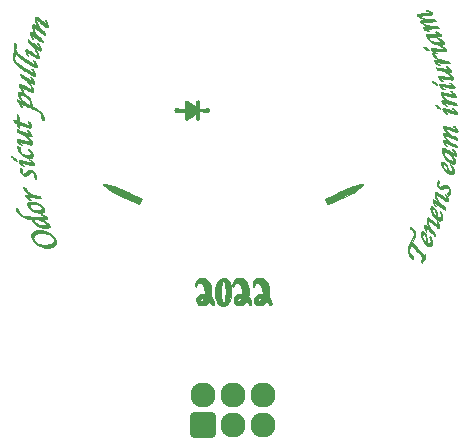
<source format=gbr>
%TF.GenerationSoftware,KiCad,Pcbnew,(6.0.7)*%
%TF.CreationDate,2022-09-06T20:50:32-05:00*%
%TF.ProjectId,Soldering Crew Badge,536f6c64-6572-4696-9e67-204372657720,rev?*%
%TF.SameCoordinates,Original*%
%TF.FileFunction,Soldermask,Top*%
%TF.FilePolarity,Negative*%
%FSLAX46Y46*%
G04 Gerber Fmt 4.6, Leading zero omitted, Abs format (unit mm)*
G04 Created by KiCad (PCBNEW (6.0.7)) date 2022-09-06 20:50:32*
%MOMM*%
%LPD*%
G01*
G04 APERTURE LIST*
G04 Aperture macros list*
%AMRoundRect*
0 Rectangle with rounded corners*
0 $1 Rounding radius*
0 $2 $3 $4 $5 $6 $7 $8 $9 X,Y pos of 4 corners*
0 Add a 4 corners polygon primitive as box body*
4,1,4,$2,$3,$4,$5,$6,$7,$8,$9,$2,$3,0*
0 Add four circle primitives for the rounded corners*
1,1,$1+$1,$2,$3*
1,1,$1+$1,$4,$5*
1,1,$1+$1,$6,$7*
1,1,$1+$1,$8,$9*
0 Add four rect primitives between the rounded corners*
20,1,$1+$1,$2,$3,$4,$5,0*
20,1,$1+$1,$4,$5,$6,$7,0*
20,1,$1+$1,$6,$7,$8,$9,0*
20,1,$1+$1,$8,$9,$2,$3,0*%
G04 Aperture macros list end*
%ADD10C,0.010000*%
%ADD11O,2.127200X2.127200*%
%ADD12RoundRect,0.200000X-0.863600X0.863600X-0.863600X-0.863600X0.863600X-0.863600X0.863600X0.863600X0*%
%ADD13C,2.127200*%
G04 APERTURE END LIST*
%TO.C,G\u002A\u002A\u002A*%
G36*
X171653903Y-92344626D02*
G01*
X171637385Y-92267073D01*
X171636932Y-92255960D01*
X171636726Y-92183878D01*
X172130491Y-92198489D01*
X172302573Y-92203111D01*
X172436782Y-92205418D01*
X172537528Y-92205164D01*
X172609223Y-92202099D01*
X172656275Y-92195975D01*
X172683096Y-92186545D01*
X172694095Y-92173559D01*
X172695059Y-92166717D01*
X172677048Y-92141388D01*
X172630776Y-92108650D01*
X172567883Y-92075236D01*
X172500007Y-92047879D01*
X172478101Y-92041218D01*
X172427915Y-92019191D01*
X172401132Y-91992079D01*
X172401895Y-91968657D01*
X172434352Y-91957702D01*
X172438608Y-91957627D01*
X172486252Y-91968743D01*
X172557589Y-91998107D01*
X172641595Y-92039744D01*
X172727243Y-92087675D01*
X172803511Y-92135927D01*
X172859373Y-92178521D01*
X172874756Y-92194059D01*
X172916773Y-92264020D01*
X172923721Y-92315124D01*
X172917309Y-92370377D01*
X172689291Y-92376389D01*
X172461273Y-92382402D01*
X172674593Y-92489193D01*
X172820277Y-92569386D01*
X172937047Y-92651149D01*
X173015067Y-92720405D01*
X173077771Y-92783519D01*
X173115063Y-92828102D01*
X173132821Y-92864136D01*
X173136922Y-92901605D01*
X173135599Y-92925101D01*
X173124320Y-92983171D01*
X173094206Y-93019598D01*
X173054892Y-93042385D01*
X172983679Y-93063815D01*
X172883083Y-93075533D01*
X172764939Y-93077479D01*
X172641083Y-93069593D01*
X172523351Y-93051813D01*
X172493976Y-93045266D01*
X172355735Y-93000559D01*
X172209868Y-92933999D01*
X172067283Y-92852182D01*
X171938889Y-92761707D01*
X171835595Y-92669169D01*
X171795996Y-92623177D01*
X171739170Y-92536441D01*
X171696900Y-92452984D01*
X171869559Y-92452984D01*
X171889342Y-92564103D01*
X171948439Y-92660150D01*
X172046466Y-92740769D01*
X172183041Y-92805599D01*
X172276597Y-92834976D01*
X172341046Y-92846919D01*
X172430209Y-92856453D01*
X172532851Y-92863189D01*
X172637739Y-92866738D01*
X172733636Y-92866709D01*
X172809308Y-92862712D01*
X172852078Y-92854945D01*
X172882090Y-92825439D01*
X172881129Y-92778249D01*
X172851213Y-92722218D01*
X172812317Y-92680871D01*
X172643003Y-92559352D01*
X172448406Y-92467444D01*
X172236176Y-92408160D01*
X172065351Y-92386628D01*
X171869559Y-92374740D01*
X171869559Y-92452984D01*
X171696900Y-92452984D01*
X171689818Y-92439003D01*
X171653903Y-92344626D01*
G37*
D10*
X171653903Y-92344626D02*
X171637385Y-92267073D01*
X171636932Y-92255960D01*
X171636726Y-92183878D01*
X172130491Y-92198489D01*
X172302573Y-92203111D01*
X172436782Y-92205418D01*
X172537528Y-92205164D01*
X172609223Y-92202099D01*
X172656275Y-92195975D01*
X172683096Y-92186545D01*
X172694095Y-92173559D01*
X172695059Y-92166717D01*
X172677048Y-92141388D01*
X172630776Y-92108650D01*
X172567883Y-92075236D01*
X172500007Y-92047879D01*
X172478101Y-92041218D01*
X172427915Y-92019191D01*
X172401132Y-91992079D01*
X172401895Y-91968657D01*
X172434352Y-91957702D01*
X172438608Y-91957627D01*
X172486252Y-91968743D01*
X172557589Y-91998107D01*
X172641595Y-92039744D01*
X172727243Y-92087675D01*
X172803511Y-92135927D01*
X172859373Y-92178521D01*
X172874756Y-92194059D01*
X172916773Y-92264020D01*
X172923721Y-92315124D01*
X172917309Y-92370377D01*
X172689291Y-92376389D01*
X172461273Y-92382402D01*
X172674593Y-92489193D01*
X172820277Y-92569386D01*
X172937047Y-92651149D01*
X173015067Y-92720405D01*
X173077771Y-92783519D01*
X173115063Y-92828102D01*
X173132821Y-92864136D01*
X173136922Y-92901605D01*
X173135599Y-92925101D01*
X173124320Y-92983171D01*
X173094206Y-93019598D01*
X173054892Y-93042385D01*
X172983679Y-93063815D01*
X172883083Y-93075533D01*
X172764939Y-93077479D01*
X172641083Y-93069593D01*
X172523351Y-93051813D01*
X172493976Y-93045266D01*
X172355735Y-93000559D01*
X172209868Y-92933999D01*
X172067283Y-92852182D01*
X171938889Y-92761707D01*
X171835595Y-92669169D01*
X171795996Y-92623177D01*
X171739170Y-92536441D01*
X171696900Y-92452984D01*
X171869559Y-92452984D01*
X171889342Y-92564103D01*
X171948439Y-92660150D01*
X172046466Y-92740769D01*
X172183041Y-92805599D01*
X172276597Y-92834976D01*
X172341046Y-92846919D01*
X172430209Y-92856453D01*
X172532851Y-92863189D01*
X172637739Y-92866738D01*
X172733636Y-92866709D01*
X172809308Y-92862712D01*
X172852078Y-92854945D01*
X172882090Y-92825439D01*
X172881129Y-92778249D01*
X172851213Y-92722218D01*
X172812317Y-92680871D01*
X172643003Y-92559352D01*
X172448406Y-92467444D01*
X172236176Y-92408160D01*
X172065351Y-92386628D01*
X171869559Y-92374740D01*
X171869559Y-92452984D01*
X171696900Y-92452984D01*
X171689818Y-92439003D01*
X171653903Y-92344626D01*
G36*
X173924483Y-98450541D02*
G01*
X173999412Y-98506828D01*
X174089277Y-98592268D01*
X174121296Y-98626082D01*
X174196247Y-98718727D01*
X174244012Y-98803384D01*
X174262035Y-98874285D01*
X174251658Y-98920086D01*
X174230105Y-98936076D01*
X174189292Y-98940811D01*
X174125352Y-98933562D01*
X174034419Y-98913603D01*
X173912627Y-98880208D01*
X173756109Y-98832649D01*
X173711059Y-98818448D01*
X173550504Y-98767806D01*
X173425766Y-98729255D01*
X173332423Y-98701727D01*
X173266055Y-98684156D01*
X173222241Y-98675476D01*
X173196561Y-98674619D01*
X173184593Y-98680519D01*
X173181892Y-98690757D01*
X173196539Y-98717435D01*
X173233582Y-98760846D01*
X173282674Y-98810886D01*
X173333470Y-98857455D01*
X173375623Y-98890451D01*
X173396498Y-98900293D01*
X173414214Y-98916485D01*
X173414726Y-98921460D01*
X173396543Y-98937123D01*
X173359486Y-98942627D01*
X173316973Y-98930884D01*
X173262590Y-98892910D01*
X173190574Y-98824586D01*
X173182068Y-98815809D01*
X173093033Y-98714210D01*
X173032625Y-98625346D01*
X173001675Y-98552165D01*
X173001016Y-98497617D01*
X173031479Y-98464652D01*
X173080495Y-98455793D01*
X173109111Y-98457344D01*
X173145578Y-98462867D01*
X173194708Y-98473670D01*
X173261311Y-98491058D01*
X173350201Y-98516337D01*
X173466189Y-98550815D01*
X173614086Y-98595797D01*
X173749751Y-98637493D01*
X173856179Y-98670119D01*
X173947496Y-98697782D01*
X174016437Y-98718309D01*
X174055738Y-98729523D01*
X174061960Y-98730960D01*
X174073874Y-98718387D01*
X174059822Y-98685461D01*
X174025986Y-98639368D01*
X173978548Y-98587294D01*
X173923693Y-98536428D01*
X173867602Y-98493955D01*
X173847459Y-98481629D01*
X173820360Y-98458171D01*
X173830813Y-98433672D01*
X173831218Y-98433261D01*
X173867437Y-98425366D01*
X173924483Y-98450541D01*
G37*
X173924483Y-98450541D02*
X173999412Y-98506828D01*
X174089277Y-98592268D01*
X174121296Y-98626082D01*
X174196247Y-98718727D01*
X174244012Y-98803384D01*
X174262035Y-98874285D01*
X174251658Y-98920086D01*
X174230105Y-98936076D01*
X174189292Y-98940811D01*
X174125352Y-98933562D01*
X174034419Y-98913603D01*
X173912627Y-98880208D01*
X173756109Y-98832649D01*
X173711059Y-98818448D01*
X173550504Y-98767806D01*
X173425766Y-98729255D01*
X173332423Y-98701727D01*
X173266055Y-98684156D01*
X173222241Y-98675476D01*
X173196561Y-98674619D01*
X173184593Y-98680519D01*
X173181892Y-98690757D01*
X173196539Y-98717435D01*
X173233582Y-98760846D01*
X173282674Y-98810886D01*
X173333470Y-98857455D01*
X173375623Y-98890451D01*
X173396498Y-98900293D01*
X173414214Y-98916485D01*
X173414726Y-98921460D01*
X173396543Y-98937123D01*
X173359486Y-98942627D01*
X173316973Y-98930884D01*
X173262590Y-98892910D01*
X173190574Y-98824586D01*
X173182068Y-98815809D01*
X173093033Y-98714210D01*
X173032625Y-98625346D01*
X173001675Y-98552165D01*
X173001016Y-98497617D01*
X173031479Y-98464652D01*
X173080495Y-98455793D01*
X173109111Y-98457344D01*
X173145578Y-98462867D01*
X173194708Y-98473670D01*
X173261311Y-98491058D01*
X173350201Y-98516337D01*
X173466189Y-98550815D01*
X173614086Y-98595797D01*
X173749751Y-98637493D01*
X173856179Y-98670119D01*
X173947496Y-98697782D01*
X174016437Y-98718309D01*
X174055738Y-98729523D01*
X174061960Y-98730960D01*
X174073874Y-98718387D01*
X174059822Y-98685461D01*
X174025986Y-98639368D01*
X173978548Y-98587294D01*
X173923693Y-98536428D01*
X173867602Y-98493955D01*
X173847459Y-98481629D01*
X173820360Y-98458171D01*
X173830813Y-98433672D01*
X173831218Y-98433261D01*
X173867437Y-98425366D01*
X173924483Y-98450541D01*
G36*
X153790714Y-113641350D02*
G01*
X153823589Y-113468480D01*
X153826088Y-113458667D01*
X153891687Y-113270727D01*
X153982288Y-113113622D01*
X154096206Y-112989187D01*
X154231754Y-112899262D01*
X154387248Y-112845683D01*
X154388663Y-112845386D01*
X154525081Y-112837535D01*
X154657948Y-112869125D01*
X154782596Y-112937278D01*
X154894359Y-113039116D01*
X154988569Y-113171763D01*
X155021642Y-113235673D01*
X155064662Y-113355013D01*
X155099555Y-113506481D01*
X155125589Y-113680522D01*
X155142031Y-113867581D01*
X155148149Y-114058103D01*
X155143210Y-114242533D01*
X155126482Y-114411316D01*
X155116421Y-114471806D01*
X155064544Y-114660833D01*
X154985944Y-114831670D01*
X154884563Y-114978262D01*
X154764344Y-115094558D01*
X154671956Y-115154244D01*
X154569844Y-115188623D01*
X154449298Y-115200008D01*
X154327429Y-115188404D01*
X154222060Y-115154168D01*
X154135908Y-115093649D01*
X154048080Y-115000468D01*
X153964757Y-114883562D01*
X153892121Y-114751867D01*
X153836352Y-114614319D01*
X153826364Y-114582120D01*
X153792575Y-114424937D01*
X153772112Y-114239920D01*
X153764979Y-114039418D01*
X153770676Y-113852265D01*
X154286058Y-113852265D01*
X154289458Y-114098742D01*
X154290944Y-114150877D01*
X154297367Y-114338966D01*
X154304360Y-114489556D01*
X154312633Y-114607480D01*
X154322898Y-114697571D01*
X154335865Y-114764663D01*
X154352245Y-114813589D01*
X154372750Y-114849184D01*
X154397584Y-114875835D01*
X154446729Y-114913174D01*
X154482761Y-114919170D01*
X154520240Y-114894511D01*
X154532942Y-114882243D01*
X154565805Y-114834281D01*
X154593061Y-114769920D01*
X154596207Y-114759145D01*
X154614788Y-114665749D01*
X154630532Y-114538563D01*
X154642956Y-114386066D01*
X154651579Y-114216738D01*
X154655919Y-114039056D01*
X154655495Y-113861500D01*
X154652878Y-113761999D01*
X154643439Y-113573315D01*
X154629735Y-113422770D01*
X154610988Y-113306311D01*
X154586419Y-113219889D01*
X154555248Y-113159452D01*
X154531868Y-113132894D01*
X154497275Y-113107608D01*
X154465476Y-113109058D01*
X154432071Y-113125747D01*
X154386502Y-113167596D01*
X154349807Y-113238386D01*
X154321698Y-113340182D01*
X154301894Y-113475050D01*
X154290109Y-113645056D01*
X154286058Y-113852265D01*
X153770676Y-113852265D01*
X153771178Y-113835779D01*
X153790714Y-113641350D01*
G37*
X153790714Y-113641350D02*
X153823589Y-113468480D01*
X153826088Y-113458667D01*
X153891687Y-113270727D01*
X153982288Y-113113622D01*
X154096206Y-112989187D01*
X154231754Y-112899262D01*
X154387248Y-112845683D01*
X154388663Y-112845386D01*
X154525081Y-112837535D01*
X154657948Y-112869125D01*
X154782596Y-112937278D01*
X154894359Y-113039116D01*
X154988569Y-113171763D01*
X155021642Y-113235673D01*
X155064662Y-113355013D01*
X155099555Y-113506481D01*
X155125589Y-113680522D01*
X155142031Y-113867581D01*
X155148149Y-114058103D01*
X155143210Y-114242533D01*
X155126482Y-114411316D01*
X155116421Y-114471806D01*
X155064544Y-114660833D01*
X154985944Y-114831670D01*
X154884563Y-114978262D01*
X154764344Y-115094558D01*
X154671956Y-115154244D01*
X154569844Y-115188623D01*
X154449298Y-115200008D01*
X154327429Y-115188404D01*
X154222060Y-115154168D01*
X154135908Y-115093649D01*
X154048080Y-115000468D01*
X153964757Y-114883562D01*
X153892121Y-114751867D01*
X153836352Y-114614319D01*
X153826364Y-114582120D01*
X153792575Y-114424937D01*
X153772112Y-114239920D01*
X153764979Y-114039418D01*
X153770676Y-113852265D01*
X154286058Y-113852265D01*
X154289458Y-114098742D01*
X154290944Y-114150877D01*
X154297367Y-114338966D01*
X154304360Y-114489556D01*
X154312633Y-114607480D01*
X154322898Y-114697571D01*
X154335865Y-114764663D01*
X154352245Y-114813589D01*
X154372750Y-114849184D01*
X154397584Y-114875835D01*
X154446729Y-114913174D01*
X154482761Y-114919170D01*
X154520240Y-114894511D01*
X154532942Y-114882243D01*
X154565805Y-114834281D01*
X154593061Y-114769920D01*
X154596207Y-114759145D01*
X154614788Y-114665749D01*
X154630532Y-114538563D01*
X154642956Y-114386066D01*
X154651579Y-114216738D01*
X154655919Y-114039056D01*
X154655495Y-113861500D01*
X154652878Y-113761999D01*
X154643439Y-113573315D01*
X154629735Y-113422770D01*
X154610988Y-113306311D01*
X154586419Y-113219889D01*
X154555248Y-113159452D01*
X154531868Y-113132894D01*
X154497275Y-113107608D01*
X154465476Y-113109058D01*
X154432071Y-113125747D01*
X154386502Y-113167596D01*
X154349807Y-113238386D01*
X154321698Y-113340182D01*
X154301894Y-113475050D01*
X154290109Y-113645056D01*
X154286058Y-113852265D01*
X153770676Y-113852265D01*
X153771178Y-113835779D01*
X153790714Y-113641350D01*
G36*
X173676328Y-96304034D02*
G01*
X173759113Y-96358522D01*
X173865804Y-96446863D01*
X173871430Y-96451864D01*
X173956536Y-96537951D01*
X174012792Y-96616936D01*
X174038729Y-96684730D01*
X174032880Y-96737243D01*
X173993777Y-96770386D01*
X173986641Y-96772911D01*
X173967387Y-96775967D01*
X173936782Y-96775026D01*
X173890341Y-96769282D01*
X173823578Y-96757929D01*
X173732008Y-96740158D01*
X173611146Y-96715164D01*
X173456505Y-96682140D01*
X173331227Y-96655001D01*
X173222787Y-96632187D01*
X173125690Y-96613165D01*
X173049207Y-96599654D01*
X173002612Y-96593369D01*
X172997107Y-96593127D01*
X172962562Y-96597969D01*
X172962718Y-96620262D01*
X172970499Y-96635971D01*
X173000430Y-96670855D01*
X173053405Y-96715608D01*
X173097863Y-96747096D01*
X173153826Y-96786129D01*
X173191879Y-96817342D01*
X173202679Y-96831252D01*
X173186978Y-96847607D01*
X173145994Y-96845069D01*
X173090824Y-96826389D01*
X173032563Y-96794322D01*
X173021026Y-96786183D01*
X172918192Y-96701889D01*
X172838674Y-96619865D01*
X172784153Y-96544071D01*
X172756310Y-96478464D01*
X172756824Y-96427002D01*
X172787376Y-96393642D01*
X172849569Y-96382342D01*
X172890185Y-96386800D01*
X172964950Y-96398750D01*
X173066604Y-96416884D01*
X173187887Y-96439892D01*
X173321540Y-96466466D01*
X173361809Y-96474701D01*
X173493660Y-96501287D01*
X173611458Y-96523998D01*
X173708930Y-96541708D01*
X173779803Y-96553295D01*
X173817806Y-96557634D01*
X173822241Y-96557200D01*
X173827394Y-96534911D01*
X173803969Y-96497344D01*
X173759470Y-96451360D01*
X173701403Y-96403820D01*
X173637273Y-96361584D01*
X173575895Y-96331995D01*
X173564987Y-96315030D01*
X173579144Y-96294829D01*
X173616617Y-96282952D01*
X173676328Y-96304034D01*
G37*
X173676328Y-96304034D02*
X173759113Y-96358522D01*
X173865804Y-96446863D01*
X173871430Y-96451864D01*
X173956536Y-96537951D01*
X174012792Y-96616936D01*
X174038729Y-96684730D01*
X174032880Y-96737243D01*
X173993777Y-96770386D01*
X173986641Y-96772911D01*
X173967387Y-96775967D01*
X173936782Y-96775026D01*
X173890341Y-96769282D01*
X173823578Y-96757929D01*
X173732008Y-96740158D01*
X173611146Y-96715164D01*
X173456505Y-96682140D01*
X173331227Y-96655001D01*
X173222787Y-96632187D01*
X173125690Y-96613165D01*
X173049207Y-96599654D01*
X173002612Y-96593369D01*
X172997107Y-96593127D01*
X172962562Y-96597969D01*
X172962718Y-96620262D01*
X172970499Y-96635971D01*
X173000430Y-96670855D01*
X173053405Y-96715608D01*
X173097863Y-96747096D01*
X173153826Y-96786129D01*
X173191879Y-96817342D01*
X173202679Y-96831252D01*
X173186978Y-96847607D01*
X173145994Y-96845069D01*
X173090824Y-96826389D01*
X173032563Y-96794322D01*
X173021026Y-96786183D01*
X172918192Y-96701889D01*
X172838674Y-96619865D01*
X172784153Y-96544071D01*
X172756310Y-96478464D01*
X172756824Y-96427002D01*
X172787376Y-96393642D01*
X172849569Y-96382342D01*
X172890185Y-96386800D01*
X172964950Y-96398750D01*
X173066604Y-96416884D01*
X173187887Y-96439892D01*
X173321540Y-96466466D01*
X173361809Y-96474701D01*
X173493660Y-96501287D01*
X173611458Y-96523998D01*
X173708930Y-96541708D01*
X173779803Y-96553295D01*
X173817806Y-96557634D01*
X173822241Y-96557200D01*
X173827394Y-96534911D01*
X173803969Y-96497344D01*
X173759470Y-96451360D01*
X173701403Y-96403820D01*
X173637273Y-96361584D01*
X173575895Y-96331995D01*
X173564987Y-96315030D01*
X173579144Y-96294829D01*
X173616617Y-96282952D01*
X173676328Y-96304034D01*
G36*
X136812217Y-92912190D02*
G01*
X136837896Y-92955381D01*
X136868417Y-93019886D01*
X136871185Y-93026344D01*
X136929424Y-93163375D01*
X136892056Y-93282176D01*
X136866486Y-93419334D01*
X136876800Y-93547650D01*
X136922149Y-93658999D01*
X136967778Y-93721759D01*
X137030331Y-93788882D01*
X137113203Y-93863047D01*
X137219790Y-93946930D01*
X137353487Y-94043212D01*
X137517687Y-94154569D01*
X137706133Y-94277476D01*
X137916351Y-94411750D01*
X138093079Y-94522566D01*
X138237570Y-94610651D01*
X138351081Y-94676729D01*
X138434867Y-94721527D01*
X138490182Y-94745771D01*
X138518282Y-94750186D01*
X138520882Y-94748623D01*
X138523551Y-94719018D01*
X138505446Y-94666957D01*
X138471840Y-94603356D01*
X138428011Y-94539129D01*
X138407707Y-94514459D01*
X138362233Y-94459904D01*
X138344934Y-94429018D01*
X138354086Y-94415502D01*
X138379932Y-94412960D01*
X138428040Y-94431961D01*
X138482132Y-94483081D01*
X138537436Y-94557493D01*
X138589181Y-94646373D01*
X138632595Y-94740894D01*
X138662907Y-94832230D01*
X138675347Y-94911555D01*
X138671595Y-94952465D01*
X138642839Y-94993944D01*
X138586644Y-95005641D01*
X138505678Y-94987530D01*
X138430814Y-94954633D01*
X138365681Y-94918902D01*
X138274018Y-94865196D01*
X138161814Y-94797325D01*
X138035056Y-94719100D01*
X137899734Y-94634333D01*
X137761837Y-94546836D01*
X137627353Y-94460418D01*
X137502270Y-94378891D01*
X137392578Y-94306067D01*
X137304266Y-94245757D01*
X137243321Y-94201772D01*
X137225694Y-94187702D01*
X137157797Y-94122845D01*
X137081596Y-94039681D01*
X137012410Y-93955035D01*
X137005744Y-93946165D01*
X136955842Y-93880103D01*
X136916078Y-93829419D01*
X136892626Y-93801903D01*
X136889162Y-93799127D01*
X136876211Y-93816153D01*
X136851562Y-93859368D01*
X136836910Y-93887351D01*
X136802083Y-93988133D01*
X136781932Y-94122804D01*
X136780605Y-94140382D01*
X136776241Y-94229322D01*
X136779643Y-94292820D01*
X136793514Y-94347464D01*
X136820557Y-94409839D01*
X136826502Y-94422085D01*
X136860682Y-94483254D01*
X136903667Y-94541601D01*
X136959570Y-94600388D01*
X137032504Y-94662877D01*
X137126581Y-94732327D01*
X137245915Y-94812001D01*
X137394618Y-94905159D01*
X137567014Y-95009225D01*
X137765952Y-95127579D01*
X137931539Y-95225160D01*
X138066552Y-95303263D01*
X138173767Y-95363182D01*
X138255959Y-95406212D01*
X138315905Y-95433647D01*
X138356382Y-95446781D01*
X138380165Y-95446909D01*
X138390031Y-95435324D01*
X138388755Y-95413322D01*
X138381538Y-95388973D01*
X138355009Y-95336675D01*
X138311795Y-95273156D01*
X138287390Y-95242733D01*
X138235434Y-95175405D01*
X138216386Y-95132676D01*
X138229772Y-95113117D01*
X138243846Y-95111460D01*
X138280190Y-95128702D01*
X138329257Y-95174687D01*
X138383852Y-95240802D01*
X138436781Y-95318434D01*
X138476570Y-95390057D01*
X138527355Y-95510779D01*
X138547569Y-95603275D01*
X138537351Y-95668459D01*
X138522135Y-95689860D01*
X138493607Y-95713216D01*
X138462728Y-95721736D01*
X138420802Y-95713854D01*
X138359130Y-95688002D01*
X138273906Y-95645152D01*
X138211076Y-95611395D01*
X138119127Y-95560403D01*
X138005458Y-95496358D01*
X137877466Y-95423441D01*
X137742548Y-95345837D01*
X137665530Y-95301194D01*
X137473897Y-95187318D01*
X137315647Y-95087178D01*
X137185748Y-94996724D01*
X137079167Y-94911910D01*
X136990869Y-94828688D01*
X136915823Y-94743010D01*
X136848993Y-94650830D01*
X136840276Y-94637590D01*
X136738838Y-94450336D01*
X136676904Y-94258093D01*
X136653973Y-94095460D01*
X136655437Y-93949487D01*
X136677232Y-93802448D01*
X136716334Y-93669986D01*
X136750017Y-93598384D01*
X136771748Y-93551196D01*
X136775212Y-93505413D01*
X136761867Y-93440786D01*
X136761473Y-93439293D01*
X136745464Y-93351442D01*
X136738182Y-93250366D01*
X136738976Y-93146060D01*
X136747194Y-93048518D01*
X136762185Y-92967733D01*
X136783296Y-92913700D01*
X136796689Y-92899360D01*
X136812217Y-92912190D01*
G37*
X136812217Y-92912190D02*
X136837896Y-92955381D01*
X136868417Y-93019886D01*
X136871185Y-93026344D01*
X136929424Y-93163375D01*
X136892056Y-93282176D01*
X136866486Y-93419334D01*
X136876800Y-93547650D01*
X136922149Y-93658999D01*
X136967778Y-93721759D01*
X137030331Y-93788882D01*
X137113203Y-93863047D01*
X137219790Y-93946930D01*
X137353487Y-94043212D01*
X137517687Y-94154569D01*
X137706133Y-94277476D01*
X137916351Y-94411750D01*
X138093079Y-94522566D01*
X138237570Y-94610651D01*
X138351081Y-94676729D01*
X138434867Y-94721527D01*
X138490182Y-94745771D01*
X138518282Y-94750186D01*
X138520882Y-94748623D01*
X138523551Y-94719018D01*
X138505446Y-94666957D01*
X138471840Y-94603356D01*
X138428011Y-94539129D01*
X138407707Y-94514459D01*
X138362233Y-94459904D01*
X138344934Y-94429018D01*
X138354086Y-94415502D01*
X138379932Y-94412960D01*
X138428040Y-94431961D01*
X138482132Y-94483081D01*
X138537436Y-94557493D01*
X138589181Y-94646373D01*
X138632595Y-94740894D01*
X138662907Y-94832230D01*
X138675347Y-94911555D01*
X138671595Y-94952465D01*
X138642839Y-94993944D01*
X138586644Y-95005641D01*
X138505678Y-94987530D01*
X138430814Y-94954633D01*
X138365681Y-94918902D01*
X138274018Y-94865196D01*
X138161814Y-94797325D01*
X138035056Y-94719100D01*
X137899734Y-94634333D01*
X137761837Y-94546836D01*
X137627353Y-94460418D01*
X137502270Y-94378891D01*
X137392578Y-94306067D01*
X137304266Y-94245757D01*
X137243321Y-94201772D01*
X137225694Y-94187702D01*
X137157797Y-94122845D01*
X137081596Y-94039681D01*
X137012410Y-93955035D01*
X137005744Y-93946165D01*
X136955842Y-93880103D01*
X136916078Y-93829419D01*
X136892626Y-93801903D01*
X136889162Y-93799127D01*
X136876211Y-93816153D01*
X136851562Y-93859368D01*
X136836910Y-93887351D01*
X136802083Y-93988133D01*
X136781932Y-94122804D01*
X136780605Y-94140382D01*
X136776241Y-94229322D01*
X136779643Y-94292820D01*
X136793514Y-94347464D01*
X136820557Y-94409839D01*
X136826502Y-94422085D01*
X136860682Y-94483254D01*
X136903667Y-94541601D01*
X136959570Y-94600388D01*
X137032504Y-94662877D01*
X137126581Y-94732327D01*
X137245915Y-94812001D01*
X137394618Y-94905159D01*
X137567014Y-95009225D01*
X137765952Y-95127579D01*
X137931539Y-95225160D01*
X138066552Y-95303263D01*
X138173767Y-95363182D01*
X138255959Y-95406212D01*
X138315905Y-95433647D01*
X138356382Y-95446781D01*
X138380165Y-95446909D01*
X138390031Y-95435324D01*
X138388755Y-95413322D01*
X138381538Y-95388973D01*
X138355009Y-95336675D01*
X138311795Y-95273156D01*
X138287390Y-95242733D01*
X138235434Y-95175405D01*
X138216386Y-95132676D01*
X138229772Y-95113117D01*
X138243846Y-95111460D01*
X138280190Y-95128702D01*
X138329257Y-95174687D01*
X138383852Y-95240802D01*
X138436781Y-95318434D01*
X138476570Y-95390057D01*
X138527355Y-95510779D01*
X138547569Y-95603275D01*
X138537351Y-95668459D01*
X138522135Y-95689860D01*
X138493607Y-95713216D01*
X138462728Y-95721736D01*
X138420802Y-95713854D01*
X138359130Y-95688002D01*
X138273906Y-95645152D01*
X138211076Y-95611395D01*
X138119127Y-95560403D01*
X138005458Y-95496358D01*
X137877466Y-95423441D01*
X137742548Y-95345837D01*
X137665530Y-95301194D01*
X137473897Y-95187318D01*
X137315647Y-95087178D01*
X137185748Y-94996724D01*
X137079167Y-94911910D01*
X136990869Y-94828688D01*
X136915823Y-94743010D01*
X136848993Y-94650830D01*
X136840276Y-94637590D01*
X136738838Y-94450336D01*
X136676904Y-94258093D01*
X136653973Y-94095460D01*
X136655437Y-93949487D01*
X136677232Y-93802448D01*
X136716334Y-93669986D01*
X136750017Y-93598384D01*
X136771748Y-93551196D01*
X136775212Y-93505413D01*
X136761867Y-93440786D01*
X136761473Y-93439293D01*
X136745464Y-93351442D01*
X136738182Y-93250366D01*
X136738976Y-93146060D01*
X136747194Y-93048518D01*
X136762185Y-92967733D01*
X136783296Y-92913700D01*
X136796689Y-92899360D01*
X136812217Y-92912190D01*
G36*
X137281856Y-103492777D02*
G01*
X137323032Y-103524371D01*
X137357442Y-103557096D01*
X137403547Y-103606519D01*
X137424666Y-103641238D01*
X137425971Y-103676261D01*
X137414137Y-103721584D01*
X137401219Y-103824733D01*
X137409676Y-103872543D01*
X137439992Y-103949763D01*
X137479294Y-103993546D01*
X137530888Y-104003710D01*
X137598076Y-103980074D01*
X137684163Y-103922459D01*
X137767503Y-103852978D01*
X137869425Y-103766120D01*
X137949861Y-103706778D01*
X138016444Y-103671738D01*
X138076808Y-103657788D01*
X138138584Y-103661715D01*
X138191131Y-103674666D01*
X138291382Y-103722117D01*
X138392128Y-103800587D01*
X138482846Y-103900222D01*
X138553014Y-104011167D01*
X138555209Y-104015629D01*
X138582530Y-104090571D01*
X138602869Y-104181950D01*
X138614736Y-104276523D01*
X138616636Y-104361044D01*
X138607079Y-104422271D01*
X138602259Y-104433235D01*
X138587353Y-104447554D01*
X138564255Y-104440310D01*
X138525506Y-104407481D01*
X138491098Y-104373275D01*
X138398935Y-104279367D01*
X138435716Y-104201856D01*
X138461953Y-104110007D01*
X138458389Y-104049134D01*
X138429951Y-103975697D01*
X138379811Y-103911061D01*
X138319059Y-103866638D01*
X138268053Y-103853293D01*
X138189731Y-103869172D01*
X138111264Y-103909456D01*
X138064851Y-103950625D01*
X138034093Y-103981880D01*
X137981377Y-104029900D01*
X137917614Y-104084775D01*
X137911835Y-104089604D01*
X137842372Y-104144415D01*
X137790312Y-104175578D01*
X137742956Y-104189212D01*
X137700168Y-104191612D01*
X137588402Y-104171065D01*
X137484674Y-104114312D01*
X137393610Y-104027344D01*
X137319833Y-103916151D01*
X137267968Y-103786723D01*
X137242639Y-103645049D01*
X137240892Y-103596701D01*
X137244311Y-103535290D01*
X137252989Y-103493720D01*
X137258619Y-103485002D01*
X137281856Y-103492777D01*
G37*
X137281856Y-103492777D02*
X137323032Y-103524371D01*
X137357442Y-103557096D01*
X137403547Y-103606519D01*
X137424666Y-103641238D01*
X137425971Y-103676261D01*
X137414137Y-103721584D01*
X137401219Y-103824733D01*
X137409676Y-103872543D01*
X137439992Y-103949763D01*
X137479294Y-103993546D01*
X137530888Y-104003710D01*
X137598076Y-103980074D01*
X137684163Y-103922459D01*
X137767503Y-103852978D01*
X137869425Y-103766120D01*
X137949861Y-103706778D01*
X138016444Y-103671738D01*
X138076808Y-103657788D01*
X138138584Y-103661715D01*
X138191131Y-103674666D01*
X138291382Y-103722117D01*
X138392128Y-103800587D01*
X138482846Y-103900222D01*
X138553014Y-104011167D01*
X138555209Y-104015629D01*
X138582530Y-104090571D01*
X138602869Y-104181950D01*
X138614736Y-104276523D01*
X138616636Y-104361044D01*
X138607079Y-104422271D01*
X138602259Y-104433235D01*
X138587353Y-104447554D01*
X138564255Y-104440310D01*
X138525506Y-104407481D01*
X138491098Y-104373275D01*
X138398935Y-104279367D01*
X138435716Y-104201856D01*
X138461953Y-104110007D01*
X138458389Y-104049134D01*
X138429951Y-103975697D01*
X138379811Y-103911061D01*
X138319059Y-103866638D01*
X138268053Y-103853293D01*
X138189731Y-103869172D01*
X138111264Y-103909456D01*
X138064851Y-103950625D01*
X138034093Y-103981880D01*
X137981377Y-104029900D01*
X137917614Y-104084775D01*
X137911835Y-104089604D01*
X137842372Y-104144415D01*
X137790312Y-104175578D01*
X137742956Y-104189212D01*
X137700168Y-104191612D01*
X137588402Y-104171065D01*
X137484674Y-104114312D01*
X137393610Y-104027344D01*
X137319833Y-103916151D01*
X137267968Y-103786723D01*
X137242639Y-103645049D01*
X137240892Y-103596701D01*
X137244311Y-103535290D01*
X137252989Y-103493720D01*
X137258619Y-103485002D01*
X137281856Y-103492777D01*
G36*
X144418563Y-104865440D02*
G01*
X144492234Y-104877815D01*
X144594992Y-104898495D01*
X144732056Y-104928258D01*
X144781269Y-104939214D01*
X145210142Y-105035072D01*
X146374309Y-105578525D01*
X146581967Y-105675519D01*
X146777991Y-105767189D01*
X146959058Y-105851972D01*
X147121845Y-105928308D01*
X147263029Y-105994634D01*
X147379285Y-106049390D01*
X147467292Y-106091015D01*
X147523725Y-106117947D01*
X147545262Y-106128625D01*
X147545358Y-106128698D01*
X147539358Y-106149164D01*
X147517979Y-106200080D01*
X147484535Y-106273917D01*
X147442345Y-106363144D01*
X147439525Y-106368996D01*
X147326809Y-106602573D01*
X146152059Y-106053139D01*
X144977309Y-105503706D01*
X144638642Y-105244286D01*
X144512044Y-105145977D01*
X144417185Y-105068513D01*
X144351131Y-105008453D01*
X144310948Y-104962355D01*
X144293702Y-104926777D01*
X144296460Y-104898278D01*
X144316286Y-104873415D01*
X144319873Y-104870347D01*
X144337602Y-104862485D01*
X144368759Y-104860589D01*
X144418563Y-104865440D01*
G37*
X144418563Y-104865440D02*
X144492234Y-104877815D01*
X144594992Y-104898495D01*
X144732056Y-104928258D01*
X144781269Y-104939214D01*
X145210142Y-105035072D01*
X146374309Y-105578525D01*
X146581967Y-105675519D01*
X146777991Y-105767189D01*
X146959058Y-105851972D01*
X147121845Y-105928308D01*
X147263029Y-105994634D01*
X147379285Y-106049390D01*
X147467292Y-106091015D01*
X147523725Y-106117947D01*
X147545262Y-106128625D01*
X147545358Y-106128698D01*
X147539358Y-106149164D01*
X147517979Y-106200080D01*
X147484535Y-106273917D01*
X147442345Y-106363144D01*
X147439525Y-106368996D01*
X147326809Y-106602573D01*
X146152059Y-106053139D01*
X144977309Y-105503706D01*
X144638642Y-105244286D01*
X144512044Y-105145977D01*
X144417185Y-105068513D01*
X144351131Y-105008453D01*
X144310948Y-104962355D01*
X144293702Y-104926777D01*
X144296460Y-104898278D01*
X144316286Y-104873415D01*
X144319873Y-104870347D01*
X144337602Y-104862485D01*
X144368759Y-104860589D01*
X144418563Y-104865440D01*
G36*
X137078928Y-97276616D02*
G01*
X137071576Y-97215532D01*
X137083089Y-97134212D01*
X137120059Y-97084161D01*
X137186068Y-97062474D01*
X137259473Y-97063328D01*
X137404223Y-97096076D01*
X137554899Y-97163958D01*
X137704906Y-97261671D01*
X137847647Y-97383911D01*
X137976525Y-97525374D01*
X138084943Y-97680756D01*
X138130065Y-97763312D01*
X138176634Y-97862687D01*
X138205810Y-97942069D01*
X138222351Y-98017541D01*
X138230960Y-98104287D01*
X138241087Y-98262085D01*
X138369821Y-98317915D01*
X138551105Y-98411732D01*
X138720576Y-98528598D01*
X138873957Y-98663331D01*
X139006972Y-98810746D01*
X139115344Y-98965662D01*
X139194797Y-99122894D01*
X139241055Y-99277258D01*
X139251401Y-99386448D01*
X139246382Y-99458328D01*
X139230297Y-99490672D01*
X139200405Y-99484178D01*
X139153970Y-99439546D01*
X139134357Y-99416332D01*
X139091588Y-99361411D01*
X139066959Y-99316900D01*
X139055330Y-99267118D01*
X139051559Y-99196383D01*
X139051132Y-99162479D01*
X139048209Y-99076410D01*
X139038473Y-99016562D01*
X139017652Y-98966901D01*
X138985878Y-98917625D01*
X138887437Y-98807149D01*
X138753529Y-98706713D01*
X138581386Y-98614368D01*
X138510892Y-98583304D01*
X138435324Y-98551550D01*
X138328650Y-98506714D01*
X138198789Y-98452125D01*
X138053656Y-98391112D01*
X137901171Y-98327003D01*
X137781814Y-98276818D01*
X137642621Y-98218526D01*
X137516838Y-98166301D01*
X137409539Y-98122214D01*
X137325797Y-98088333D01*
X137270684Y-98066729D01*
X137249273Y-98059471D01*
X137249188Y-98059510D01*
X137256963Y-98078492D01*
X137281745Y-98124459D01*
X137318540Y-98188231D01*
X137326590Y-98201793D01*
X137376561Y-98288924D01*
X137402993Y-98344940D01*
X137406522Y-98373478D01*
X137387783Y-98378176D01*
X137355329Y-98366373D01*
X137320180Y-98338387D01*
X137277676Y-98281235D01*
X137225063Y-98190853D01*
X137187058Y-98118119D01*
X137136170Y-98019542D01*
X137086116Y-97925380D01*
X137043320Y-97847570D01*
X137018504Y-97804918D01*
X136988921Y-97753762D01*
X136973526Y-97721175D01*
X136973375Y-97714960D01*
X136995326Y-97723157D01*
X137048450Y-97745620D01*
X137125354Y-97779152D01*
X137218644Y-97820559D01*
X137243711Y-97831790D01*
X137503998Y-97948620D01*
X137438969Y-97879415D01*
X137337713Y-97760672D01*
X137246640Y-97632997D01*
X137170192Y-97504414D01*
X137121343Y-97401012D01*
X137266112Y-97401012D01*
X137275222Y-97470484D01*
X137312507Y-97558904D01*
X137372931Y-97658964D01*
X137451458Y-97763361D01*
X137543052Y-97864789D01*
X137642678Y-97955943D01*
X137656144Y-97966806D01*
X137709275Y-98004467D01*
X137780235Y-98048899D01*
X137858747Y-98094393D01*
X137934534Y-98135240D01*
X137997321Y-98165730D01*
X138036829Y-98180155D01*
X138041014Y-98180610D01*
X138052387Y-98163229D01*
X138072557Y-98120144D01*
X138078056Y-98107223D01*
X138105566Y-97990841D01*
X138091840Y-97874806D01*
X138037961Y-97760635D01*
X137945009Y-97649849D01*
X137814066Y-97543964D01*
X137646213Y-97444499D01*
X137584256Y-97413980D01*
X137462183Y-97362588D01*
X137370850Y-97338473D01*
X137308676Y-97341568D01*
X137274080Y-97371811D01*
X137266112Y-97401012D01*
X137121343Y-97401012D01*
X137112808Y-97382946D01*
X137078928Y-97276616D01*
G37*
X137078928Y-97276616D02*
X137071576Y-97215532D01*
X137083089Y-97134212D01*
X137120059Y-97084161D01*
X137186068Y-97062474D01*
X137259473Y-97063328D01*
X137404223Y-97096076D01*
X137554899Y-97163958D01*
X137704906Y-97261671D01*
X137847647Y-97383911D01*
X137976525Y-97525374D01*
X138084943Y-97680756D01*
X138130065Y-97763312D01*
X138176634Y-97862687D01*
X138205810Y-97942069D01*
X138222351Y-98017541D01*
X138230960Y-98104287D01*
X138241087Y-98262085D01*
X138369821Y-98317915D01*
X138551105Y-98411732D01*
X138720576Y-98528598D01*
X138873957Y-98663331D01*
X139006972Y-98810746D01*
X139115344Y-98965662D01*
X139194797Y-99122894D01*
X139241055Y-99277258D01*
X139251401Y-99386448D01*
X139246382Y-99458328D01*
X139230297Y-99490672D01*
X139200405Y-99484178D01*
X139153970Y-99439546D01*
X139134357Y-99416332D01*
X139091588Y-99361411D01*
X139066959Y-99316900D01*
X139055330Y-99267118D01*
X139051559Y-99196383D01*
X139051132Y-99162479D01*
X139048209Y-99076410D01*
X139038473Y-99016562D01*
X139017652Y-98966901D01*
X138985878Y-98917625D01*
X138887437Y-98807149D01*
X138753529Y-98706713D01*
X138581386Y-98614368D01*
X138510892Y-98583304D01*
X138435324Y-98551550D01*
X138328650Y-98506714D01*
X138198789Y-98452125D01*
X138053656Y-98391112D01*
X137901171Y-98327003D01*
X137781814Y-98276818D01*
X137642621Y-98218526D01*
X137516838Y-98166301D01*
X137409539Y-98122214D01*
X137325797Y-98088333D01*
X137270684Y-98066729D01*
X137249273Y-98059471D01*
X137249188Y-98059510D01*
X137256963Y-98078492D01*
X137281745Y-98124459D01*
X137318540Y-98188231D01*
X137326590Y-98201793D01*
X137376561Y-98288924D01*
X137402993Y-98344940D01*
X137406522Y-98373478D01*
X137387783Y-98378176D01*
X137355329Y-98366373D01*
X137320180Y-98338387D01*
X137277676Y-98281235D01*
X137225063Y-98190853D01*
X137187058Y-98118119D01*
X137136170Y-98019542D01*
X137086116Y-97925380D01*
X137043320Y-97847570D01*
X137018504Y-97804918D01*
X136988921Y-97753762D01*
X136973526Y-97721175D01*
X136973375Y-97714960D01*
X136995326Y-97723157D01*
X137048450Y-97745620D01*
X137125354Y-97779152D01*
X137218644Y-97820559D01*
X137243711Y-97831790D01*
X137503998Y-97948620D01*
X137438969Y-97879415D01*
X137337713Y-97760672D01*
X137246640Y-97632997D01*
X137170192Y-97504414D01*
X137121343Y-97401012D01*
X137266112Y-97401012D01*
X137275222Y-97470484D01*
X137312507Y-97558904D01*
X137372931Y-97658964D01*
X137451458Y-97763361D01*
X137543052Y-97864789D01*
X137642678Y-97955943D01*
X137656144Y-97966806D01*
X137709275Y-98004467D01*
X137780235Y-98048899D01*
X137858747Y-98094393D01*
X137934534Y-98135240D01*
X137997321Y-98165730D01*
X138036829Y-98180155D01*
X138041014Y-98180610D01*
X138052387Y-98163229D01*
X138072557Y-98120144D01*
X138078056Y-98107223D01*
X138105566Y-97990841D01*
X138091840Y-97874806D01*
X138037961Y-97760635D01*
X137945009Y-97649849D01*
X137814066Y-97543964D01*
X137646213Y-97444499D01*
X137584256Y-97413980D01*
X137462183Y-97362588D01*
X137370850Y-97338473D01*
X137308676Y-97341568D01*
X137274080Y-97371811D01*
X137266112Y-97401012D01*
X137121343Y-97401012D01*
X137112808Y-97382946D01*
X137078928Y-97276616D01*
G36*
X171712953Y-90149350D02*
G01*
X171789251Y-90163062D01*
X171884948Y-90198101D01*
X171986955Y-90248653D01*
X172082183Y-90308905D01*
X172097101Y-90319956D01*
X172150014Y-90376342D01*
X172168533Y-90433618D01*
X172152215Y-90483604D01*
X172107684Y-90515478D01*
X172068994Y-90524332D01*
X171995631Y-90535109D01*
X171895164Y-90546927D01*
X171775158Y-90558904D01*
X171643183Y-90570157D01*
X171629578Y-90571211D01*
X171464404Y-90584855D01*
X171337437Y-90597781D01*
X171244577Y-90610748D01*
X171181724Y-90624514D01*
X171144777Y-90639839D01*
X171129636Y-90657482D01*
X171128726Y-90663924D01*
X171148403Y-90699912D01*
X171203285Y-90741631D01*
X171287146Y-90786116D01*
X171393759Y-90830400D01*
X171516899Y-90871519D01*
X171626193Y-90900880D01*
X171719710Y-90921401D01*
X171800888Y-90933566D01*
X171884549Y-90938458D01*
X171985518Y-90937159D01*
X172070642Y-90933344D01*
X172324642Y-90920192D01*
X172393528Y-91003682D01*
X172462414Y-91087171D01*
X172372362Y-91098369D01*
X172322026Y-91103310D01*
X172238248Y-91110072D01*
X172129849Y-91118005D01*
X172005646Y-91126459D01*
X171895043Y-91133521D01*
X171734432Y-91144047D01*
X171611259Y-91153741D01*
X171520661Y-91163358D01*
X171457772Y-91173652D01*
X171417727Y-91185378D01*
X171395662Y-91199290D01*
X171387791Y-91212179D01*
X171396907Y-91247873D01*
X171440440Y-91291001D01*
X171512185Y-91337086D01*
X171605937Y-91381651D01*
X171642522Y-91395957D01*
X171799413Y-91449123D01*
X171940445Y-91484204D01*
X172082851Y-91504241D01*
X172243863Y-91512277D01*
X172304615Y-91512814D01*
X172559754Y-91513127D01*
X172631252Y-91586893D01*
X172670714Y-91631386D01*
X172691794Y-91662769D01*
X172692704Y-91670703D01*
X172669643Y-91674400D01*
X172610162Y-91679458D01*
X172520141Y-91685503D01*
X172405457Y-91692165D01*
X172271991Y-91699071D01*
X172166109Y-91704050D01*
X172021368Y-91711158D01*
X171889947Y-91718710D01*
X171778004Y-91726264D01*
X171691696Y-91733378D01*
X171637181Y-91739607D01*
X171621177Y-91743237D01*
X171610117Y-91765911D01*
X171634818Y-91797219D01*
X171690594Y-91833295D01*
X171772759Y-91870273D01*
X171777250Y-91871990D01*
X171834275Y-91897076D01*
X171869532Y-91919281D01*
X171875509Y-91929045D01*
X171850953Y-91948395D01*
X171799221Y-91950039D01*
X171731250Y-91934703D01*
X171684425Y-91916381D01*
X171585896Y-91864753D01*
X171496093Y-91806188D01*
X171424620Y-91747798D01*
X171381079Y-91696694D01*
X171376859Y-91688621D01*
X171364099Y-91646220D01*
X171379559Y-91614969D01*
X171401707Y-91595307D01*
X171467314Y-91564397D01*
X171549112Y-91552956D01*
X171625011Y-91548313D01*
X171694552Y-91539783D01*
X171710809Y-91536721D01*
X171741396Y-91528652D01*
X171747220Y-91519785D01*
X171723743Y-91506237D01*
X171666427Y-91484127D01*
X171636726Y-91473356D01*
X171485803Y-91411879D01*
X171355640Y-91344893D01*
X171250753Y-91275625D01*
X171175663Y-91207300D01*
X171134888Y-91143145D01*
X171128726Y-91110711D01*
X171148975Y-91061752D01*
X171209153Y-91024536D01*
X171308407Y-90999455D01*
X171391925Y-90989960D01*
X171468040Y-90982646D01*
X171524403Y-90974258D01*
X171550779Y-90966396D01*
X171551556Y-90965030D01*
X171532567Y-90953437D01*
X171482064Y-90933014D01*
X171409039Y-90907242D01*
X171365532Y-90893003D01*
X171250577Y-90850484D01*
X171138215Y-90798613D01*
X171037232Y-90742428D01*
X170956413Y-90686963D01*
X170904545Y-90637255D01*
X170895653Y-90623680D01*
X170881072Y-90566550D01*
X170883722Y-90527664D01*
X170894546Y-90502710D01*
X170916374Y-90482229D01*
X170953975Y-90465175D01*
X171012116Y-90450501D01*
X171095566Y-90437160D01*
X171209094Y-90424107D01*
X171357467Y-90410294D01*
X171456809Y-90401899D01*
X171611707Y-90388803D01*
X171729354Y-90377935D01*
X171814722Y-90368509D01*
X171872788Y-90359742D01*
X171908524Y-90350849D01*
X171926905Y-90341046D01*
X171932906Y-90329547D01*
X171933059Y-90326797D01*
X171914742Y-90303938D01*
X171867719Y-90274839D01*
X171803883Y-90245254D01*
X171735125Y-90220941D01*
X171693028Y-90210615D01*
X171638639Y-90193220D01*
X171623687Y-90173145D01*
X171646193Y-90156474D01*
X171704178Y-90149294D01*
X171712953Y-90149350D01*
G37*
X171712953Y-90149350D02*
X171789251Y-90163062D01*
X171884948Y-90198101D01*
X171986955Y-90248653D01*
X172082183Y-90308905D01*
X172097101Y-90319956D01*
X172150014Y-90376342D01*
X172168533Y-90433618D01*
X172152215Y-90483604D01*
X172107684Y-90515478D01*
X172068994Y-90524332D01*
X171995631Y-90535109D01*
X171895164Y-90546927D01*
X171775158Y-90558904D01*
X171643183Y-90570157D01*
X171629578Y-90571211D01*
X171464404Y-90584855D01*
X171337437Y-90597781D01*
X171244577Y-90610748D01*
X171181724Y-90624514D01*
X171144777Y-90639839D01*
X171129636Y-90657482D01*
X171128726Y-90663924D01*
X171148403Y-90699912D01*
X171203285Y-90741631D01*
X171287146Y-90786116D01*
X171393759Y-90830400D01*
X171516899Y-90871519D01*
X171626193Y-90900880D01*
X171719710Y-90921401D01*
X171800888Y-90933566D01*
X171884549Y-90938458D01*
X171985518Y-90937159D01*
X172070642Y-90933344D01*
X172324642Y-90920192D01*
X172393528Y-91003682D01*
X172462414Y-91087171D01*
X172372362Y-91098369D01*
X172322026Y-91103310D01*
X172238248Y-91110072D01*
X172129849Y-91118005D01*
X172005646Y-91126459D01*
X171895043Y-91133521D01*
X171734432Y-91144047D01*
X171611259Y-91153741D01*
X171520661Y-91163358D01*
X171457772Y-91173652D01*
X171417727Y-91185378D01*
X171395662Y-91199290D01*
X171387791Y-91212179D01*
X171396907Y-91247873D01*
X171440440Y-91291001D01*
X171512185Y-91337086D01*
X171605937Y-91381651D01*
X171642522Y-91395957D01*
X171799413Y-91449123D01*
X171940445Y-91484204D01*
X172082851Y-91504241D01*
X172243863Y-91512277D01*
X172304615Y-91512814D01*
X172559754Y-91513127D01*
X172631252Y-91586893D01*
X172670714Y-91631386D01*
X172691794Y-91662769D01*
X172692704Y-91670703D01*
X172669643Y-91674400D01*
X172610162Y-91679458D01*
X172520141Y-91685503D01*
X172405457Y-91692165D01*
X172271991Y-91699071D01*
X172166109Y-91704050D01*
X172021368Y-91711158D01*
X171889947Y-91718710D01*
X171778004Y-91726264D01*
X171691696Y-91733378D01*
X171637181Y-91739607D01*
X171621177Y-91743237D01*
X171610117Y-91765911D01*
X171634818Y-91797219D01*
X171690594Y-91833295D01*
X171772759Y-91870273D01*
X171777250Y-91871990D01*
X171834275Y-91897076D01*
X171869532Y-91919281D01*
X171875509Y-91929045D01*
X171850953Y-91948395D01*
X171799221Y-91950039D01*
X171731250Y-91934703D01*
X171684425Y-91916381D01*
X171585896Y-91864753D01*
X171496093Y-91806188D01*
X171424620Y-91747798D01*
X171381079Y-91696694D01*
X171376859Y-91688621D01*
X171364099Y-91646220D01*
X171379559Y-91614969D01*
X171401707Y-91595307D01*
X171467314Y-91564397D01*
X171549112Y-91552956D01*
X171625011Y-91548313D01*
X171694552Y-91539783D01*
X171710809Y-91536721D01*
X171741396Y-91528652D01*
X171747220Y-91519785D01*
X171723743Y-91506237D01*
X171666427Y-91484127D01*
X171636726Y-91473356D01*
X171485803Y-91411879D01*
X171355640Y-91344893D01*
X171250753Y-91275625D01*
X171175663Y-91207300D01*
X171134888Y-91143145D01*
X171128726Y-91110711D01*
X171148975Y-91061752D01*
X171209153Y-91024536D01*
X171308407Y-90999455D01*
X171391925Y-90989960D01*
X171468040Y-90982646D01*
X171524403Y-90974258D01*
X171550779Y-90966396D01*
X171551556Y-90965030D01*
X171532567Y-90953437D01*
X171482064Y-90933014D01*
X171409039Y-90907242D01*
X171365532Y-90893003D01*
X171250577Y-90850484D01*
X171138215Y-90798613D01*
X171037232Y-90742428D01*
X170956413Y-90686963D01*
X170904545Y-90637255D01*
X170895653Y-90623680D01*
X170881072Y-90566550D01*
X170883722Y-90527664D01*
X170894546Y-90502710D01*
X170916374Y-90482229D01*
X170953975Y-90465175D01*
X171012116Y-90450501D01*
X171095566Y-90437160D01*
X171209094Y-90424107D01*
X171357467Y-90410294D01*
X171456809Y-90401899D01*
X171611707Y-90388803D01*
X171729354Y-90377935D01*
X171814722Y-90368509D01*
X171872788Y-90359742D01*
X171908524Y-90350849D01*
X171926905Y-90341046D01*
X171932906Y-90329547D01*
X171933059Y-90326797D01*
X171914742Y-90303938D01*
X171867719Y-90274839D01*
X171803883Y-90245254D01*
X171735125Y-90220941D01*
X171693028Y-90210615D01*
X171638639Y-90193220D01*
X171623687Y-90173145D01*
X171646193Y-90156474D01*
X171704178Y-90149294D01*
X171712953Y-90149350D01*
G36*
X137559824Y-105099347D02*
G01*
X137606712Y-105127748D01*
X137666258Y-105172030D01*
X137672834Y-105177344D01*
X137742540Y-105239390D01*
X137780292Y-105287458D01*
X137791226Y-105326591D01*
X137809681Y-105413041D01*
X137865919Y-105497952D01*
X137961245Y-105582645D01*
X138096965Y-105668445D01*
X138163686Y-105703791D01*
X138326317Y-105773858D01*
X138497967Y-105821438D01*
X138692667Y-105850223D01*
X138734412Y-105853953D01*
X138905015Y-105867821D01*
X138962957Y-105963748D01*
X138994087Y-106018471D01*
X139012037Y-106056375D01*
X139013895Y-106066679D01*
X138991668Y-106066792D01*
X138933952Y-106062937D01*
X138847350Y-106055671D01*
X138738462Y-106045550D01*
X138613892Y-106033130D01*
X138605433Y-106032259D01*
X138410651Y-106012311D01*
X138254048Y-105996676D01*
X138131721Y-105985060D01*
X138039766Y-105977168D01*
X137974282Y-105972705D01*
X137931364Y-105971379D01*
X137907110Y-105972893D01*
X137897618Y-105976953D01*
X137897059Y-105978829D01*
X137917230Y-106030986D01*
X137975591Y-106088610D01*
X138056737Y-106141657D01*
X138124314Y-106185201D01*
X138155666Y-106218221D01*
X138149781Y-106238808D01*
X138111620Y-106245127D01*
X138073848Y-106234264D01*
X138016447Y-106206364D01*
X137975038Y-106181935D01*
X137890611Y-106121315D01*
X137809511Y-106050817D01*
X137740291Y-105979114D01*
X137691501Y-105914883D01*
X137673170Y-105875717D01*
X137666786Y-105823541D01*
X137681807Y-105788603D01*
X137723155Y-105768675D01*
X137795755Y-105761528D01*
X137904532Y-105764935D01*
X137916354Y-105765689D01*
X138116209Y-105778817D01*
X137954457Y-105678597D01*
X137808117Y-105578269D01*
X137688211Y-105476101D01*
X137599852Y-105376899D01*
X137555562Y-105303453D01*
X137528379Y-105226722D01*
X137517270Y-105157710D01*
X137523359Y-105108086D01*
X137535250Y-105092764D01*
X137559824Y-105099347D01*
G37*
X137559824Y-105099347D02*
X137606712Y-105127748D01*
X137666258Y-105172030D01*
X137672834Y-105177344D01*
X137742540Y-105239390D01*
X137780292Y-105287458D01*
X137791226Y-105326591D01*
X137809681Y-105413041D01*
X137865919Y-105497952D01*
X137961245Y-105582645D01*
X138096965Y-105668445D01*
X138163686Y-105703791D01*
X138326317Y-105773858D01*
X138497967Y-105821438D01*
X138692667Y-105850223D01*
X138734412Y-105853953D01*
X138905015Y-105867821D01*
X138962957Y-105963748D01*
X138994087Y-106018471D01*
X139012037Y-106056375D01*
X139013895Y-106066679D01*
X138991668Y-106066792D01*
X138933952Y-106062937D01*
X138847350Y-106055671D01*
X138738462Y-106045550D01*
X138613892Y-106033130D01*
X138605433Y-106032259D01*
X138410651Y-106012311D01*
X138254048Y-105996676D01*
X138131721Y-105985060D01*
X138039766Y-105977168D01*
X137974282Y-105972705D01*
X137931364Y-105971379D01*
X137907110Y-105972893D01*
X137897618Y-105976953D01*
X137897059Y-105978829D01*
X137917230Y-106030986D01*
X137975591Y-106088610D01*
X138056737Y-106141657D01*
X138124314Y-106185201D01*
X138155666Y-106218221D01*
X138149781Y-106238808D01*
X138111620Y-106245127D01*
X138073848Y-106234264D01*
X138016447Y-106206364D01*
X137975038Y-106181935D01*
X137890611Y-106121315D01*
X137809511Y-106050817D01*
X137740291Y-105979114D01*
X137691501Y-105914883D01*
X137673170Y-105875717D01*
X137666786Y-105823541D01*
X137681807Y-105788603D01*
X137723155Y-105768675D01*
X137795755Y-105761528D01*
X137904532Y-105764935D01*
X137916354Y-105765689D01*
X138116209Y-105778817D01*
X137954457Y-105678597D01*
X137808117Y-105578269D01*
X137688211Y-105476101D01*
X137599852Y-105376899D01*
X137555562Y-105303453D01*
X137528379Y-105226722D01*
X137517270Y-105157710D01*
X137523359Y-105108086D01*
X137535250Y-105092764D01*
X137559824Y-105099347D01*
G36*
X171805660Y-107710093D02*
G01*
X171866970Y-107740777D01*
X171947079Y-107795846D01*
X172049346Y-107877078D01*
X172177126Y-107986250D01*
X172213286Y-108017972D01*
X172305929Y-108099156D01*
X172392073Y-108173886D01*
X172464681Y-108236113D01*
X172516717Y-108279791D01*
X172534643Y-108294198D01*
X172586564Y-108326113D01*
X172614351Y-108323833D01*
X172617809Y-108288079D01*
X172596745Y-108219571D01*
X172570862Y-108160060D01*
X172532876Y-108071288D01*
X172518022Y-108015551D01*
X172526083Y-107990574D01*
X172554807Y-107993281D01*
X172589279Y-108024239D01*
X172627882Y-108087162D01*
X172665890Y-108172617D01*
X172698578Y-108271173D01*
X172703840Y-108290765D01*
X172729926Y-108414491D01*
X172734722Y-108503933D01*
X172717726Y-108561680D01*
X172678440Y-108590326D01*
X172645198Y-108594627D01*
X172614770Y-108588274D01*
X172573763Y-108567128D01*
X172517963Y-108528055D01*
X172443156Y-108467924D01*
X172345128Y-108383601D01*
X172261142Y-108309135D01*
X172139775Y-108201219D01*
X172045486Y-108118912D01*
X171974292Y-108059061D01*
X171922208Y-108018516D01*
X171885252Y-107994121D01*
X171859440Y-107982726D01*
X171846264Y-107980793D01*
X171811367Y-107998558D01*
X171795627Y-108048270D01*
X171798220Y-108124552D01*
X171818322Y-108222028D01*
X171855112Y-108335324D01*
X171907766Y-108459063D01*
X171924850Y-108494073D01*
X171971452Y-108576882D01*
X172029152Y-108658169D01*
X172105202Y-108747135D01*
X172206850Y-108852980D01*
X172210873Y-108857016D01*
X172419892Y-109066488D01*
X172419892Y-109179807D01*
X172417220Y-109242313D01*
X172410344Y-109282905D01*
X172404017Y-109291834D01*
X172384087Y-109277688D01*
X172338564Y-109239226D01*
X172272726Y-109181099D01*
X172191851Y-109107958D01*
X172112976Y-109035370D01*
X171966216Y-108900071D01*
X171847159Y-108792251D01*
X171753221Y-108709807D01*
X171681818Y-108650640D01*
X171630367Y-108612649D01*
X171596286Y-108593733D01*
X171576989Y-108591791D01*
X171572473Y-108595844D01*
X171566860Y-108643012D01*
X171588393Y-108721605D01*
X171627322Y-108811319D01*
X171649844Y-108871874D01*
X171648289Y-108903684D01*
X171625671Y-108903176D01*
X171585005Y-108866780D01*
X171582725Y-108864155D01*
X171542985Y-108801938D01*
X171507438Y-108717783D01*
X171478506Y-108622424D01*
X171458611Y-108526591D01*
X171450175Y-108441020D01*
X171455618Y-108376441D01*
X171467080Y-108351586D01*
X171495642Y-108326891D01*
X171529926Y-108320674D01*
X171575399Y-108335250D01*
X171637530Y-108372930D01*
X171721784Y-108436028D01*
X171783076Y-108485292D01*
X171869590Y-108555875D01*
X171825667Y-108453542D01*
X171770986Y-108310797D01*
X171728066Y-108167773D01*
X171698260Y-108032147D01*
X171682923Y-107911591D01*
X171683407Y-107813781D01*
X171700970Y-107746568D01*
X171726017Y-107714767D01*
X171759795Y-107702016D01*
X171805660Y-107710093D01*
G37*
X171805660Y-107710093D02*
X171866970Y-107740777D01*
X171947079Y-107795846D01*
X172049346Y-107877078D01*
X172177126Y-107986250D01*
X172213286Y-108017972D01*
X172305929Y-108099156D01*
X172392073Y-108173886D01*
X172464681Y-108236113D01*
X172516717Y-108279791D01*
X172534643Y-108294198D01*
X172586564Y-108326113D01*
X172614351Y-108323833D01*
X172617809Y-108288079D01*
X172596745Y-108219571D01*
X172570862Y-108160060D01*
X172532876Y-108071288D01*
X172518022Y-108015551D01*
X172526083Y-107990574D01*
X172554807Y-107993281D01*
X172589279Y-108024239D01*
X172627882Y-108087162D01*
X172665890Y-108172617D01*
X172698578Y-108271173D01*
X172703840Y-108290765D01*
X172729926Y-108414491D01*
X172734722Y-108503933D01*
X172717726Y-108561680D01*
X172678440Y-108590326D01*
X172645198Y-108594627D01*
X172614770Y-108588274D01*
X172573763Y-108567128D01*
X172517963Y-108528055D01*
X172443156Y-108467924D01*
X172345128Y-108383601D01*
X172261142Y-108309135D01*
X172139775Y-108201219D01*
X172045486Y-108118912D01*
X171974292Y-108059061D01*
X171922208Y-108018516D01*
X171885252Y-107994121D01*
X171859440Y-107982726D01*
X171846264Y-107980793D01*
X171811367Y-107998558D01*
X171795627Y-108048270D01*
X171798220Y-108124552D01*
X171818322Y-108222028D01*
X171855112Y-108335324D01*
X171907766Y-108459063D01*
X171924850Y-108494073D01*
X171971452Y-108576882D01*
X172029152Y-108658169D01*
X172105202Y-108747135D01*
X172206850Y-108852980D01*
X172210873Y-108857016D01*
X172419892Y-109066488D01*
X172419892Y-109179807D01*
X172417220Y-109242313D01*
X172410344Y-109282905D01*
X172404017Y-109291834D01*
X172384087Y-109277688D01*
X172338564Y-109239226D01*
X172272726Y-109181099D01*
X172191851Y-109107958D01*
X172112976Y-109035370D01*
X171966216Y-108900071D01*
X171847159Y-108792251D01*
X171753221Y-108709807D01*
X171681818Y-108650640D01*
X171630367Y-108612649D01*
X171596286Y-108593733D01*
X171576989Y-108591791D01*
X171572473Y-108595844D01*
X171566860Y-108643012D01*
X171588393Y-108721605D01*
X171627322Y-108811319D01*
X171649844Y-108871874D01*
X171648289Y-108903684D01*
X171625671Y-108903176D01*
X171585005Y-108866780D01*
X171582725Y-108864155D01*
X171542985Y-108801938D01*
X171507438Y-108717783D01*
X171478506Y-108622424D01*
X171458611Y-108526591D01*
X171450175Y-108441020D01*
X171455618Y-108376441D01*
X171467080Y-108351586D01*
X171495642Y-108326891D01*
X171529926Y-108320674D01*
X171575399Y-108335250D01*
X171637530Y-108372930D01*
X171721784Y-108436028D01*
X171783076Y-108485292D01*
X171869590Y-108555875D01*
X171825667Y-108453542D01*
X171770986Y-108310797D01*
X171728066Y-108167773D01*
X171698260Y-108032147D01*
X171682923Y-107911591D01*
X171683407Y-107813781D01*
X171700970Y-107746568D01*
X171726017Y-107714767D01*
X171759795Y-107702016D01*
X171805660Y-107710093D01*
G36*
X138203707Y-109362066D02*
G01*
X138184923Y-109221294D01*
X138204382Y-109097728D01*
X138261239Y-108992316D01*
X138354652Y-108906008D01*
X138483774Y-108839751D01*
X138647763Y-108794496D01*
X138719025Y-108783005D01*
X138926009Y-108773961D01*
X139139851Y-108798713D01*
X139353983Y-108854025D01*
X139561836Y-108936659D01*
X139756842Y-109043381D01*
X139932432Y-109170952D01*
X140082039Y-109316138D01*
X140199094Y-109475702D01*
X140226916Y-109525960D01*
X140281480Y-109663610D01*
X140301926Y-109793564D01*
X140287996Y-109910119D01*
X140248102Y-109995619D01*
X140156604Y-110093613D01*
X140032749Y-110172691D01*
X139882992Y-110230842D01*
X139713785Y-110266055D01*
X139531584Y-110276322D01*
X139382034Y-110265384D01*
X139164862Y-110220289D01*
X138957137Y-110145369D01*
X138763836Y-110044441D01*
X138589939Y-109921321D01*
X138440424Y-109779826D01*
X138320271Y-109623774D01*
X138241958Y-109471558D01*
X138386996Y-109471558D01*
X138419553Y-109591480D01*
X138424879Y-109603600D01*
X138503405Y-109727187D01*
X138616022Y-109833946D01*
X138757118Y-109921734D01*
X138921078Y-109988405D01*
X139102289Y-110031816D01*
X139295136Y-110049821D01*
X139494007Y-110040276D01*
X139548059Y-110032689D01*
X139713063Y-109993471D01*
X139852104Y-109934813D01*
X139962505Y-109859799D01*
X140041594Y-109771515D01*
X140086694Y-109673044D01*
X140095130Y-109567471D01*
X140064229Y-109457883D01*
X140057843Y-109444790D01*
X139971917Y-109321574D01*
X139851407Y-109216293D01*
X139701021Y-109131122D01*
X139525465Y-109068240D01*
X139329448Y-109029824D01*
X139134890Y-109017960D01*
X138938563Y-109028992D01*
X138768478Y-109060906D01*
X138626787Y-109111925D01*
X138515640Y-109180275D01*
X138437192Y-109264181D01*
X138393593Y-109361867D01*
X138386996Y-109471558D01*
X138241958Y-109471558D01*
X138234458Y-109456981D01*
X138203707Y-109362066D01*
G37*
X138203707Y-109362066D02*
X138184923Y-109221294D01*
X138204382Y-109097728D01*
X138261239Y-108992316D01*
X138354652Y-108906008D01*
X138483774Y-108839751D01*
X138647763Y-108794496D01*
X138719025Y-108783005D01*
X138926009Y-108773961D01*
X139139851Y-108798713D01*
X139353983Y-108854025D01*
X139561836Y-108936659D01*
X139756842Y-109043381D01*
X139932432Y-109170952D01*
X140082039Y-109316138D01*
X140199094Y-109475702D01*
X140226916Y-109525960D01*
X140281480Y-109663610D01*
X140301926Y-109793564D01*
X140287996Y-109910119D01*
X140248102Y-109995619D01*
X140156604Y-110093613D01*
X140032749Y-110172691D01*
X139882992Y-110230842D01*
X139713785Y-110266055D01*
X139531584Y-110276322D01*
X139382034Y-110265384D01*
X139164862Y-110220289D01*
X138957137Y-110145369D01*
X138763836Y-110044441D01*
X138589939Y-109921321D01*
X138440424Y-109779826D01*
X138320271Y-109623774D01*
X138241958Y-109471558D01*
X138386996Y-109471558D01*
X138419553Y-109591480D01*
X138424879Y-109603600D01*
X138503405Y-109727187D01*
X138616022Y-109833946D01*
X138757118Y-109921734D01*
X138921078Y-109988405D01*
X139102289Y-110031816D01*
X139295136Y-110049821D01*
X139494007Y-110040276D01*
X139548059Y-110032689D01*
X139713063Y-109993471D01*
X139852104Y-109934813D01*
X139962505Y-109859799D01*
X140041594Y-109771515D01*
X140086694Y-109673044D01*
X140095130Y-109567471D01*
X140064229Y-109457883D01*
X140057843Y-109444790D01*
X139971917Y-109321574D01*
X139851407Y-109216293D01*
X139701021Y-109131122D01*
X139525465Y-109068240D01*
X139329448Y-109029824D01*
X139134890Y-109017960D01*
X138938563Y-109028992D01*
X138768478Y-109060906D01*
X138626787Y-109111925D01*
X138515640Y-109180275D01*
X138437192Y-109264181D01*
X138393593Y-109361867D01*
X138386996Y-109471558D01*
X138241958Y-109471558D01*
X138234458Y-109456981D01*
X138203707Y-109362066D01*
G36*
X172001375Y-106949258D02*
G01*
X172010708Y-106854092D01*
X172014564Y-106839999D01*
X172050155Y-106771562D01*
X172102574Y-106740040D01*
X172168481Y-106745128D01*
X172244537Y-106786521D01*
X172327402Y-106863912D01*
X172331953Y-106869050D01*
X172424909Y-107001161D01*
X172494338Y-107160441D01*
X172541616Y-107350683D01*
X172562289Y-107504543D01*
X172578642Y-107673877D01*
X172655113Y-107692775D01*
X172721801Y-107702068D01*
X172780944Y-107699198D01*
X172784725Y-107698336D01*
X172838520Y-107664993D01*
X172871063Y-107602132D01*
X172881883Y-107517119D01*
X172870506Y-107417317D01*
X172836462Y-107310092D01*
X172812835Y-107259874D01*
X172783983Y-107199644D01*
X172767797Y-107155607D01*
X172766884Y-107139912D01*
X172796408Y-107134123D01*
X172832396Y-107162711D01*
X172871780Y-107218809D01*
X172911490Y-107295548D01*
X172948457Y-107386062D01*
X172979610Y-107483481D01*
X173001880Y-107580938D01*
X173012198Y-107671564D01*
X173012559Y-107689587D01*
X172998207Y-107794850D01*
X172958440Y-107882416D01*
X172898195Y-107942036D01*
X172888277Y-107947637D01*
X172824594Y-107972960D01*
X172762942Y-107975889D01*
X172684476Y-107957623D01*
X172576247Y-107905888D01*
X172463899Y-107817850D01*
X172352103Y-107698615D01*
X172245534Y-107553289D01*
X172148865Y-107386979D01*
X172132593Y-107354633D01*
X172061252Y-107194883D01*
X172035460Y-107115469D01*
X172123559Y-107115469D01*
X172138531Y-107185917D01*
X172179760Y-107274231D01*
X172241715Y-107370317D01*
X172308202Y-107452413D01*
X172367398Y-107513039D01*
X172407449Y-107537748D01*
X172433122Y-107525555D01*
X172449189Y-107475476D01*
X172456787Y-107421722D01*
X172453586Y-107293651D01*
X172418339Y-107171493D01*
X172355313Y-107069170D01*
X172345289Y-107058038D01*
X172277472Y-107004366D01*
X172214977Y-106987096D01*
X172164296Y-107004547D01*
X172131924Y-107055037D01*
X172123559Y-107115469D01*
X172035460Y-107115469D01*
X172017868Y-107061306D01*
X172001375Y-106949258D01*
G37*
X172001375Y-106949258D02*
X172010708Y-106854092D01*
X172014564Y-106839999D01*
X172050155Y-106771562D01*
X172102574Y-106740040D01*
X172168481Y-106745128D01*
X172244537Y-106786521D01*
X172327402Y-106863912D01*
X172331953Y-106869050D01*
X172424909Y-107001161D01*
X172494338Y-107160441D01*
X172541616Y-107350683D01*
X172562289Y-107504543D01*
X172578642Y-107673877D01*
X172655113Y-107692775D01*
X172721801Y-107702068D01*
X172780944Y-107699198D01*
X172784725Y-107698336D01*
X172838520Y-107664993D01*
X172871063Y-107602132D01*
X172881883Y-107517119D01*
X172870506Y-107417317D01*
X172836462Y-107310092D01*
X172812835Y-107259874D01*
X172783983Y-107199644D01*
X172767797Y-107155607D01*
X172766884Y-107139912D01*
X172796408Y-107134123D01*
X172832396Y-107162711D01*
X172871780Y-107218809D01*
X172911490Y-107295548D01*
X172948457Y-107386062D01*
X172979610Y-107483481D01*
X173001880Y-107580938D01*
X173012198Y-107671564D01*
X173012559Y-107689587D01*
X172998207Y-107794850D01*
X172958440Y-107882416D01*
X172898195Y-107942036D01*
X172888277Y-107947637D01*
X172824594Y-107972960D01*
X172762942Y-107975889D01*
X172684476Y-107957623D01*
X172576247Y-107905888D01*
X172463899Y-107817850D01*
X172352103Y-107698615D01*
X172245534Y-107553289D01*
X172148865Y-107386979D01*
X172132593Y-107354633D01*
X172061252Y-107194883D01*
X172035460Y-107115469D01*
X172123559Y-107115469D01*
X172138531Y-107185917D01*
X172179760Y-107274231D01*
X172241715Y-107370317D01*
X172308202Y-107452413D01*
X172367398Y-107513039D01*
X172407449Y-107537748D01*
X172433122Y-107525555D01*
X172449189Y-107475476D01*
X172456787Y-107421722D01*
X172453586Y-107293651D01*
X172418339Y-107171493D01*
X172355313Y-107069170D01*
X172345289Y-107058038D01*
X172277472Y-107004366D01*
X172214977Y-106987096D01*
X172164296Y-107004547D01*
X172131924Y-107055037D01*
X172123559Y-107115469D01*
X172035460Y-107115469D01*
X172017868Y-107061306D01*
X172001375Y-106949258D01*
G36*
X170299464Y-108477385D02*
G01*
X170300287Y-108477564D01*
X170372845Y-108509782D01*
X170452614Y-108571259D01*
X170529760Y-108652504D01*
X170594451Y-108744026D01*
X170614245Y-108780588D01*
X170640295Y-108837013D01*
X170657398Y-108887066D01*
X170667412Y-108942162D01*
X170672194Y-109013716D01*
X170673600Y-109113142D01*
X170673642Y-109145698D01*
X170673642Y-109389853D01*
X170564614Y-109614102D01*
X170455585Y-109838351D01*
X170582656Y-109962614D01*
X170670194Y-110049913D01*
X170767132Y-110149443D01*
X170868685Y-110255988D01*
X170970066Y-110364332D01*
X171066488Y-110469257D01*
X171153165Y-110565550D01*
X171225310Y-110647992D01*
X171278136Y-110711369D01*
X171306856Y-110750464D01*
X171308761Y-110753857D01*
X171330623Y-110812421D01*
X171349672Y-110890848D01*
X171357098Y-110936586D01*
X171372142Y-111054937D01*
X171444937Y-110925384D01*
X171487485Y-110855125D01*
X171517029Y-110824114D01*
X171537479Y-110833161D01*
X171552747Y-110883075D01*
X171563434Y-110949884D01*
X171568170Y-110992313D01*
X171567100Y-111028892D01*
X171557120Y-111067596D01*
X171535126Y-111116400D01*
X171498013Y-111183281D01*
X171442677Y-111276215D01*
X171425037Y-111305438D01*
X171369538Y-111396499D01*
X171322018Y-111472961D01*
X171286603Y-111528303D01*
X171267418Y-111555999D01*
X171265346Y-111557960D01*
X171249748Y-111543609D01*
X171248811Y-111542085D01*
X171240833Y-111513517D01*
X171230669Y-111457691D01*
X171224558Y-111416169D01*
X171218811Y-111337121D01*
X171229002Y-111279978D01*
X171246193Y-111244381D01*
X171268360Y-111191162D01*
X171272655Y-111132703D01*
X171257217Y-111065986D01*
X171220188Y-110987993D01*
X171159705Y-110895706D01*
X171073911Y-110786110D01*
X170960944Y-110656184D01*
X170818944Y-110502914D01*
X170734915Y-110414960D01*
X170635304Y-110311809D01*
X170545367Y-110219230D01*
X170469269Y-110141467D01*
X170411177Y-110082761D01*
X170375255Y-110047356D01*
X170365490Y-110038688D01*
X170351510Y-110053802D01*
X170324903Y-110099184D01*
X170290382Y-110166485D01*
X170273693Y-110201329D01*
X170208985Y-110365715D01*
X170180064Y-110508980D01*
X170187402Y-110633346D01*
X170231467Y-110741034D01*
X170312732Y-110834265D01*
X170424058Y-110911041D01*
X170466373Y-110937503D01*
X170492718Y-110966116D01*
X170509676Y-111009057D01*
X170523832Y-111078506D01*
X170528018Y-111103321D01*
X170539086Y-111177230D01*
X170545157Y-111232877D01*
X170545023Y-111258982D01*
X170544732Y-111259432D01*
X170521682Y-111255938D01*
X170477743Y-111229561D01*
X170421967Y-111187345D01*
X170363407Y-111136333D01*
X170311117Y-111083567D01*
X170295775Y-111065749D01*
X170207917Y-110941988D01*
X170148167Y-110814901D01*
X170112297Y-110672512D01*
X170096079Y-110502846D01*
X170095952Y-110499740D01*
X170093789Y-110404558D01*
X170097004Y-110320955D01*
X170107713Y-110241910D01*
X170128033Y-110160399D01*
X170160077Y-110069400D01*
X170205961Y-109961890D01*
X170267801Y-109830846D01*
X170343693Y-109677285D01*
X170426943Y-109508142D01*
X170491252Y-109370738D01*
X170538474Y-109259942D01*
X170570467Y-109170620D01*
X170589085Y-109097640D01*
X170596185Y-109035868D01*
X170594144Y-108984572D01*
X170563124Y-108885900D01*
X170499108Y-108799740D01*
X170411401Y-108736904D01*
X170365318Y-108718704D01*
X170317723Y-108699646D01*
X170287460Y-108669757D01*
X170263517Y-108616093D01*
X170254212Y-108588112D01*
X170236472Y-108526676D01*
X170227692Y-108483898D01*
X170228248Y-108472048D01*
X170252589Y-108470160D01*
X170299464Y-108477385D01*
G37*
X170299464Y-108477385D02*
X170300287Y-108477564D01*
X170372845Y-108509782D01*
X170452614Y-108571259D01*
X170529760Y-108652504D01*
X170594451Y-108744026D01*
X170614245Y-108780588D01*
X170640295Y-108837013D01*
X170657398Y-108887066D01*
X170667412Y-108942162D01*
X170672194Y-109013716D01*
X170673600Y-109113142D01*
X170673642Y-109145698D01*
X170673642Y-109389853D01*
X170564614Y-109614102D01*
X170455585Y-109838351D01*
X170582656Y-109962614D01*
X170670194Y-110049913D01*
X170767132Y-110149443D01*
X170868685Y-110255988D01*
X170970066Y-110364332D01*
X171066488Y-110469257D01*
X171153165Y-110565550D01*
X171225310Y-110647992D01*
X171278136Y-110711369D01*
X171306856Y-110750464D01*
X171308761Y-110753857D01*
X171330623Y-110812421D01*
X171349672Y-110890848D01*
X171357098Y-110936586D01*
X171372142Y-111054937D01*
X171444937Y-110925384D01*
X171487485Y-110855125D01*
X171517029Y-110824114D01*
X171537479Y-110833161D01*
X171552747Y-110883075D01*
X171563434Y-110949884D01*
X171568170Y-110992313D01*
X171567100Y-111028892D01*
X171557120Y-111067596D01*
X171535126Y-111116400D01*
X171498013Y-111183281D01*
X171442677Y-111276215D01*
X171425037Y-111305438D01*
X171369538Y-111396499D01*
X171322018Y-111472961D01*
X171286603Y-111528303D01*
X171267418Y-111555999D01*
X171265346Y-111557960D01*
X171249748Y-111543609D01*
X171248811Y-111542085D01*
X171240833Y-111513517D01*
X171230669Y-111457691D01*
X171224558Y-111416169D01*
X171218811Y-111337121D01*
X171229002Y-111279978D01*
X171246193Y-111244381D01*
X171268360Y-111191162D01*
X171272655Y-111132703D01*
X171257217Y-111065986D01*
X171220188Y-110987993D01*
X171159705Y-110895706D01*
X171073911Y-110786110D01*
X170960944Y-110656184D01*
X170818944Y-110502914D01*
X170734915Y-110414960D01*
X170635304Y-110311809D01*
X170545367Y-110219230D01*
X170469269Y-110141467D01*
X170411177Y-110082761D01*
X170375255Y-110047356D01*
X170365490Y-110038688D01*
X170351510Y-110053802D01*
X170324903Y-110099184D01*
X170290382Y-110166485D01*
X170273693Y-110201329D01*
X170208985Y-110365715D01*
X170180064Y-110508980D01*
X170187402Y-110633346D01*
X170231467Y-110741034D01*
X170312732Y-110834265D01*
X170424058Y-110911041D01*
X170466373Y-110937503D01*
X170492718Y-110966116D01*
X170509676Y-111009057D01*
X170523832Y-111078506D01*
X170528018Y-111103321D01*
X170539086Y-111177230D01*
X170545157Y-111232877D01*
X170545023Y-111258982D01*
X170544732Y-111259432D01*
X170521682Y-111255938D01*
X170477743Y-111229561D01*
X170421967Y-111187345D01*
X170363407Y-111136333D01*
X170311117Y-111083567D01*
X170295775Y-111065749D01*
X170207917Y-110941988D01*
X170148167Y-110814901D01*
X170112297Y-110672512D01*
X170096079Y-110502846D01*
X170095952Y-110499740D01*
X170093789Y-110404558D01*
X170097004Y-110320955D01*
X170107713Y-110241910D01*
X170128033Y-110160399D01*
X170160077Y-110069400D01*
X170205961Y-109961890D01*
X170267801Y-109830846D01*
X170343693Y-109677285D01*
X170426943Y-109508142D01*
X170491252Y-109370738D01*
X170538474Y-109259942D01*
X170570467Y-109170620D01*
X170589085Y-109097640D01*
X170596185Y-109035868D01*
X170594144Y-108984572D01*
X170563124Y-108885900D01*
X170499108Y-108799740D01*
X170411401Y-108736904D01*
X170365318Y-108718704D01*
X170317723Y-108699646D01*
X170287460Y-108669757D01*
X170263517Y-108616093D01*
X170254212Y-108588112D01*
X170236472Y-108526676D01*
X170227692Y-108483898D01*
X170228248Y-108472048D01*
X170252589Y-108470160D01*
X170299464Y-108477385D01*
G36*
X171522963Y-93264885D02*
G01*
X171621878Y-93308874D01*
X171728175Y-93375954D01*
X171816642Y-93446862D01*
X171860073Y-93489036D01*
X171873499Y-93513630D01*
X171854464Y-93521547D01*
X171800513Y-93513690D01*
X171709190Y-93490964D01*
X171702051Y-93489034D01*
X171575825Y-93434839D01*
X171492696Y-93374541D01*
X171439212Y-93329958D01*
X171397478Y-93299691D01*
X171379745Y-93291127D01*
X171362069Y-93274933D01*
X171361559Y-93269960D01*
X171380253Y-93256400D01*
X171426608Y-93249304D01*
X171440934Y-93248992D01*
X171522963Y-93264885D01*
G37*
X171522963Y-93264885D02*
X171621878Y-93308874D01*
X171728175Y-93375954D01*
X171816642Y-93446862D01*
X171860073Y-93489036D01*
X171873499Y-93513630D01*
X171854464Y-93521547D01*
X171800513Y-93513690D01*
X171709190Y-93490964D01*
X171702051Y-93489034D01*
X171575825Y-93434839D01*
X171492696Y-93374541D01*
X171439212Y-93329958D01*
X171397478Y-93299691D01*
X171379745Y-93291127D01*
X171362069Y-93274933D01*
X171361559Y-93269960D01*
X171380253Y-93256400D01*
X171426608Y-93249304D01*
X171440934Y-93248992D01*
X171522963Y-93264885D01*
G36*
X157053805Y-114633594D02*
G01*
X157058424Y-114574638D01*
X157074306Y-114525116D01*
X157103505Y-114470399D01*
X157151634Y-114404795D01*
X157219284Y-114333055D01*
X157295850Y-114264472D01*
X157370728Y-114208337D01*
X157433314Y-114173941D01*
X157446870Y-114169551D01*
X157493572Y-114164236D01*
X157566543Y-114162705D01*
X157648659Y-114165230D01*
X157799315Y-114173743D01*
X157786641Y-114009389D01*
X157763649Y-113844324D01*
X157722513Y-113686654D01*
X157666495Y-113543443D01*
X157598858Y-113421760D01*
X157522865Y-113328670D01*
X157446933Y-113273649D01*
X157346833Y-113236703D01*
X157266408Y-113234902D01*
X157201478Y-113270124D01*
X157147863Y-113344245D01*
X157113752Y-113423207D01*
X157085344Y-113491352D01*
X157057614Y-113541932D01*
X157038460Y-113562616D01*
X156994734Y-113563031D01*
X156964599Y-113530564D01*
X156948585Y-113472600D01*
X156947224Y-113396526D01*
X156961048Y-113309728D01*
X156990588Y-113219593D01*
X157010710Y-113176923D01*
X157096144Y-113033323D01*
X157183712Y-112927816D01*
X157279130Y-112856313D01*
X157388114Y-112814725D01*
X157516383Y-112798963D01*
X157539726Y-112798562D01*
X157691693Y-112814662D01*
X157826508Y-112866335D01*
X157950101Y-112956293D01*
X158005136Y-113011626D01*
X158127400Y-113175017D01*
X158224269Y-113366416D01*
X158293900Y-113578653D01*
X158334452Y-113804561D01*
X158344083Y-114036970D01*
X158323794Y-114251941D01*
X158314265Y-114317571D01*
X158314823Y-114363452D01*
X158329558Y-114405050D01*
X158362559Y-114457831D01*
X158387834Y-114494171D01*
X158451303Y-114600783D01*
X158501154Y-114716103D01*
X158535754Y-114831997D01*
X158553471Y-114940331D01*
X158552671Y-115032972D01*
X158531721Y-115101787D01*
X158514245Y-115123771D01*
X158467889Y-115151880D01*
X158421137Y-115148838D01*
X158370256Y-115112296D01*
X158311511Y-115039902D01*
X158263145Y-114965718D01*
X158159080Y-114796618D01*
X158102995Y-114881368D01*
X158028605Y-114969242D01*
X157934425Y-115045565D01*
X157835490Y-115099048D01*
X157795755Y-115112080D01*
X157697270Y-115130596D01*
X157585662Y-115141838D01*
X157474285Y-115145416D01*
X157376492Y-115140939D01*
X157305635Y-115128016D01*
X157301400Y-115126558D01*
X157241067Y-115100829D01*
X157194405Y-115074491D01*
X157188728Y-115070176D01*
X157134728Y-115002640D01*
X157091999Y-114903792D01*
X157064410Y-114784000D01*
X157058858Y-114731778D01*
X157374557Y-114731778D01*
X157390999Y-114774246D01*
X157428380Y-114811466D01*
X157476962Y-114809774D01*
X157532710Y-114769752D01*
X157549439Y-114751300D01*
X157596417Y-114687323D01*
X157641198Y-114613992D01*
X157648542Y-114600113D01*
X157691834Y-114515252D01*
X157600013Y-114529935D01*
X157492742Y-114558860D01*
X157417547Y-114604319D01*
X157377220Y-114663047D01*
X157374557Y-114731778D01*
X157058858Y-114731778D01*
X157057422Y-114718273D01*
X157053805Y-114633594D01*
G37*
X157053805Y-114633594D02*
X157058424Y-114574638D01*
X157074306Y-114525116D01*
X157103505Y-114470399D01*
X157151634Y-114404795D01*
X157219284Y-114333055D01*
X157295850Y-114264472D01*
X157370728Y-114208337D01*
X157433314Y-114173941D01*
X157446870Y-114169551D01*
X157493572Y-114164236D01*
X157566543Y-114162705D01*
X157648659Y-114165230D01*
X157799315Y-114173743D01*
X157786641Y-114009389D01*
X157763649Y-113844324D01*
X157722513Y-113686654D01*
X157666495Y-113543443D01*
X157598858Y-113421760D01*
X157522865Y-113328670D01*
X157446933Y-113273649D01*
X157346833Y-113236703D01*
X157266408Y-113234902D01*
X157201478Y-113270124D01*
X157147863Y-113344245D01*
X157113752Y-113423207D01*
X157085344Y-113491352D01*
X157057614Y-113541932D01*
X157038460Y-113562616D01*
X156994734Y-113563031D01*
X156964599Y-113530564D01*
X156948585Y-113472600D01*
X156947224Y-113396526D01*
X156961048Y-113309728D01*
X156990588Y-113219593D01*
X157010710Y-113176923D01*
X157096144Y-113033323D01*
X157183712Y-112927816D01*
X157279130Y-112856313D01*
X157388114Y-112814725D01*
X157516383Y-112798963D01*
X157539726Y-112798562D01*
X157691693Y-112814662D01*
X157826508Y-112866335D01*
X157950101Y-112956293D01*
X158005136Y-113011626D01*
X158127400Y-113175017D01*
X158224269Y-113366416D01*
X158293900Y-113578653D01*
X158334452Y-113804561D01*
X158344083Y-114036970D01*
X158323794Y-114251941D01*
X158314265Y-114317571D01*
X158314823Y-114363452D01*
X158329558Y-114405050D01*
X158362559Y-114457831D01*
X158387834Y-114494171D01*
X158451303Y-114600783D01*
X158501154Y-114716103D01*
X158535754Y-114831997D01*
X158553471Y-114940331D01*
X158552671Y-115032972D01*
X158531721Y-115101787D01*
X158514245Y-115123771D01*
X158467889Y-115151880D01*
X158421137Y-115148838D01*
X158370256Y-115112296D01*
X158311511Y-115039902D01*
X158263145Y-114965718D01*
X158159080Y-114796618D01*
X158102995Y-114881368D01*
X158028605Y-114969242D01*
X157934425Y-115045565D01*
X157835490Y-115099048D01*
X157795755Y-115112080D01*
X157697270Y-115130596D01*
X157585662Y-115141838D01*
X157474285Y-115145416D01*
X157376492Y-115140939D01*
X157305635Y-115128016D01*
X157301400Y-115126558D01*
X157241067Y-115100829D01*
X157194405Y-115074491D01*
X157188728Y-115070176D01*
X157134728Y-115002640D01*
X157091999Y-114903792D01*
X157064410Y-114784000D01*
X157058858Y-114731778D01*
X157374557Y-114731778D01*
X157390999Y-114774246D01*
X157428380Y-114811466D01*
X157476962Y-114809774D01*
X157532710Y-114769752D01*
X157549439Y-114751300D01*
X157596417Y-114687323D01*
X157641198Y-114613992D01*
X157648542Y-114600113D01*
X157691834Y-114515252D01*
X157600013Y-114529935D01*
X157492742Y-114558860D01*
X157417547Y-114604319D01*
X157377220Y-114663047D01*
X157374557Y-114731778D01*
X157058858Y-114731778D01*
X157057422Y-114718273D01*
X157053805Y-114633594D01*
G36*
X137869401Y-106595575D02*
G01*
X137876918Y-106509414D01*
X137914770Y-106439916D01*
X137965235Y-106401458D01*
X138084154Y-106362362D01*
X138226815Y-106353616D01*
X138388067Y-106374631D01*
X138562762Y-106424816D01*
X138711976Y-106487104D01*
X138905095Y-106590692D01*
X139062667Y-106700612D01*
X139182993Y-106815248D01*
X139264371Y-106932982D01*
X139304946Y-107051257D01*
X139303834Y-107142122D01*
X139266140Y-107213423D01*
X139191401Y-107265547D01*
X139079156Y-107298882D01*
X138997726Y-107309668D01*
X138918809Y-107313921D01*
X138846856Y-107313286D01*
X138817809Y-107310723D01*
X138661818Y-107274620D01*
X138493010Y-107213048D01*
X138326139Y-107132660D01*
X138175957Y-107040113D01*
X138114113Y-106993310D01*
X138014574Y-106897267D01*
X137939657Y-106795178D01*
X137903922Y-106720253D01*
X138086837Y-106720253D01*
X138089482Y-106792440D01*
X138122702Y-106867471D01*
X138183954Y-106940209D01*
X138270699Y-107005517D01*
X138380396Y-107058258D01*
X138413190Y-107069542D01*
X138529170Y-107095505D01*
X138661907Y-107108415D01*
X138794503Y-107107784D01*
X138910057Y-107093124D01*
X138942560Y-107084828D01*
X139007519Y-107054350D01*
X139060503Y-107011631D01*
X139066673Y-107004102D01*
X139093031Y-106960498D01*
X139096014Y-106919194D01*
X139083241Y-106872115D01*
X139035749Y-106789670D01*
X138952505Y-106712218D01*
X138840088Y-106645298D01*
X138786059Y-106621785D01*
X138698954Y-106597261D01*
X138590423Y-106580820D01*
X138472766Y-106572806D01*
X138358284Y-106573561D01*
X138259275Y-106583429D01*
X138188040Y-106602754D01*
X138183428Y-106604960D01*
X138117305Y-106656047D01*
X138086837Y-106720253D01*
X137903922Y-106720253D01*
X137890790Y-106692722D01*
X137869401Y-106595575D01*
G37*
X137869401Y-106595575D02*
X137876918Y-106509414D01*
X137914770Y-106439916D01*
X137965235Y-106401458D01*
X138084154Y-106362362D01*
X138226815Y-106353616D01*
X138388067Y-106374631D01*
X138562762Y-106424816D01*
X138711976Y-106487104D01*
X138905095Y-106590692D01*
X139062667Y-106700612D01*
X139182993Y-106815248D01*
X139264371Y-106932982D01*
X139304946Y-107051257D01*
X139303834Y-107142122D01*
X139266140Y-107213423D01*
X139191401Y-107265547D01*
X139079156Y-107298882D01*
X138997726Y-107309668D01*
X138918809Y-107313921D01*
X138846856Y-107313286D01*
X138817809Y-107310723D01*
X138661818Y-107274620D01*
X138493010Y-107213048D01*
X138326139Y-107132660D01*
X138175957Y-107040113D01*
X138114113Y-106993310D01*
X138014574Y-106897267D01*
X137939657Y-106795178D01*
X137903922Y-106720253D01*
X138086837Y-106720253D01*
X138089482Y-106792440D01*
X138122702Y-106867471D01*
X138183954Y-106940209D01*
X138270699Y-107005517D01*
X138380396Y-107058258D01*
X138413190Y-107069542D01*
X138529170Y-107095505D01*
X138661907Y-107108415D01*
X138794503Y-107107784D01*
X138910057Y-107093124D01*
X138942560Y-107084828D01*
X139007519Y-107054350D01*
X139060503Y-107011631D01*
X139066673Y-107004102D01*
X139093031Y-106960498D01*
X139096014Y-106919194D01*
X139083241Y-106872115D01*
X139035749Y-106789670D01*
X138952505Y-106712218D01*
X138840088Y-106645298D01*
X138786059Y-106621785D01*
X138698954Y-106597261D01*
X138590423Y-106580820D01*
X138472766Y-106572806D01*
X138358284Y-106573561D01*
X138259275Y-106583429D01*
X138188040Y-106602754D01*
X138183428Y-106604960D01*
X138117305Y-106656047D01*
X138086837Y-106720253D01*
X137903922Y-106720253D01*
X137890790Y-106692722D01*
X137869401Y-106595575D01*
G36*
X152175354Y-114563671D02*
G01*
X152183019Y-114535928D01*
X152213456Y-114483631D01*
X152267313Y-114415223D01*
X152334947Y-114341030D01*
X152406713Y-114271376D01*
X152472965Y-114216585D01*
X152495712Y-114201175D01*
X152540022Y-114178289D01*
X152588344Y-114166035D01*
X152653918Y-114162401D01*
X152735668Y-114164702D01*
X152904226Y-114172357D01*
X152904226Y-114033772D01*
X152893622Y-113899035D01*
X152864321Y-113756619D01*
X152820085Y-113616851D01*
X152764677Y-113490054D01*
X152701861Y-113386555D01*
X152645892Y-113324979D01*
X152566912Y-113274550D01*
X152479026Y-113243129D01*
X152397342Y-113235086D01*
X152360247Y-113242313D01*
X152325466Y-113257746D01*
X152299108Y-113280795D01*
X152275311Y-113320368D01*
X152248211Y-113385372D01*
X152225469Y-113447085D01*
X152189045Y-113526999D01*
X152152844Y-113565980D01*
X152117864Y-113563635D01*
X152085101Y-113519572D01*
X152078581Y-113504944D01*
X152063256Y-113416892D01*
X152078719Y-113311003D01*
X152121966Y-113194937D01*
X152189990Y-113076355D01*
X152279788Y-112962918D01*
X152299274Y-112942362D01*
X152363916Y-112880511D01*
X152418148Y-112842612D01*
X152477785Y-112819384D01*
X152529473Y-112807236D01*
X152689927Y-112794351D01*
X152841375Y-112821790D01*
X152982037Y-112888166D01*
X153110136Y-112992091D01*
X153223894Y-113132177D01*
X153321532Y-113307038D01*
X153389219Y-113478073D01*
X153434488Y-113643336D01*
X153458526Y-113811985D01*
X153462620Y-113997061D01*
X153454549Y-114140414D01*
X153434854Y-114382734D01*
X153508005Y-114489055D01*
X153567519Y-114591330D01*
X153615992Y-114705122D01*
X153651487Y-114821635D01*
X153672067Y-114932074D01*
X153675796Y-115027642D01*
X153660734Y-115099541D01*
X153647358Y-115121772D01*
X153601486Y-115156584D01*
X153550783Y-115154361D01*
X153493690Y-115114082D01*
X153428644Y-115034730D01*
X153368012Y-114939335D01*
X153329809Y-114877730D01*
X153298830Y-114833954D01*
X153282007Y-114817627D01*
X153262888Y-114833944D01*
X153232596Y-114874761D01*
X153221542Y-114892007D01*
X153157503Y-114967749D01*
X153067772Y-115038776D01*
X152968400Y-115093320D01*
X152925392Y-115109176D01*
X152855668Y-115123972D01*
X152762285Y-115135508D01*
X152659432Y-115142952D01*
X152561298Y-115145473D01*
X152482072Y-115142238D01*
X152449142Y-115137096D01*
X152360396Y-115103571D01*
X152294962Y-115048388D01*
X152241196Y-114961506D01*
X152238155Y-114955210D01*
X152202878Y-114859851D01*
X152179385Y-114753178D01*
X152170752Y-114662030D01*
X152490177Y-114662030D01*
X152497455Y-114728275D01*
X152503125Y-114746774D01*
X152534276Y-114801672D01*
X152577325Y-114816251D01*
X152630941Y-114790407D01*
X152663996Y-114759418D01*
X152701828Y-114711504D01*
X152741779Y-114650288D01*
X152775837Y-114589447D01*
X152795992Y-114542659D01*
X152798392Y-114529950D01*
X152780544Y-114522175D01*
X152735201Y-114526348D01*
X152674663Y-114539985D01*
X152611229Y-114560597D01*
X152578861Y-114574338D01*
X152515748Y-114614280D01*
X152490177Y-114662030D01*
X152170752Y-114662030D01*
X152169578Y-114649637D01*
X152175354Y-114563671D01*
G37*
X152175354Y-114563671D02*
X152183019Y-114535928D01*
X152213456Y-114483631D01*
X152267313Y-114415223D01*
X152334947Y-114341030D01*
X152406713Y-114271376D01*
X152472965Y-114216585D01*
X152495712Y-114201175D01*
X152540022Y-114178289D01*
X152588344Y-114166035D01*
X152653918Y-114162401D01*
X152735668Y-114164702D01*
X152904226Y-114172357D01*
X152904226Y-114033772D01*
X152893622Y-113899035D01*
X152864321Y-113756619D01*
X152820085Y-113616851D01*
X152764677Y-113490054D01*
X152701861Y-113386555D01*
X152645892Y-113324979D01*
X152566912Y-113274550D01*
X152479026Y-113243129D01*
X152397342Y-113235086D01*
X152360247Y-113242313D01*
X152325466Y-113257746D01*
X152299108Y-113280795D01*
X152275311Y-113320368D01*
X152248211Y-113385372D01*
X152225469Y-113447085D01*
X152189045Y-113526999D01*
X152152844Y-113565980D01*
X152117864Y-113563635D01*
X152085101Y-113519572D01*
X152078581Y-113504944D01*
X152063256Y-113416892D01*
X152078719Y-113311003D01*
X152121966Y-113194937D01*
X152189990Y-113076355D01*
X152279788Y-112962918D01*
X152299274Y-112942362D01*
X152363916Y-112880511D01*
X152418148Y-112842612D01*
X152477785Y-112819384D01*
X152529473Y-112807236D01*
X152689927Y-112794351D01*
X152841375Y-112821790D01*
X152982037Y-112888166D01*
X153110136Y-112992091D01*
X153223894Y-113132177D01*
X153321532Y-113307038D01*
X153389219Y-113478073D01*
X153434488Y-113643336D01*
X153458526Y-113811985D01*
X153462620Y-113997061D01*
X153454549Y-114140414D01*
X153434854Y-114382734D01*
X153508005Y-114489055D01*
X153567519Y-114591330D01*
X153615992Y-114705122D01*
X153651487Y-114821635D01*
X153672067Y-114932074D01*
X153675796Y-115027642D01*
X153660734Y-115099541D01*
X153647358Y-115121772D01*
X153601486Y-115156584D01*
X153550783Y-115154361D01*
X153493690Y-115114082D01*
X153428644Y-115034730D01*
X153368012Y-114939335D01*
X153329809Y-114877730D01*
X153298830Y-114833954D01*
X153282007Y-114817627D01*
X153262888Y-114833944D01*
X153232596Y-114874761D01*
X153221542Y-114892007D01*
X153157503Y-114967749D01*
X153067772Y-115038776D01*
X152968400Y-115093320D01*
X152925392Y-115109176D01*
X152855668Y-115123972D01*
X152762285Y-115135508D01*
X152659432Y-115142952D01*
X152561298Y-115145473D01*
X152482072Y-115142238D01*
X152449142Y-115137096D01*
X152360396Y-115103571D01*
X152294962Y-115048388D01*
X152241196Y-114961506D01*
X152238155Y-114955210D01*
X152202878Y-114859851D01*
X152179385Y-114753178D01*
X152170752Y-114662030D01*
X152490177Y-114662030D01*
X152497455Y-114728275D01*
X152503125Y-114746774D01*
X152534276Y-114801672D01*
X152577325Y-114816251D01*
X152630941Y-114790407D01*
X152663996Y-114759418D01*
X152701828Y-114711504D01*
X152741779Y-114650288D01*
X152775837Y-114589447D01*
X152795992Y-114542659D01*
X152798392Y-114529950D01*
X152780544Y-114522175D01*
X152735201Y-114526348D01*
X152674663Y-114539985D01*
X152611229Y-114560597D01*
X152578861Y-114574338D01*
X152515748Y-114614280D01*
X152490177Y-114662030D01*
X152170752Y-114662030D01*
X152169578Y-114649637D01*
X152175354Y-114563671D01*
G36*
X172912726Y-93196261D02*
G01*
X172983219Y-93225063D01*
X173064356Y-93265547D01*
X173144017Y-93311560D01*
X173210084Y-93356950D01*
X173221832Y-93366444D01*
X173289504Y-93435667D01*
X173328901Y-93502382D01*
X173338438Y-93560335D01*
X173316528Y-93603273D01*
X173286046Y-93619743D01*
X173254083Y-93621864D01*
X173186463Y-93620830D01*
X173089726Y-93616934D01*
X172970409Y-93610467D01*
X172835048Y-93601720D01*
X172758472Y-93596217D01*
X172619148Y-93586463D01*
X172494171Y-93578873D01*
X172389637Y-93573721D01*
X172311643Y-93571283D01*
X172266285Y-93571834D01*
X172257381Y-93573582D01*
X172257758Y-93598938D01*
X172290548Y-93635211D01*
X172349212Y-93676736D01*
X172419903Y-93714465D01*
X172478127Y-93744650D01*
X172516563Y-93770164D01*
X172525726Y-93781578D01*
X172508057Y-93795937D01*
X172464077Y-93797347D01*
X172407325Y-93787142D01*
X172351340Y-93766659D01*
X172345809Y-93763835D01*
X172240411Y-93700052D01*
X172150554Y-93630333D01*
X172081577Y-93560321D01*
X172038820Y-93495659D01*
X172027622Y-93441988D01*
X172030502Y-93430626D01*
X172044508Y-93411181D01*
X172072473Y-93397140D01*
X172118884Y-93388309D01*
X172188231Y-93384496D01*
X172285003Y-93385506D01*
X172413689Y-93391146D01*
X172578777Y-93401222D01*
X172631136Y-93404744D01*
X172765905Y-93413394D01*
X172886473Y-93420092D01*
X172986427Y-93424566D01*
X173059354Y-93426545D01*
X173098842Y-93425759D01*
X173103686Y-93424717D01*
X173106599Y-93403532D01*
X173079711Y-93369735D01*
X173030860Y-93330095D01*
X172967883Y-93291381D01*
X172925810Y-93271082D01*
X172859843Y-93237788D01*
X172826686Y-93210261D01*
X172828607Y-93191701D01*
X172864996Y-93185293D01*
X172912726Y-93196261D01*
G37*
X172912726Y-93196261D02*
X172983219Y-93225063D01*
X173064356Y-93265547D01*
X173144017Y-93311560D01*
X173210084Y-93356950D01*
X173221832Y-93366444D01*
X173289504Y-93435667D01*
X173328901Y-93502382D01*
X173338438Y-93560335D01*
X173316528Y-93603273D01*
X173286046Y-93619743D01*
X173254083Y-93621864D01*
X173186463Y-93620830D01*
X173089726Y-93616934D01*
X172970409Y-93610467D01*
X172835048Y-93601720D01*
X172758472Y-93596217D01*
X172619148Y-93586463D01*
X172494171Y-93578873D01*
X172389637Y-93573721D01*
X172311643Y-93571283D01*
X172266285Y-93571834D01*
X172257381Y-93573582D01*
X172257758Y-93598938D01*
X172290548Y-93635211D01*
X172349212Y-93676736D01*
X172419903Y-93714465D01*
X172478127Y-93744650D01*
X172516563Y-93770164D01*
X172525726Y-93781578D01*
X172508057Y-93795937D01*
X172464077Y-93797347D01*
X172407325Y-93787142D01*
X172351340Y-93766659D01*
X172345809Y-93763835D01*
X172240411Y-93700052D01*
X172150554Y-93630333D01*
X172081577Y-93560321D01*
X172038820Y-93495659D01*
X172027622Y-93441988D01*
X172030502Y-93430626D01*
X172044508Y-93411181D01*
X172072473Y-93397140D01*
X172118884Y-93388309D01*
X172188231Y-93384496D01*
X172285003Y-93385506D01*
X172413689Y-93391146D01*
X172578777Y-93401222D01*
X172631136Y-93404744D01*
X172765905Y-93413394D01*
X172886473Y-93420092D01*
X172986427Y-93424566D01*
X173059354Y-93426545D01*
X173098842Y-93425759D01*
X173103686Y-93424717D01*
X173106599Y-93403532D01*
X173079711Y-93369735D01*
X173030860Y-93330095D01*
X172967883Y-93291381D01*
X172925810Y-93271082D01*
X172859843Y-93237788D01*
X172826686Y-93210261D01*
X172828607Y-93191701D01*
X172864996Y-93185293D01*
X172912726Y-93196261D01*
G36*
X172493642Y-98161614D02*
G01*
X172563145Y-98204719D01*
X172639060Y-98266173D01*
X172642301Y-98269121D01*
X172703929Y-98330166D01*
X172760834Y-98394693D01*
X172806816Y-98454567D01*
X172835673Y-98501655D01*
X172841201Y-98527823D01*
X172840348Y-98528868D01*
X172819233Y-98523557D01*
X172770374Y-98502822D01*
X172703531Y-98470871D01*
X172689767Y-98463963D01*
X172621390Y-98427195D01*
X172570848Y-98395846D01*
X172547489Y-98375810D01*
X172546892Y-98373878D01*
X172534941Y-98348667D01*
X172503978Y-98301644D01*
X172470732Y-98256303D01*
X172431853Y-98201779D01*
X172408289Y-98161555D01*
X172404734Y-98146396D01*
X172438267Y-98140845D01*
X172493642Y-98161614D01*
G37*
X172493642Y-98161614D02*
X172563145Y-98204719D01*
X172639060Y-98266173D01*
X172642301Y-98269121D01*
X172703929Y-98330166D01*
X172760834Y-98394693D01*
X172806816Y-98454567D01*
X172835673Y-98501655D01*
X172841201Y-98527823D01*
X172840348Y-98528868D01*
X172819233Y-98523557D01*
X172770374Y-98502822D01*
X172703531Y-98470871D01*
X172689767Y-98463963D01*
X172621390Y-98427195D01*
X172570848Y-98395846D01*
X172547489Y-98375810D01*
X172546892Y-98373878D01*
X172534941Y-98348667D01*
X172503978Y-98301644D01*
X172470732Y-98256303D01*
X172431853Y-98201779D01*
X172408289Y-98161555D01*
X172404734Y-98146396D01*
X172438267Y-98140845D01*
X172493642Y-98161614D01*
G36*
X137023267Y-99001514D02*
G01*
X137057588Y-99042259D01*
X137082142Y-99075370D01*
X137111312Y-99119758D01*
X137130625Y-99161741D01*
X137142765Y-99212516D01*
X137150416Y-99283285D01*
X137156226Y-99384509D01*
X137166809Y-99604141D01*
X137526642Y-99738271D01*
X137648472Y-99782109D01*
X137761791Y-99819980D01*
X137858528Y-99849405D01*
X137930608Y-99867903D01*
X137965851Y-99873180D01*
X138017943Y-99870686D01*
X138040254Y-99855573D01*
X138045207Y-99818488D01*
X138045226Y-99813440D01*
X138025787Y-99747103D01*
X137967407Y-99664597D01*
X137961254Y-99657523D01*
X137911432Y-99595519D01*
X137893271Y-99556994D01*
X137905859Y-99538390D01*
X137929923Y-99535293D01*
X137965088Y-99551913D01*
X138013960Y-99595663D01*
X138068458Y-99657380D01*
X138120495Y-99727900D01*
X138161989Y-99798060D01*
X138162329Y-99798741D01*
X138203611Y-99903574D01*
X138210938Y-99986482D01*
X138184432Y-100050660D01*
X138172226Y-100064460D01*
X138132798Y-100091893D01*
X138080831Y-100103296D01*
X138009935Y-100098181D01*
X137913722Y-100076065D01*
X137785801Y-100036463D01*
X137780642Y-100034745D01*
X137660494Y-99993861D01*
X137525331Y-99946656D01*
X137398837Y-99901431D01*
X137362601Y-99888198D01*
X137156226Y-99812288D01*
X137155323Y-99954249D01*
X137154421Y-100096210D01*
X137071663Y-100001946D01*
X137014402Y-99925422D01*
X136986949Y-99856394D01*
X136982607Y-99825788D01*
X136976268Y-99778462D01*
X136959639Y-99748046D01*
X136922606Y-99723818D01*
X136861883Y-99697801D01*
X136795912Y-99668717D01*
X136757539Y-99640503D01*
X136734316Y-99600305D01*
X136717716Y-99548933D01*
X136702692Y-99488190D01*
X136696989Y-99445930D01*
X136698930Y-99435199D01*
X136722556Y-99436955D01*
X136774035Y-99452057D01*
X136842279Y-99477245D01*
X136843098Y-99477573D01*
X136976309Y-99530902D01*
X136982215Y-99257931D01*
X136985529Y-99156057D01*
X136990394Y-99071530D01*
X136996198Y-99012224D01*
X137002330Y-98986010D01*
X137003382Y-98985412D01*
X137023267Y-99001514D01*
G37*
X137023267Y-99001514D02*
X137057588Y-99042259D01*
X137082142Y-99075370D01*
X137111312Y-99119758D01*
X137130625Y-99161741D01*
X137142765Y-99212516D01*
X137150416Y-99283285D01*
X137156226Y-99384509D01*
X137166809Y-99604141D01*
X137526642Y-99738271D01*
X137648472Y-99782109D01*
X137761791Y-99819980D01*
X137858528Y-99849405D01*
X137930608Y-99867903D01*
X137965851Y-99873180D01*
X138017943Y-99870686D01*
X138040254Y-99855573D01*
X138045207Y-99818488D01*
X138045226Y-99813440D01*
X138025787Y-99747103D01*
X137967407Y-99664597D01*
X137961254Y-99657523D01*
X137911432Y-99595519D01*
X137893271Y-99556994D01*
X137905859Y-99538390D01*
X137929923Y-99535293D01*
X137965088Y-99551913D01*
X138013960Y-99595663D01*
X138068458Y-99657380D01*
X138120495Y-99727900D01*
X138161989Y-99798060D01*
X138162329Y-99798741D01*
X138203611Y-99903574D01*
X138210938Y-99986482D01*
X138184432Y-100050660D01*
X138172226Y-100064460D01*
X138132798Y-100091893D01*
X138080831Y-100103296D01*
X138009935Y-100098181D01*
X137913722Y-100076065D01*
X137785801Y-100036463D01*
X137780642Y-100034745D01*
X137660494Y-99993861D01*
X137525331Y-99946656D01*
X137398837Y-99901431D01*
X137362601Y-99888198D01*
X137156226Y-99812288D01*
X137155323Y-99954249D01*
X137154421Y-100096210D01*
X137071663Y-100001946D01*
X137014402Y-99925422D01*
X136986949Y-99856394D01*
X136982607Y-99825788D01*
X136976268Y-99778462D01*
X136959639Y-99748046D01*
X136922606Y-99723818D01*
X136861883Y-99697801D01*
X136795912Y-99668717D01*
X136757539Y-99640503D01*
X136734316Y-99600305D01*
X136717716Y-99548933D01*
X136702692Y-99488190D01*
X136696989Y-99445930D01*
X136698930Y-99435199D01*
X136722556Y-99436955D01*
X136774035Y-99452057D01*
X136842279Y-99477245D01*
X136843098Y-99477573D01*
X136976309Y-99530902D01*
X136982215Y-99257931D01*
X136985529Y-99156057D01*
X136990394Y-99071530D01*
X136996198Y-99012224D01*
X137002330Y-98986010D01*
X137003382Y-98985412D01*
X137023267Y-99001514D01*
G36*
X137065026Y-101629368D02*
G01*
X137106333Y-101659609D01*
X137157614Y-101706244D01*
X137210764Y-101760623D01*
X137238570Y-101798444D01*
X137246771Y-101831884D01*
X137241111Y-101873122D01*
X137239567Y-101880087D01*
X137231176Y-102003906D01*
X137263289Y-102117611D01*
X137334963Y-102219721D01*
X137445259Y-102308755D01*
X137546651Y-102363291D01*
X137648693Y-102399443D01*
X137763738Y-102423670D01*
X137878299Y-102434557D01*
X137978890Y-102430686D01*
X138041945Y-102415319D01*
X138111065Y-102369273D01*
X138143906Y-102306151D01*
X138140969Y-102229832D01*
X138102756Y-102144197D01*
X138029771Y-102053126D01*
X137990174Y-102015350D01*
X137928808Y-101956142D01*
X137897082Y-101914987D01*
X137896594Y-101895664D01*
X137943892Y-101887604D01*
X138005311Y-101914618D01*
X138082675Y-101977764D01*
X138141060Y-102037260D01*
X138234039Y-102150710D01*
X138304862Y-102263983D01*
X138349099Y-102368858D01*
X138362519Y-102448147D01*
X138345524Y-102519893D01*
X138301986Y-102590810D01*
X138243694Y-102642104D01*
X138239376Y-102644469D01*
X138158790Y-102669071D01*
X138053158Y-102675840D01*
X137936080Y-102664217D01*
X137905564Y-102658141D01*
X137737328Y-102603792D01*
X137571034Y-102518696D01*
X137414478Y-102409248D01*
X137275460Y-102281843D01*
X137161778Y-102142877D01*
X137081228Y-101998744D01*
X137071304Y-101973957D01*
X137050551Y-101901506D01*
X137036174Y-101818090D01*
X137029149Y-101736179D01*
X137030452Y-101668241D01*
X137041060Y-101626744D01*
X137043851Y-101623223D01*
X137065026Y-101629368D01*
G37*
X137065026Y-101629368D02*
X137106333Y-101659609D01*
X137157614Y-101706244D01*
X137210764Y-101760623D01*
X137238570Y-101798444D01*
X137246771Y-101831884D01*
X137241111Y-101873122D01*
X137239567Y-101880087D01*
X137231176Y-102003906D01*
X137263289Y-102117611D01*
X137334963Y-102219721D01*
X137445259Y-102308755D01*
X137546651Y-102363291D01*
X137648693Y-102399443D01*
X137763738Y-102423670D01*
X137878299Y-102434557D01*
X137978890Y-102430686D01*
X138041945Y-102415319D01*
X138111065Y-102369273D01*
X138143906Y-102306151D01*
X138140969Y-102229832D01*
X138102756Y-102144197D01*
X138029771Y-102053126D01*
X137990174Y-102015350D01*
X137928808Y-101956142D01*
X137897082Y-101914987D01*
X137896594Y-101895664D01*
X137943892Y-101887604D01*
X138005311Y-101914618D01*
X138082675Y-101977764D01*
X138141060Y-102037260D01*
X138234039Y-102150710D01*
X138304862Y-102263983D01*
X138349099Y-102368858D01*
X138362519Y-102448147D01*
X138345524Y-102519893D01*
X138301986Y-102590810D01*
X138243694Y-102642104D01*
X138239376Y-102644469D01*
X138158790Y-102669071D01*
X138053158Y-102675840D01*
X137936080Y-102664217D01*
X137905564Y-102658141D01*
X137737328Y-102603792D01*
X137571034Y-102518696D01*
X137414478Y-102409248D01*
X137275460Y-102281843D01*
X137161778Y-102142877D01*
X137081228Y-101998744D01*
X137071304Y-101973957D01*
X137050551Y-101901506D01*
X137036174Y-101818090D01*
X137029149Y-101736179D01*
X137030452Y-101668241D01*
X137041060Y-101626744D01*
X137043851Y-101623223D01*
X137065026Y-101629368D01*
G36*
X173787973Y-97032434D02*
G01*
X173854229Y-97074962D01*
X173927938Y-97135949D01*
X174000661Y-97207300D01*
X174063962Y-97280922D01*
X174109405Y-97348721D01*
X174126337Y-97389415D01*
X174132897Y-97438782D01*
X174121839Y-97473843D01*
X174089664Y-97494809D01*
X174032871Y-97501885D01*
X173947962Y-97495281D01*
X173831438Y-97475204D01*
X173679800Y-97441862D01*
X173593076Y-97421101D01*
X173438042Y-97383507D01*
X173319090Y-97355429D01*
X173231230Y-97336111D01*
X173169474Y-97324797D01*
X173128836Y-97320731D01*
X173104328Y-97323156D01*
X173090961Y-97331317D01*
X173083955Y-97343912D01*
X173083983Y-97402290D01*
X173121760Y-97477152D01*
X173196561Y-97567325D01*
X173262448Y-97631544D01*
X173442072Y-97768435D01*
X173651365Y-97878458D01*
X173885360Y-97959084D01*
X173926167Y-97969427D01*
X174125893Y-98017576D01*
X174167184Y-98114270D01*
X174192280Y-98172934D01*
X174210084Y-98214355D01*
X174214580Y-98224693D01*
X174196816Y-98223541D01*
X174143660Y-98212921D01*
X174060662Y-98194118D01*
X173953374Y-98168417D01*
X173827349Y-98137105D01*
X173738330Y-98114432D01*
X173560952Y-98069454D01*
X173420514Y-98035424D01*
X173313243Y-98011696D01*
X173235362Y-97997627D01*
X173183097Y-97992573D01*
X173152673Y-97995889D01*
X173140316Y-98006931D01*
X173139559Y-98012255D01*
X173156898Y-98046203D01*
X173206292Y-98098433D01*
X173283805Y-98164939D01*
X173309173Y-98184924D01*
X173353316Y-98220232D01*
X173366301Y-98237017D01*
X173350642Y-98242413D01*
X173329681Y-98243133D01*
X173278346Y-98232006D01*
X173217070Y-98203126D01*
X173201731Y-98193397D01*
X173134642Y-98137330D01*
X173060731Y-98059808D01*
X172993739Y-97976378D01*
X172951177Y-97909952D01*
X172935402Y-97848849D01*
X172951799Y-97798523D01*
X172992384Y-97772068D01*
X173031469Y-97771266D01*
X173099451Y-97778605D01*
X173184000Y-97792600D01*
X173216974Y-97799158D01*
X173399642Y-97837212D01*
X173327809Y-97781853D01*
X173200919Y-97675833D01*
X173090184Y-97567206D01*
X172998517Y-97460331D01*
X172928831Y-97359566D01*
X172884039Y-97269270D01*
X172867055Y-97193801D01*
X172880791Y-97137518D01*
X172889792Y-97126527D01*
X172911878Y-97111899D01*
X172945321Y-97104563D01*
X172995094Y-97105144D01*
X173066169Y-97114266D01*
X173163520Y-97132555D01*
X173292118Y-97160635D01*
X173445369Y-97196384D01*
X173606030Y-97233945D01*
X173729914Y-97261363D01*
X173821176Y-97279289D01*
X173883975Y-97288374D01*
X173922466Y-97289268D01*
X173940807Y-97282621D01*
X173943892Y-97274420D01*
X173928026Y-97247681D01*
X173886418Y-97205044D01*
X173828053Y-97154818D01*
X173761916Y-97105317D01*
X173758684Y-97103091D01*
X173706538Y-97060645D01*
X173692708Y-97031780D01*
X173717484Y-97017691D01*
X173737604Y-97016460D01*
X173787973Y-97032434D01*
G37*
X173787973Y-97032434D02*
X173854229Y-97074962D01*
X173927938Y-97135949D01*
X174000661Y-97207300D01*
X174063962Y-97280922D01*
X174109405Y-97348721D01*
X174126337Y-97389415D01*
X174132897Y-97438782D01*
X174121839Y-97473843D01*
X174089664Y-97494809D01*
X174032871Y-97501885D01*
X173947962Y-97495281D01*
X173831438Y-97475204D01*
X173679800Y-97441862D01*
X173593076Y-97421101D01*
X173438042Y-97383507D01*
X173319090Y-97355429D01*
X173231230Y-97336111D01*
X173169474Y-97324797D01*
X173128836Y-97320731D01*
X173104328Y-97323156D01*
X173090961Y-97331317D01*
X173083955Y-97343912D01*
X173083983Y-97402290D01*
X173121760Y-97477152D01*
X173196561Y-97567325D01*
X173262448Y-97631544D01*
X173442072Y-97768435D01*
X173651365Y-97878458D01*
X173885360Y-97959084D01*
X173926167Y-97969427D01*
X174125893Y-98017576D01*
X174167184Y-98114270D01*
X174192280Y-98172934D01*
X174210084Y-98214355D01*
X174214580Y-98224693D01*
X174196816Y-98223541D01*
X174143660Y-98212921D01*
X174060662Y-98194118D01*
X173953374Y-98168417D01*
X173827349Y-98137105D01*
X173738330Y-98114432D01*
X173560952Y-98069454D01*
X173420514Y-98035424D01*
X173313243Y-98011696D01*
X173235362Y-97997627D01*
X173183097Y-97992573D01*
X173152673Y-97995889D01*
X173140316Y-98006931D01*
X173139559Y-98012255D01*
X173156898Y-98046203D01*
X173206292Y-98098433D01*
X173283805Y-98164939D01*
X173309173Y-98184924D01*
X173353316Y-98220232D01*
X173366301Y-98237017D01*
X173350642Y-98242413D01*
X173329681Y-98243133D01*
X173278346Y-98232006D01*
X173217070Y-98203126D01*
X173201731Y-98193397D01*
X173134642Y-98137330D01*
X173060731Y-98059808D01*
X172993739Y-97976378D01*
X172951177Y-97909952D01*
X172935402Y-97848849D01*
X172951799Y-97798523D01*
X172992384Y-97772068D01*
X173031469Y-97771266D01*
X173099451Y-97778605D01*
X173184000Y-97792600D01*
X173216974Y-97799158D01*
X173399642Y-97837212D01*
X173327809Y-97781853D01*
X173200919Y-97675833D01*
X173090184Y-97567206D01*
X172998517Y-97460331D01*
X172928831Y-97359566D01*
X172884039Y-97269270D01*
X172867055Y-97193801D01*
X172880791Y-97137518D01*
X172889792Y-97126527D01*
X172911878Y-97111899D01*
X172945321Y-97104563D01*
X172995094Y-97105144D01*
X173066169Y-97114266D01*
X173163520Y-97132555D01*
X173292118Y-97160635D01*
X173445369Y-97196384D01*
X173606030Y-97233945D01*
X173729914Y-97261363D01*
X173821176Y-97279289D01*
X173883975Y-97288374D01*
X173922466Y-97289268D01*
X173940807Y-97282621D01*
X173943892Y-97274420D01*
X173928026Y-97247681D01*
X173886418Y-97205044D01*
X173828053Y-97154818D01*
X173761916Y-97105317D01*
X173758684Y-97103091D01*
X173706538Y-97060645D01*
X173692708Y-97031780D01*
X173717484Y-97017691D01*
X173737604Y-97016460D01*
X173787973Y-97032434D01*
G36*
X137969308Y-92647446D02*
G01*
X138023509Y-92692760D01*
X138072610Y-92735727D01*
X138121826Y-92776538D01*
X138192988Y-92832694D01*
X138280204Y-92899827D01*
X138377576Y-92973568D01*
X138479211Y-93049547D01*
X138579214Y-93123395D01*
X138671689Y-93190744D01*
X138750743Y-93247224D01*
X138810478Y-93288467D01*
X138845002Y-93310103D01*
X138850546Y-93312293D01*
X138870044Y-93296066D01*
X138870726Y-93290447D01*
X138859955Y-93244869D01*
X138832353Y-93179164D01*
X138794986Y-93108150D01*
X138754922Y-93046642D01*
X138753654Y-93044970D01*
X138715233Y-92991011D01*
X138704593Y-92962684D01*
X138721332Y-92954033D01*
X138747657Y-92956279D01*
X138788478Y-92980540D01*
X138835260Y-93036525D01*
X138883403Y-93114964D01*
X138928308Y-93206589D01*
X138965373Y-93302128D01*
X138989998Y-93392312D01*
X138997726Y-93460192D01*
X138989782Y-93528173D01*
X138964338Y-93565843D01*
X138918978Y-93573053D01*
X138851284Y-93549655D01*
X138758838Y-93495500D01*
X138680130Y-93440686D01*
X138538633Y-93337770D01*
X138627993Y-93494577D01*
X138676215Y-93588472D01*
X138724836Y-93699047D01*
X138770139Y-93815919D01*
X138808410Y-93928708D01*
X138835932Y-94027032D01*
X138848990Y-94100511D01*
X138849559Y-94113592D01*
X138834347Y-94180680D01*
X138794800Y-94227767D01*
X138745366Y-94243627D01*
X138705217Y-94234005D01*
X138646071Y-94209584D01*
X138614586Y-94193772D01*
X138565839Y-94165540D01*
X138489860Y-94118959D01*
X138394695Y-94059079D01*
X138288393Y-93990949D01*
X138207874Y-93938573D01*
X138104073Y-93871103D01*
X138010863Y-93811453D01*
X137934683Y-93763669D01*
X137881975Y-93731799D01*
X137860570Y-93720296D01*
X137838541Y-93725329D01*
X137834455Y-93758946D01*
X137846230Y-93812433D01*
X137871784Y-93877079D01*
X137909033Y-93944168D01*
X137916908Y-93955962D01*
X137949752Y-94009842D01*
X137965733Y-94048899D01*
X137964119Y-94061510D01*
X137929175Y-94060902D01*
X137886891Y-94027027D01*
X137841023Y-93967472D01*
X137795328Y-93889823D01*
X137753561Y-93801666D01*
X137719479Y-93710589D01*
X137696840Y-93624176D01*
X137689398Y-93550015D01*
X137693621Y-93515221D01*
X137724095Y-93465379D01*
X137776233Y-93446813D01*
X137838051Y-93462629D01*
X137870400Y-93482072D01*
X137931583Y-93520887D01*
X138015220Y-93574947D01*
X138114929Y-93640128D01*
X138224331Y-93712304D01*
X138230508Y-93716399D01*
X138366100Y-93805576D01*
X138471061Y-93872699D01*
X138549445Y-93919990D01*
X138605304Y-93949671D01*
X138642689Y-93963963D01*
X138665653Y-93965087D01*
X138674670Y-93959904D01*
X138688403Y-93918276D01*
X138680532Y-93848945D01*
X138653995Y-93758706D01*
X138611729Y-93654349D01*
X138556669Y-93542670D01*
X138491753Y-93430460D01*
X138419916Y-93324513D01*
X138375400Y-93267601D01*
X138305006Y-93191707D01*
X138215203Y-93107133D01*
X138121886Y-93028563D01*
X138091575Y-93005377D01*
X137920120Y-92878377D01*
X137919173Y-92743493D01*
X137918847Y-92677271D01*
X137923047Y-92639395D01*
X137937844Y-92629555D01*
X137969308Y-92647446D01*
G37*
X137969308Y-92647446D02*
X138023509Y-92692760D01*
X138072610Y-92735727D01*
X138121826Y-92776538D01*
X138192988Y-92832694D01*
X138280204Y-92899827D01*
X138377576Y-92973568D01*
X138479211Y-93049547D01*
X138579214Y-93123395D01*
X138671689Y-93190744D01*
X138750743Y-93247224D01*
X138810478Y-93288467D01*
X138845002Y-93310103D01*
X138850546Y-93312293D01*
X138870044Y-93296066D01*
X138870726Y-93290447D01*
X138859955Y-93244869D01*
X138832353Y-93179164D01*
X138794986Y-93108150D01*
X138754922Y-93046642D01*
X138753654Y-93044970D01*
X138715233Y-92991011D01*
X138704593Y-92962684D01*
X138721332Y-92954033D01*
X138747657Y-92956279D01*
X138788478Y-92980540D01*
X138835260Y-93036525D01*
X138883403Y-93114964D01*
X138928308Y-93206589D01*
X138965373Y-93302128D01*
X138989998Y-93392312D01*
X138997726Y-93460192D01*
X138989782Y-93528173D01*
X138964338Y-93565843D01*
X138918978Y-93573053D01*
X138851284Y-93549655D01*
X138758838Y-93495500D01*
X138680130Y-93440686D01*
X138538633Y-93337770D01*
X138627993Y-93494577D01*
X138676215Y-93588472D01*
X138724836Y-93699047D01*
X138770139Y-93815919D01*
X138808410Y-93928708D01*
X138835932Y-94027032D01*
X138848990Y-94100511D01*
X138849559Y-94113592D01*
X138834347Y-94180680D01*
X138794800Y-94227767D01*
X138745366Y-94243627D01*
X138705217Y-94234005D01*
X138646071Y-94209584D01*
X138614586Y-94193772D01*
X138565839Y-94165540D01*
X138489860Y-94118959D01*
X138394695Y-94059079D01*
X138288393Y-93990949D01*
X138207874Y-93938573D01*
X138104073Y-93871103D01*
X138010863Y-93811453D01*
X137934683Y-93763669D01*
X137881975Y-93731799D01*
X137860570Y-93720296D01*
X137838541Y-93725329D01*
X137834455Y-93758946D01*
X137846230Y-93812433D01*
X137871784Y-93877079D01*
X137909033Y-93944168D01*
X137916908Y-93955962D01*
X137949752Y-94009842D01*
X137965733Y-94048899D01*
X137964119Y-94061510D01*
X137929175Y-94060902D01*
X137886891Y-94027027D01*
X137841023Y-93967472D01*
X137795328Y-93889823D01*
X137753561Y-93801666D01*
X137719479Y-93710589D01*
X137696840Y-93624176D01*
X137689398Y-93550015D01*
X137693621Y-93515221D01*
X137724095Y-93465379D01*
X137776233Y-93446813D01*
X137838051Y-93462629D01*
X137870400Y-93482072D01*
X137931583Y-93520887D01*
X138015220Y-93574947D01*
X138114929Y-93640128D01*
X138224331Y-93712304D01*
X138230508Y-93716399D01*
X138366100Y-93805576D01*
X138471061Y-93872699D01*
X138549445Y-93919990D01*
X138605304Y-93949671D01*
X138642689Y-93963963D01*
X138665653Y-93965087D01*
X138674670Y-93959904D01*
X138688403Y-93918276D01*
X138680532Y-93848945D01*
X138653995Y-93758706D01*
X138611729Y-93654349D01*
X138556669Y-93542670D01*
X138491753Y-93430460D01*
X138419916Y-93324513D01*
X138375400Y-93267601D01*
X138305006Y-93191707D01*
X138215203Y-93107133D01*
X138121886Y-93028563D01*
X138091575Y-93005377D01*
X137920120Y-92878377D01*
X137919173Y-92743493D01*
X137918847Y-92677271D01*
X137923047Y-92639395D01*
X137937844Y-92629555D01*
X137969308Y-92647446D01*
G36*
X172190282Y-96144071D02*
G01*
X172247170Y-96163328D01*
X172313192Y-96196215D01*
X172382496Y-96241892D01*
X172396136Y-96252409D01*
X172452356Y-96301591D01*
X172506245Y-96356464D01*
X172551717Y-96409544D01*
X172582680Y-96453347D01*
X172593047Y-96480388D01*
X172585712Y-96485423D01*
X172552216Y-96476886D01*
X172493416Y-96456555D01*
X172432925Y-96433158D01*
X172361331Y-96398772D01*
X172302819Y-96361048D01*
X172275284Y-96334486D01*
X172238691Y-96289478D01*
X172187652Y-96235936D01*
X172171121Y-96220133D01*
X172132947Y-96176475D01*
X172127318Y-96149805D01*
X172148381Y-96139284D01*
X172190282Y-96144071D01*
G37*
X172190282Y-96144071D02*
X172247170Y-96163328D01*
X172313192Y-96196215D01*
X172382496Y-96241892D01*
X172396136Y-96252409D01*
X172452356Y-96301591D01*
X172506245Y-96356464D01*
X172551717Y-96409544D01*
X172582680Y-96453347D01*
X172593047Y-96480388D01*
X172585712Y-96485423D01*
X172552216Y-96476886D01*
X172493416Y-96456555D01*
X172432925Y-96433158D01*
X172361331Y-96398772D01*
X172302819Y-96361048D01*
X172275284Y-96334486D01*
X172238691Y-96289478D01*
X172187652Y-96235936D01*
X172171121Y-96220133D01*
X172132947Y-96176475D01*
X172127318Y-96149805D01*
X172148381Y-96139284D01*
X172190282Y-96144071D01*
G36*
X136598152Y-102519367D02*
G01*
X136667831Y-102564739D01*
X136745545Y-102629780D01*
X136825307Y-102709908D01*
X136901133Y-102800540D01*
X136913841Y-102817533D01*
X136962309Y-102886171D01*
X136984631Y-102927094D01*
X136978683Y-102941423D01*
X136942340Y-102930283D01*
X136873478Y-102894799D01*
X136822210Y-102866015D01*
X136742395Y-102814012D01*
X136682554Y-102762121D01*
X136657772Y-102729455D01*
X136623526Y-102674800D01*
X136576156Y-102612115D01*
X136560346Y-102593451D01*
X136524131Y-102547148D01*
X136506406Y-102514110D01*
X136506840Y-102505957D01*
X136542493Y-102498245D01*
X136598152Y-102519367D01*
G37*
X136598152Y-102519367D02*
X136667831Y-102564739D01*
X136745545Y-102629780D01*
X136825307Y-102709908D01*
X136901133Y-102800540D01*
X136913841Y-102817533D01*
X136962309Y-102886171D01*
X136984631Y-102927094D01*
X136978683Y-102941423D01*
X136942340Y-102930283D01*
X136873478Y-102894799D01*
X136822210Y-102866015D01*
X136742395Y-102814012D01*
X136682554Y-102762121D01*
X136657772Y-102729455D01*
X136623526Y-102674800D01*
X136576156Y-102612115D01*
X136560346Y-102593451D01*
X136524131Y-102547148D01*
X136506406Y-102514110D01*
X136506840Y-102505957D01*
X136542493Y-102498245D01*
X136598152Y-102519367D01*
G36*
X138239218Y-107845558D02*
G01*
X138206712Y-107834180D01*
X138155782Y-107832627D01*
X138044937Y-107823948D01*
X137911631Y-107800295D01*
X137771458Y-107765244D01*
X137640010Y-107722369D01*
X137592582Y-107703496D01*
X137387949Y-107599715D01*
X137213858Y-107476190D01*
X137073484Y-107335728D01*
X136970005Y-107181135D01*
X136946901Y-107133039D01*
X136920553Y-107064243D01*
X136899552Y-106993662D01*
X136886377Y-106932293D01*
X136883505Y-106891131D01*
X136889909Y-106880127D01*
X136912212Y-106892310D01*
X136957445Y-106924204D01*
X137013973Y-106967466D01*
X137079026Y-107023512D01*
X137119247Y-107074122D01*
X137146059Y-107135722D01*
X137157470Y-107173841D01*
X137186920Y-107269690D01*
X137217139Y-107337708D01*
X137256055Y-107391786D01*
X137311596Y-107445816D01*
X137313809Y-107447763D01*
X137395408Y-107503288D01*
X137502868Y-107547567D01*
X137640347Y-107581679D01*
X137812002Y-107606708D01*
X137980387Y-107621159D01*
X138161867Y-107632542D01*
X138345793Y-107643041D01*
X138526947Y-107652448D01*
X138700109Y-107660558D01*
X138860059Y-107667163D01*
X139001577Y-107672058D01*
X139119445Y-107675035D01*
X139208442Y-107675889D01*
X139263350Y-107674412D01*
X139277306Y-107672476D01*
X139303763Y-107661408D01*
X139303043Y-107645205D01*
X139274029Y-107611589D01*
X139271513Y-107608908D01*
X139222261Y-107570675D01*
X139154280Y-107534013D01*
X139126828Y-107522744D01*
X139050486Y-107492075D01*
X139010239Y-107467914D01*
X139001201Y-107446158D01*
X139013382Y-107427503D01*
X139044365Y-107423600D01*
X139101482Y-107438732D01*
X139175540Y-107468605D01*
X139257347Y-107508926D01*
X139337713Y-107555400D01*
X139407445Y-107603733D01*
X139429488Y-107621908D01*
X139504179Y-107698358D01*
X139538775Y-107761278D01*
X139533313Y-107810604D01*
X139487832Y-107846273D01*
X139402371Y-107868221D01*
X139276968Y-107876383D01*
X139275839Y-107876392D01*
X139189993Y-107877859D01*
X139141580Y-107881219D01*
X139125712Y-107887412D01*
X139137497Y-107897375D01*
X139145892Y-107901327D01*
X139231859Y-107944912D01*
X139336464Y-108005889D01*
X139445225Y-108075287D01*
X139543658Y-108144135D01*
X139569443Y-108163679D01*
X139667241Y-108251501D01*
X139731028Y-108335278D01*
X139759405Y-108411781D01*
X139750968Y-108477781D01*
X139722371Y-108516037D01*
X139654167Y-108554411D01*
X139554941Y-108579284D01*
X139434050Y-108589873D01*
X139300847Y-108585398D01*
X139164690Y-108565077D01*
X139156476Y-108563303D01*
X138968651Y-108508388D01*
X138790744Y-108430545D01*
X138628860Y-108334150D01*
X138489104Y-108223581D01*
X138377578Y-108103214D01*
X138300389Y-107977427D01*
X138284391Y-107938028D01*
X138276734Y-107917973D01*
X138447392Y-107917973D01*
X138467731Y-108024332D01*
X138525700Y-108123592D01*
X138616730Y-108212014D01*
X138736252Y-108285858D01*
X138879698Y-108341386D01*
X138997726Y-108368347D01*
X139074173Y-108376381D01*
X139168834Y-108379690D01*
X139267858Y-108378543D01*
X139357394Y-108373211D01*
X139423591Y-108363966D01*
X139439067Y-108359723D01*
X139484916Y-108334598D01*
X139505606Y-108304996D01*
X139505726Y-108302915D01*
X139488447Y-108262539D01*
X139441706Y-108208273D01*
X139373146Y-108146608D01*
X139290411Y-108084034D01*
X139201142Y-108027040D01*
X139145892Y-107997366D01*
X138934084Y-107912023D01*
X138723181Y-107864262D01*
X138579684Y-107854106D01*
X138447392Y-107853793D01*
X138447392Y-107917973D01*
X138276734Y-107917973D01*
X138261020Y-107876820D01*
X138239218Y-107845558D01*
G37*
X138239218Y-107845558D02*
X138206712Y-107834180D01*
X138155782Y-107832627D01*
X138044937Y-107823948D01*
X137911631Y-107800295D01*
X137771458Y-107765244D01*
X137640010Y-107722369D01*
X137592582Y-107703496D01*
X137387949Y-107599715D01*
X137213858Y-107476190D01*
X137073484Y-107335728D01*
X136970005Y-107181135D01*
X136946901Y-107133039D01*
X136920553Y-107064243D01*
X136899552Y-106993662D01*
X136886377Y-106932293D01*
X136883505Y-106891131D01*
X136889909Y-106880127D01*
X136912212Y-106892310D01*
X136957445Y-106924204D01*
X137013973Y-106967466D01*
X137079026Y-107023512D01*
X137119247Y-107074122D01*
X137146059Y-107135722D01*
X137157470Y-107173841D01*
X137186920Y-107269690D01*
X137217139Y-107337708D01*
X137256055Y-107391786D01*
X137311596Y-107445816D01*
X137313809Y-107447763D01*
X137395408Y-107503288D01*
X137502868Y-107547567D01*
X137640347Y-107581679D01*
X137812002Y-107606708D01*
X137980387Y-107621159D01*
X138161867Y-107632542D01*
X138345793Y-107643041D01*
X138526947Y-107652448D01*
X138700109Y-107660558D01*
X138860059Y-107667163D01*
X139001577Y-107672058D01*
X139119445Y-107675035D01*
X139208442Y-107675889D01*
X139263350Y-107674412D01*
X139277306Y-107672476D01*
X139303763Y-107661408D01*
X139303043Y-107645205D01*
X139274029Y-107611589D01*
X139271513Y-107608908D01*
X139222261Y-107570675D01*
X139154280Y-107534013D01*
X139126828Y-107522744D01*
X139050486Y-107492075D01*
X139010239Y-107467914D01*
X139001201Y-107446158D01*
X139013382Y-107427503D01*
X139044365Y-107423600D01*
X139101482Y-107438732D01*
X139175540Y-107468605D01*
X139257347Y-107508926D01*
X139337713Y-107555400D01*
X139407445Y-107603733D01*
X139429488Y-107621908D01*
X139504179Y-107698358D01*
X139538775Y-107761278D01*
X139533313Y-107810604D01*
X139487832Y-107846273D01*
X139402371Y-107868221D01*
X139276968Y-107876383D01*
X139275839Y-107876392D01*
X139189993Y-107877859D01*
X139141580Y-107881219D01*
X139125712Y-107887412D01*
X139137497Y-107897375D01*
X139145892Y-107901327D01*
X139231859Y-107944912D01*
X139336464Y-108005889D01*
X139445225Y-108075287D01*
X139543658Y-108144135D01*
X139569443Y-108163679D01*
X139667241Y-108251501D01*
X139731028Y-108335278D01*
X139759405Y-108411781D01*
X139750968Y-108477781D01*
X139722371Y-108516037D01*
X139654167Y-108554411D01*
X139554941Y-108579284D01*
X139434050Y-108589873D01*
X139300847Y-108585398D01*
X139164690Y-108565077D01*
X139156476Y-108563303D01*
X138968651Y-108508388D01*
X138790744Y-108430545D01*
X138628860Y-108334150D01*
X138489104Y-108223581D01*
X138377578Y-108103214D01*
X138300389Y-107977427D01*
X138284391Y-107938028D01*
X138276734Y-107917973D01*
X138447392Y-107917973D01*
X138467731Y-108024332D01*
X138525700Y-108123592D01*
X138616730Y-108212014D01*
X138736252Y-108285858D01*
X138879698Y-108341386D01*
X138997726Y-108368347D01*
X139074173Y-108376381D01*
X139168834Y-108379690D01*
X139267858Y-108378543D01*
X139357394Y-108373211D01*
X139423591Y-108363966D01*
X139439067Y-108359723D01*
X139484916Y-108334598D01*
X139505606Y-108304996D01*
X139505726Y-108302915D01*
X139488447Y-108262539D01*
X139441706Y-108208273D01*
X139373146Y-108146608D01*
X139290411Y-108084034D01*
X139201142Y-108027040D01*
X139145892Y-107997366D01*
X138934084Y-107912023D01*
X138723181Y-107864262D01*
X138579684Y-107854106D01*
X138447392Y-107853793D01*
X138447392Y-107917973D01*
X138276734Y-107917973D01*
X138261020Y-107876820D01*
X138239218Y-107845558D01*
G36*
X136975321Y-100221567D02*
G01*
X137021091Y-100240181D01*
X137043049Y-100250816D01*
X137088229Y-100270894D01*
X137165149Y-100302190D01*
X137265986Y-100341768D01*
X137382915Y-100386694D01*
X137508112Y-100434033D01*
X137633754Y-100480849D01*
X137752016Y-100524209D01*
X137855074Y-100561177D01*
X137935104Y-100588819D01*
X137984283Y-100604199D01*
X137987017Y-100604904D01*
X138028618Y-100611041D01*
X138045226Y-100605453D01*
X138029231Y-100556752D01*
X137987271Y-100495908D01*
X137928379Y-100434595D01*
X137887363Y-100401491D01*
X137827729Y-100352346D01*
X137806513Y-100318441D01*
X137823901Y-100300337D01*
X137853284Y-100297293D01*
X137889257Y-100313229D01*
X137942453Y-100355712D01*
X138005615Y-100416752D01*
X138071480Y-100488363D01*
X138132791Y-100562554D01*
X138182286Y-100631339D01*
X138212707Y-100686728D01*
X138216220Y-100696657D01*
X138231399Y-100770589D01*
X138222944Y-100819142D01*
X138188021Y-100843319D01*
X138123798Y-100844125D01*
X138027442Y-100822563D01*
X137939392Y-100794710D01*
X137864652Y-100769667D01*
X137806893Y-100751025D01*
X137776502Y-100742116D01*
X137774529Y-100741793D01*
X137784521Y-100756111D01*
X137818536Y-100795161D01*
X137871327Y-100853092D01*
X137937649Y-100924051D01*
X137942278Y-100928948D01*
X138060150Y-101061790D01*
X138155724Y-101186535D01*
X138225260Y-101297760D01*
X138265019Y-101390041D01*
X138268063Y-101401417D01*
X138268228Y-101456394D01*
X138235576Y-101503942D01*
X138216680Y-101521237D01*
X138196194Y-101532996D01*
X138169056Y-101538399D01*
X138130203Y-101536626D01*
X138074574Y-101526856D01*
X137997106Y-101508269D01*
X137892736Y-101480046D01*
X137756403Y-101441365D01*
X137636822Y-101406930D01*
X137487260Y-101364087D01*
X137373523Y-101332450D01*
X137290906Y-101311004D01*
X137234700Y-101298737D01*
X137200202Y-101294633D01*
X137182703Y-101297680D01*
X137177497Y-101306865D01*
X137177471Y-101308002D01*
X137192590Y-101350259D01*
X137230934Y-101405981D01*
X137282450Y-101462467D01*
X137332620Y-101504042D01*
X137388744Y-101546742D01*
X137407062Y-101573614D01*
X137388207Y-101586570D01*
X137360532Y-101588460D01*
X137312717Y-101570800D01*
X137245699Y-101519246D01*
X137197623Y-101473032D01*
X137098664Y-101362266D01*
X137030017Y-101263736D01*
X136992740Y-101180134D01*
X136987888Y-101114152D01*
X137016518Y-101068483D01*
X137034687Y-101057775D01*
X137059765Y-101052237D01*
X137099062Y-101054425D01*
X137157977Y-101065526D01*
X137241905Y-101086727D01*
X137356245Y-101119214D01*
X137473895Y-101154325D01*
X137649097Y-101206288D01*
X137787804Y-101245005D01*
X137893482Y-101271207D01*
X137969593Y-101285625D01*
X138019604Y-101288991D01*
X138046979Y-101282036D01*
X138052429Y-101276428D01*
X138053075Y-101238823D01*
X138028687Y-101179286D01*
X137984315Y-101105671D01*
X137925007Y-101025830D01*
X137855814Y-100947616D01*
X137815919Y-100908638D01*
X137682976Y-100793483D01*
X137557295Y-100702672D01*
X137423299Y-100626358D01*
X137265413Y-100554695D01*
X137238699Y-100543735D01*
X137022641Y-100456043D01*
X136983667Y-100341323D01*
X136963948Y-100277944D01*
X136953295Y-100232787D01*
X136953158Y-100218138D01*
X136975321Y-100221567D01*
G37*
X136975321Y-100221567D02*
X137021091Y-100240181D01*
X137043049Y-100250816D01*
X137088229Y-100270894D01*
X137165149Y-100302190D01*
X137265986Y-100341768D01*
X137382915Y-100386694D01*
X137508112Y-100434033D01*
X137633754Y-100480849D01*
X137752016Y-100524209D01*
X137855074Y-100561177D01*
X137935104Y-100588819D01*
X137984283Y-100604199D01*
X137987017Y-100604904D01*
X138028618Y-100611041D01*
X138045226Y-100605453D01*
X138029231Y-100556752D01*
X137987271Y-100495908D01*
X137928379Y-100434595D01*
X137887363Y-100401491D01*
X137827729Y-100352346D01*
X137806513Y-100318441D01*
X137823901Y-100300337D01*
X137853284Y-100297293D01*
X137889257Y-100313229D01*
X137942453Y-100355712D01*
X138005615Y-100416752D01*
X138071480Y-100488363D01*
X138132791Y-100562554D01*
X138182286Y-100631339D01*
X138212707Y-100686728D01*
X138216220Y-100696657D01*
X138231399Y-100770589D01*
X138222944Y-100819142D01*
X138188021Y-100843319D01*
X138123798Y-100844125D01*
X138027442Y-100822563D01*
X137939392Y-100794710D01*
X137864652Y-100769667D01*
X137806893Y-100751025D01*
X137776502Y-100742116D01*
X137774529Y-100741793D01*
X137784521Y-100756111D01*
X137818536Y-100795161D01*
X137871327Y-100853092D01*
X137937649Y-100924051D01*
X137942278Y-100928948D01*
X138060150Y-101061790D01*
X138155724Y-101186535D01*
X138225260Y-101297760D01*
X138265019Y-101390041D01*
X138268063Y-101401417D01*
X138268228Y-101456394D01*
X138235576Y-101503942D01*
X138216680Y-101521237D01*
X138196194Y-101532996D01*
X138169056Y-101538399D01*
X138130203Y-101536626D01*
X138074574Y-101526856D01*
X137997106Y-101508269D01*
X137892736Y-101480046D01*
X137756403Y-101441365D01*
X137636822Y-101406930D01*
X137487260Y-101364087D01*
X137373523Y-101332450D01*
X137290906Y-101311004D01*
X137234700Y-101298737D01*
X137200202Y-101294633D01*
X137182703Y-101297680D01*
X137177497Y-101306865D01*
X137177471Y-101308002D01*
X137192590Y-101350259D01*
X137230934Y-101405981D01*
X137282450Y-101462467D01*
X137332620Y-101504042D01*
X137388744Y-101546742D01*
X137407062Y-101573614D01*
X137388207Y-101586570D01*
X137360532Y-101588460D01*
X137312717Y-101570800D01*
X137245699Y-101519246D01*
X137197623Y-101473032D01*
X137098664Y-101362266D01*
X137030017Y-101263736D01*
X136992740Y-101180134D01*
X136987888Y-101114152D01*
X137016518Y-101068483D01*
X137034687Y-101057775D01*
X137059765Y-101052237D01*
X137099062Y-101054425D01*
X137157977Y-101065526D01*
X137241905Y-101086727D01*
X137356245Y-101119214D01*
X137473895Y-101154325D01*
X137649097Y-101206288D01*
X137787804Y-101245005D01*
X137893482Y-101271207D01*
X137969593Y-101285625D01*
X138019604Y-101288991D01*
X138046979Y-101282036D01*
X138052429Y-101276428D01*
X138053075Y-101238823D01*
X138028687Y-101179286D01*
X137984315Y-101105671D01*
X137925007Y-101025830D01*
X137855814Y-100947616D01*
X137815919Y-100908638D01*
X137682976Y-100793483D01*
X137557295Y-100702672D01*
X137423299Y-100626358D01*
X137265413Y-100554695D01*
X137238699Y-100543735D01*
X137022641Y-100456043D01*
X136983667Y-100341323D01*
X136963948Y-100277944D01*
X136953295Y-100232787D01*
X136953158Y-100218138D01*
X136975321Y-100221567D01*
G36*
X173986674Y-99954059D02*
G01*
X174042983Y-99998382D01*
X174106354Y-100062215D01*
X174169132Y-100137346D01*
X174223658Y-100215563D01*
X174252584Y-100267277D01*
X174282965Y-100335053D01*
X174293809Y-100379590D01*
X174287541Y-100413840D01*
X174282120Y-100425112D01*
X174261514Y-100449140D01*
X174228531Y-100461339D01*
X174178821Y-100460828D01*
X174108032Y-100446724D01*
X174011815Y-100418148D01*
X173885819Y-100374218D01*
X173725694Y-100314053D01*
X173716652Y-100310578D01*
X173565552Y-100253516D01*
X173449215Y-100212363D01*
X173363543Y-100186242D01*
X173304438Y-100174272D01*
X173267802Y-100175575D01*
X173249537Y-100189271D01*
X173245392Y-100209451D01*
X173261885Y-100261730D01*
X173307602Y-100331968D01*
X173376896Y-100414116D01*
X173464124Y-100502125D01*
X173563640Y-100589948D01*
X173669800Y-100671534D01*
X173689534Y-100685336D01*
X173750936Y-100721959D01*
X173838023Y-100766750D01*
X173936924Y-100812795D01*
X173995248Y-100837768D01*
X174205354Y-100924412D01*
X174242668Y-101034186D01*
X174260582Y-101094178D01*
X174267741Y-101134051D01*
X174264842Y-101143960D01*
X174241409Y-101136434D01*
X174184916Y-101115449D01*
X174101557Y-101083390D01*
X173997529Y-101042645D01*
X173879025Y-100995601D01*
X173858672Y-100987464D01*
X173691917Y-100921228D01*
X173559735Y-100870045D01*
X173457712Y-100832470D01*
X173381434Y-100807059D01*
X173326489Y-100792365D01*
X173288462Y-100786944D01*
X173262942Y-100789351D01*
X173258331Y-100790877D01*
X173237758Y-100817760D01*
X173248413Y-100868020D01*
X173288652Y-100938362D01*
X173356826Y-101025494D01*
X173399086Y-101072416D01*
X173573172Y-101231212D01*
X173775746Y-101368934D01*
X173995049Y-101477628D01*
X174002706Y-101480737D01*
X174086376Y-101515473D01*
X174139245Y-101542031D01*
X174170079Y-101567280D01*
X174187646Y-101598088D01*
X174198868Y-101634417D01*
X174216111Y-101695403D01*
X174230609Y-101741689D01*
X174233079Y-101748534D01*
X174234052Y-101774045D01*
X174226615Y-101777177D01*
X174202817Y-101768682D01*
X174145729Y-101745784D01*
X174060951Y-101710806D01*
X173954082Y-101666071D01*
X173830722Y-101613903D01*
X173742809Y-101576451D01*
X173610383Y-101520502D01*
X173489480Y-101470607D01*
X173385983Y-101429099D01*
X173305775Y-101398311D01*
X173254739Y-101380575D01*
X173240101Y-101377150D01*
X173208368Y-101388036D01*
X173210395Y-101422023D01*
X173246392Y-101479702D01*
X173298848Y-101542255D01*
X173348344Y-101602659D01*
X173373135Y-101645052D01*
X173372000Y-101662785D01*
X173334703Y-101662938D01*
X173285103Y-101632127D01*
X173228706Y-101577793D01*
X173171019Y-101507377D01*
X173117549Y-101428321D01*
X173073802Y-101348065D01*
X173045286Y-101274051D01*
X173037506Y-101213718D01*
X173037766Y-101211143D01*
X173060446Y-101165514D01*
X173114217Y-101147842D01*
X173198347Y-101158166D01*
X173310108Y-101195717D01*
X173378211Y-101222895D01*
X173429185Y-101242312D01*
X173452069Y-101249793D01*
X173452107Y-101249793D01*
X173442580Y-101235455D01*
X173409759Y-101196808D01*
X173359332Y-101140401D01*
X173318897Y-101096335D01*
X173197099Y-100953374D01*
X173112564Y-100827851D01*
X173065557Y-100720216D01*
X173055091Y-100652580D01*
X173062699Y-100593170D01*
X173088566Y-100556839D01*
X173136715Y-100543097D01*
X173211169Y-100551456D01*
X173315952Y-100581425D01*
X173398418Y-100610834D01*
X173518643Y-100655816D01*
X173344976Y-100481505D01*
X173221198Y-100346803D01*
X173131378Y-100225724D01*
X173076648Y-100120109D01*
X173058142Y-100031795D01*
X173058845Y-100016802D01*
X173066555Y-99973114D01*
X173086970Y-99951968D01*
X173132891Y-99943315D01*
X173154639Y-99941573D01*
X173198497Y-99942860D01*
X173256194Y-99953492D01*
X173333561Y-99975164D01*
X173436429Y-100009568D01*
X173570627Y-100058401D01*
X173618359Y-100076302D01*
X173770786Y-100133646D01*
X173888198Y-100177266D01*
X173975159Y-100208448D01*
X174036237Y-100228476D01*
X174075999Y-100238638D01*
X174099010Y-100240219D01*
X174109838Y-100234504D01*
X174113049Y-100222780D01*
X174113226Y-100215645D01*
X174098905Y-100183332D01*
X174061322Y-100133270D01*
X174008545Y-100076181D01*
X174007392Y-100075043D01*
X173944685Y-100010964D01*
X173911836Y-99969936D01*
X173906726Y-99947272D01*
X173927231Y-99938289D01*
X173945086Y-99937460D01*
X173986674Y-99954059D01*
G37*
X173986674Y-99954059D02*
X174042983Y-99998382D01*
X174106354Y-100062215D01*
X174169132Y-100137346D01*
X174223658Y-100215563D01*
X174252584Y-100267277D01*
X174282965Y-100335053D01*
X174293809Y-100379590D01*
X174287541Y-100413840D01*
X174282120Y-100425112D01*
X174261514Y-100449140D01*
X174228531Y-100461339D01*
X174178821Y-100460828D01*
X174108032Y-100446724D01*
X174011815Y-100418148D01*
X173885819Y-100374218D01*
X173725694Y-100314053D01*
X173716652Y-100310578D01*
X173565552Y-100253516D01*
X173449215Y-100212363D01*
X173363543Y-100186242D01*
X173304438Y-100174272D01*
X173267802Y-100175575D01*
X173249537Y-100189271D01*
X173245392Y-100209451D01*
X173261885Y-100261730D01*
X173307602Y-100331968D01*
X173376896Y-100414116D01*
X173464124Y-100502125D01*
X173563640Y-100589948D01*
X173669800Y-100671534D01*
X173689534Y-100685336D01*
X173750936Y-100721959D01*
X173838023Y-100766750D01*
X173936924Y-100812795D01*
X173995248Y-100837768D01*
X174205354Y-100924412D01*
X174242668Y-101034186D01*
X174260582Y-101094178D01*
X174267741Y-101134051D01*
X174264842Y-101143960D01*
X174241409Y-101136434D01*
X174184916Y-101115449D01*
X174101557Y-101083390D01*
X173997529Y-101042645D01*
X173879025Y-100995601D01*
X173858672Y-100987464D01*
X173691917Y-100921228D01*
X173559735Y-100870045D01*
X173457712Y-100832470D01*
X173381434Y-100807059D01*
X173326489Y-100792365D01*
X173288462Y-100786944D01*
X173262942Y-100789351D01*
X173258331Y-100790877D01*
X173237758Y-100817760D01*
X173248413Y-100868020D01*
X173288652Y-100938362D01*
X173356826Y-101025494D01*
X173399086Y-101072416D01*
X173573172Y-101231212D01*
X173775746Y-101368934D01*
X173995049Y-101477628D01*
X174002706Y-101480737D01*
X174086376Y-101515473D01*
X174139245Y-101542031D01*
X174170079Y-101567280D01*
X174187646Y-101598088D01*
X174198868Y-101634417D01*
X174216111Y-101695403D01*
X174230609Y-101741689D01*
X174233079Y-101748534D01*
X174234052Y-101774045D01*
X174226615Y-101777177D01*
X174202817Y-101768682D01*
X174145729Y-101745784D01*
X174060951Y-101710806D01*
X173954082Y-101666071D01*
X173830722Y-101613903D01*
X173742809Y-101576451D01*
X173610383Y-101520502D01*
X173489480Y-101470607D01*
X173385983Y-101429099D01*
X173305775Y-101398311D01*
X173254739Y-101380575D01*
X173240101Y-101377150D01*
X173208368Y-101388036D01*
X173210395Y-101422023D01*
X173246392Y-101479702D01*
X173298848Y-101542255D01*
X173348344Y-101602659D01*
X173373135Y-101645052D01*
X173372000Y-101662785D01*
X173334703Y-101662938D01*
X173285103Y-101632127D01*
X173228706Y-101577793D01*
X173171019Y-101507377D01*
X173117549Y-101428321D01*
X173073802Y-101348065D01*
X173045286Y-101274051D01*
X173037506Y-101213718D01*
X173037766Y-101211143D01*
X173060446Y-101165514D01*
X173114217Y-101147842D01*
X173198347Y-101158166D01*
X173310108Y-101195717D01*
X173378211Y-101222895D01*
X173429185Y-101242312D01*
X173452069Y-101249793D01*
X173452107Y-101249793D01*
X173442580Y-101235455D01*
X173409759Y-101196808D01*
X173359332Y-101140401D01*
X173318897Y-101096335D01*
X173197099Y-100953374D01*
X173112564Y-100827851D01*
X173065557Y-100720216D01*
X173055091Y-100652580D01*
X173062699Y-100593170D01*
X173088566Y-100556839D01*
X173136715Y-100543097D01*
X173211169Y-100551456D01*
X173315952Y-100581425D01*
X173398418Y-100610834D01*
X173518643Y-100655816D01*
X173344976Y-100481505D01*
X173221198Y-100346803D01*
X173131378Y-100225724D01*
X173076648Y-100120109D01*
X173058142Y-100031795D01*
X173058845Y-100016802D01*
X173066555Y-99973114D01*
X173086970Y-99951968D01*
X173132891Y-99943315D01*
X173154639Y-99941573D01*
X173198497Y-99942860D01*
X173256194Y-99953492D01*
X173333561Y-99975164D01*
X173436429Y-100009568D01*
X173570627Y-100058401D01*
X173618359Y-100076302D01*
X173770786Y-100133646D01*
X173888198Y-100177266D01*
X173975159Y-100208448D01*
X174036237Y-100228476D01*
X174075999Y-100238638D01*
X174099010Y-100240219D01*
X174109838Y-100234504D01*
X174113049Y-100222780D01*
X174113226Y-100215645D01*
X174098905Y-100183332D01*
X174061322Y-100133270D01*
X174008545Y-100076181D01*
X174007392Y-100075043D01*
X173944685Y-100010964D01*
X173911836Y-99969936D01*
X173906726Y-99947272D01*
X173927231Y-99938289D01*
X173945086Y-99937460D01*
X173986674Y-99954059D01*
G36*
X138049420Y-102787310D02*
G01*
X138106975Y-102818565D01*
X138178214Y-102869814D01*
X138255619Y-102935500D01*
X138331677Y-103010067D01*
X138352210Y-103032340D01*
X138405511Y-103095272D01*
X138434044Y-103141681D01*
X138443938Y-103183979D01*
X138443171Y-103216481D01*
X138433942Y-103268629D01*
X138411194Y-103292106D01*
X138379549Y-103298983D01*
X138343115Y-103295937D01*
X138272274Y-103283785D01*
X138173636Y-103263895D01*
X138053809Y-103237637D01*
X137919404Y-103206380D01*
X137841827Y-103187593D01*
X137705519Y-103154689D01*
X137583277Y-103126270D01*
X137480958Y-103103610D01*
X137404418Y-103087979D01*
X137359515Y-103080651D01*
X137350171Y-103080792D01*
X137352672Y-103105390D01*
X137380977Y-103147785D01*
X137427802Y-103199372D01*
X137485861Y-103251544D01*
X137511363Y-103271210D01*
X137571146Y-103318376D01*
X137595351Y-103347848D01*
X137585231Y-103362798D01*
X137549015Y-103366460D01*
X137500129Y-103349604D01*
X137429662Y-103300402D01*
X137368128Y-103246865D01*
X137269404Y-103146371D01*
X137198462Y-103054795D01*
X137156659Y-102975465D01*
X137145349Y-102911712D01*
X137165890Y-102866864D01*
X137205261Y-102847056D01*
X137245117Y-102847241D01*
X137314138Y-102857200D01*
X137400795Y-102875038D01*
X137452559Y-102887718D01*
X137648492Y-102938384D01*
X137807558Y-102979089D01*
X137933794Y-103010773D01*
X138031239Y-103034376D01*
X138103931Y-103050839D01*
X138155909Y-103061103D01*
X138191209Y-103066108D01*
X138213871Y-103066794D01*
X138219159Y-103066248D01*
X138245116Y-103060231D01*
X138248544Y-103046786D01*
X138227217Y-103016886D01*
X138198937Y-102984251D01*
X138139879Y-102927387D01*
X138074295Y-102878380D01*
X138057201Y-102868313D01*
X138000889Y-102832552D01*
X137983857Y-102805745D01*
X138004704Y-102785137D01*
X138013062Y-102781606D01*
X138049420Y-102787310D01*
G37*
X138049420Y-102787310D02*
X138106975Y-102818565D01*
X138178214Y-102869814D01*
X138255619Y-102935500D01*
X138331677Y-103010067D01*
X138352210Y-103032340D01*
X138405511Y-103095272D01*
X138434044Y-103141681D01*
X138443938Y-103183979D01*
X138443171Y-103216481D01*
X138433942Y-103268629D01*
X138411194Y-103292106D01*
X138379549Y-103298983D01*
X138343115Y-103295937D01*
X138272274Y-103283785D01*
X138173636Y-103263895D01*
X138053809Y-103237637D01*
X137919404Y-103206380D01*
X137841827Y-103187593D01*
X137705519Y-103154689D01*
X137583277Y-103126270D01*
X137480958Y-103103610D01*
X137404418Y-103087979D01*
X137359515Y-103080651D01*
X137350171Y-103080792D01*
X137352672Y-103105390D01*
X137380977Y-103147785D01*
X137427802Y-103199372D01*
X137485861Y-103251544D01*
X137511363Y-103271210D01*
X137571146Y-103318376D01*
X137595351Y-103347848D01*
X137585231Y-103362798D01*
X137549015Y-103366460D01*
X137500129Y-103349604D01*
X137429662Y-103300402D01*
X137368128Y-103246865D01*
X137269404Y-103146371D01*
X137198462Y-103054795D01*
X137156659Y-102975465D01*
X137145349Y-102911712D01*
X137165890Y-102866864D01*
X137205261Y-102847056D01*
X137245117Y-102847241D01*
X137314138Y-102857200D01*
X137400795Y-102875038D01*
X137452559Y-102887718D01*
X137648492Y-102938384D01*
X137807558Y-102979089D01*
X137933794Y-103010773D01*
X138031239Y-103034376D01*
X138103931Y-103050839D01*
X138155909Y-103061103D01*
X138191209Y-103066108D01*
X138213871Y-103066794D01*
X138219159Y-103066248D01*
X138245116Y-103060231D01*
X138248544Y-103046786D01*
X138227217Y-103016886D01*
X138198937Y-102984251D01*
X138139879Y-102927387D01*
X138074295Y-102878380D01*
X138057201Y-102868313D01*
X138000889Y-102832552D01*
X137983857Y-102805745D01*
X138004704Y-102785137D01*
X138013062Y-102781606D01*
X138049420Y-102787310D01*
G36*
X137309890Y-95570699D02*
G01*
X137358079Y-95596076D01*
X137425368Y-95636149D01*
X137476594Y-95668647D01*
X137574877Y-95731099D01*
X137685097Y-95798939D01*
X137801106Y-95868623D01*
X137916754Y-95936606D01*
X138025891Y-95999346D01*
X138122369Y-96053300D01*
X138200038Y-96094923D01*
X138252749Y-96120671D01*
X138272796Y-96127460D01*
X138291477Y-96112585D01*
X138284809Y-96072575D01*
X138255090Y-96014349D01*
X138217394Y-95960747D01*
X138156643Y-95882991D01*
X138118315Y-95832913D01*
X138099224Y-95804483D01*
X138096180Y-95791672D01*
X138105997Y-95788451D01*
X138125485Y-95788791D01*
X138126477Y-95788793D01*
X138172316Y-95807289D01*
X138226949Y-95856987D01*
X138284980Y-95929207D01*
X138341018Y-96015265D01*
X138389667Y-96106479D01*
X138425535Y-96194168D01*
X138443227Y-96269648D01*
X138443647Y-96299325D01*
X138428292Y-96351990D01*
X138392862Y-96376877D01*
X138334231Y-96373982D01*
X138249273Y-96343304D01*
X138160962Y-96299141D01*
X138089632Y-96261608D01*
X138035036Y-96234672D01*
X138005671Y-96222449D01*
X138002892Y-96222572D01*
X138014160Y-96242763D01*
X138044062Y-96288588D01*
X138086748Y-96351151D01*
X138098979Y-96368719D01*
X138159901Y-96463344D01*
X138219858Y-96569534D01*
X138274482Y-96678025D01*
X138319403Y-96779554D01*
X138350252Y-96864858D01*
X138362660Y-96924674D01*
X138362726Y-96927889D01*
X138358818Y-96987790D01*
X138344692Y-97030171D01*
X138316740Y-97054604D01*
X138271353Y-97060661D01*
X138204925Y-97047911D01*
X138113848Y-97015928D01*
X137994515Y-96964281D01*
X137843319Y-96892543D01*
X137772268Y-96857710D01*
X137650273Y-96798227D01*
X137539885Y-96745727D01*
X137447139Y-96702973D01*
X137378068Y-96672726D01*
X137338706Y-96657749D01*
X137333095Y-96656627D01*
X137311880Y-96671060D01*
X137319585Y-96712451D01*
X137355088Y-96777930D01*
X137411896Y-96857710D01*
X137455358Y-96917564D01*
X137472764Y-96952469D01*
X137466760Y-96968596D01*
X137460365Y-96970790D01*
X137417168Y-96959917D01*
X137363833Y-96915072D01*
X137305342Y-96841824D01*
X137246672Y-96745744D01*
X137229316Y-96712371D01*
X137182205Y-96600961D01*
X137160230Y-96508136D01*
X137163298Y-96437948D01*
X137191316Y-96394448D01*
X137236879Y-96381460D01*
X137263796Y-96390617D01*
X137322574Y-96416260D01*
X137407358Y-96455646D01*
X137512296Y-96506030D01*
X137631534Y-96564670D01*
X137688507Y-96593127D01*
X137812276Y-96654594D01*
X137924379Y-96709046D01*
X138018965Y-96753738D01*
X138090183Y-96785928D01*
X138132181Y-96802873D01*
X138140005Y-96804793D01*
X138175834Y-96789676D01*
X138186094Y-96747469D01*
X138173155Y-96682887D01*
X138139384Y-96600646D01*
X138087151Y-96505463D01*
X138018824Y-96402053D01*
X137936771Y-96295132D01*
X137843361Y-96189417D01*
X137817530Y-96162734D01*
X137722579Y-96077335D01*
X137607345Y-95989805D01*
X137496056Y-95917635D01*
X137307029Y-95806681D01*
X137292567Y-95690936D01*
X137286381Y-95625308D01*
X137285740Y-95578659D01*
X137288826Y-95564471D01*
X137309890Y-95570699D01*
G37*
X137309890Y-95570699D02*
X137358079Y-95596076D01*
X137425368Y-95636149D01*
X137476594Y-95668647D01*
X137574877Y-95731099D01*
X137685097Y-95798939D01*
X137801106Y-95868623D01*
X137916754Y-95936606D01*
X138025891Y-95999346D01*
X138122369Y-96053300D01*
X138200038Y-96094923D01*
X138252749Y-96120671D01*
X138272796Y-96127460D01*
X138291477Y-96112585D01*
X138284809Y-96072575D01*
X138255090Y-96014349D01*
X138217394Y-95960747D01*
X138156643Y-95882991D01*
X138118315Y-95832913D01*
X138099224Y-95804483D01*
X138096180Y-95791672D01*
X138105997Y-95788451D01*
X138125485Y-95788791D01*
X138126477Y-95788793D01*
X138172316Y-95807289D01*
X138226949Y-95856987D01*
X138284980Y-95929207D01*
X138341018Y-96015265D01*
X138389667Y-96106479D01*
X138425535Y-96194168D01*
X138443227Y-96269648D01*
X138443647Y-96299325D01*
X138428292Y-96351990D01*
X138392862Y-96376877D01*
X138334231Y-96373982D01*
X138249273Y-96343304D01*
X138160962Y-96299141D01*
X138089632Y-96261608D01*
X138035036Y-96234672D01*
X138005671Y-96222449D01*
X138002892Y-96222572D01*
X138014160Y-96242763D01*
X138044062Y-96288588D01*
X138086748Y-96351151D01*
X138098979Y-96368719D01*
X138159901Y-96463344D01*
X138219858Y-96569534D01*
X138274482Y-96678025D01*
X138319403Y-96779554D01*
X138350252Y-96864858D01*
X138362660Y-96924674D01*
X138362726Y-96927889D01*
X138358818Y-96987790D01*
X138344692Y-97030171D01*
X138316740Y-97054604D01*
X138271353Y-97060661D01*
X138204925Y-97047911D01*
X138113848Y-97015928D01*
X137994515Y-96964281D01*
X137843319Y-96892543D01*
X137772268Y-96857710D01*
X137650273Y-96798227D01*
X137539885Y-96745727D01*
X137447139Y-96702973D01*
X137378068Y-96672726D01*
X137338706Y-96657749D01*
X137333095Y-96656627D01*
X137311880Y-96671060D01*
X137319585Y-96712451D01*
X137355088Y-96777930D01*
X137411896Y-96857710D01*
X137455358Y-96917564D01*
X137472764Y-96952469D01*
X137466760Y-96968596D01*
X137460365Y-96970790D01*
X137417168Y-96959917D01*
X137363833Y-96915072D01*
X137305342Y-96841824D01*
X137246672Y-96745744D01*
X137229316Y-96712371D01*
X137182205Y-96600961D01*
X137160230Y-96508136D01*
X137163298Y-96437948D01*
X137191316Y-96394448D01*
X137236879Y-96381460D01*
X137263796Y-96390617D01*
X137322574Y-96416260D01*
X137407358Y-96455646D01*
X137512296Y-96506030D01*
X137631534Y-96564670D01*
X137688507Y-96593127D01*
X137812276Y-96654594D01*
X137924379Y-96709046D01*
X138018965Y-96753738D01*
X138090183Y-96785928D01*
X138132181Y-96802873D01*
X138140005Y-96804793D01*
X138175834Y-96789676D01*
X138186094Y-96747469D01*
X138173155Y-96682887D01*
X138139384Y-96600646D01*
X138087151Y-96505463D01*
X138018824Y-96402053D01*
X137936771Y-96295132D01*
X137843361Y-96189417D01*
X137817530Y-96162734D01*
X137722579Y-96077335D01*
X137607345Y-95989805D01*
X137496056Y-95917635D01*
X137307029Y-95806681D01*
X137292567Y-95690936D01*
X137286381Y-95625308D01*
X137285740Y-95578659D01*
X137288826Y-95564471D01*
X137309890Y-95570699D01*
G36*
X155341240Y-114584153D02*
G01*
X155352677Y-114525932D01*
X155377437Y-114475515D01*
X155398260Y-114445094D01*
X155480625Y-114348348D01*
X155577326Y-114260487D01*
X155672740Y-114195551D01*
X155680463Y-114191450D01*
X155737601Y-114171369D01*
X155814068Y-114163382D01*
X155902427Y-114165007D01*
X155982175Y-114168426D01*
X156028811Y-114166897D01*
X156051495Y-114157791D01*
X156059385Y-114138482D01*
X156060901Y-114119538D01*
X156057895Y-113952407D01*
X156032924Y-113789578D01*
X155988814Y-113636998D01*
X155928388Y-113500616D01*
X155854473Y-113386379D01*
X155769894Y-113300234D01*
X155677474Y-113248128D01*
X155642553Y-113238796D01*
X155562697Y-113231223D01*
X155503363Y-113246965D01*
X155456731Y-113291529D01*
X155414981Y-113370421D01*
X155398823Y-113410404D01*
X155357856Y-113501003D01*
X155320083Y-113550063D01*
X155284510Y-113558172D01*
X155250143Y-113525918D01*
X155238263Y-113505293D01*
X155222116Y-113432033D01*
X155233454Y-113337039D01*
X155269381Y-113228065D01*
X155327007Y-113112864D01*
X155403437Y-112999186D01*
X155446803Y-112946472D01*
X155507091Y-112887147D01*
X155571503Y-112848242D01*
X155658059Y-112818463D01*
X155813888Y-112795162D01*
X155964545Y-112812393D01*
X156106855Y-112868403D01*
X156237644Y-112961437D01*
X156353736Y-113089742D01*
X156451956Y-113251565D01*
X156455622Y-113259026D01*
X156550245Y-113490445D01*
X156606044Y-113720421D01*
X156624569Y-113958080D01*
X156611725Y-114176874D01*
X156589467Y-114372204D01*
X156660797Y-114478199D01*
X156728197Y-114594367D01*
X156781117Y-114717412D01*
X156817526Y-114838874D01*
X156835395Y-114950294D01*
X156832692Y-115043213D01*
X156810991Y-115104034D01*
X156770328Y-115145231D01*
X156718192Y-115152280D01*
X156693598Y-115146506D01*
X156669196Y-115131780D01*
X156640770Y-115102955D01*
X156604102Y-115054884D01*
X156554975Y-114982419D01*
X156489174Y-114880413D01*
X156467255Y-114845963D01*
X156447979Y-114821738D01*
X156430129Y-114827562D01*
X156405237Y-114859960D01*
X156328013Y-114950108D01*
X156235337Y-115029102D01*
X156141101Y-115085869D01*
X156103061Y-115100845D01*
X156018025Y-115120521D01*
X155911529Y-115135113D01*
X155798235Y-115143635D01*
X155692808Y-115145103D01*
X155609910Y-115138532D01*
X155592729Y-115135116D01*
X155516048Y-115098294D01*
X155443209Y-115032223D01*
X155385817Y-114949269D01*
X155361224Y-114888417D01*
X155349063Y-114822655D01*
X155340813Y-114736058D01*
X155338949Y-114680440D01*
X155644653Y-114680440D01*
X155655070Y-114732589D01*
X155657009Y-114739527D01*
X155675635Y-114791757D01*
X155698895Y-114812843D01*
X155736614Y-114813611D01*
X155774753Y-114799956D01*
X155815695Y-114763609D01*
X155866261Y-114697976D01*
X155885757Y-114669460D01*
X155931934Y-114597284D01*
X155954139Y-114552780D01*
X155954666Y-114530421D01*
X155945560Y-114525340D01*
X155888006Y-114527484D01*
X155813291Y-114547187D01*
X155739399Y-114578407D01*
X155687749Y-114611976D01*
X155653988Y-114646700D01*
X155644653Y-114680440D01*
X155338949Y-114680440D01*
X155338510Y-114667344D01*
X155341240Y-114584153D01*
G37*
X155341240Y-114584153D02*
X155352677Y-114525932D01*
X155377437Y-114475515D01*
X155398260Y-114445094D01*
X155480625Y-114348348D01*
X155577326Y-114260487D01*
X155672740Y-114195551D01*
X155680463Y-114191450D01*
X155737601Y-114171369D01*
X155814068Y-114163382D01*
X155902427Y-114165007D01*
X155982175Y-114168426D01*
X156028811Y-114166897D01*
X156051495Y-114157791D01*
X156059385Y-114138482D01*
X156060901Y-114119538D01*
X156057895Y-113952407D01*
X156032924Y-113789578D01*
X155988814Y-113636998D01*
X155928388Y-113500616D01*
X155854473Y-113386379D01*
X155769894Y-113300234D01*
X155677474Y-113248128D01*
X155642553Y-113238796D01*
X155562697Y-113231223D01*
X155503363Y-113246965D01*
X155456731Y-113291529D01*
X155414981Y-113370421D01*
X155398823Y-113410404D01*
X155357856Y-113501003D01*
X155320083Y-113550063D01*
X155284510Y-113558172D01*
X155250143Y-113525918D01*
X155238263Y-113505293D01*
X155222116Y-113432033D01*
X155233454Y-113337039D01*
X155269381Y-113228065D01*
X155327007Y-113112864D01*
X155403437Y-112999186D01*
X155446803Y-112946472D01*
X155507091Y-112887147D01*
X155571503Y-112848242D01*
X155658059Y-112818463D01*
X155813888Y-112795162D01*
X155964545Y-112812393D01*
X156106855Y-112868403D01*
X156237644Y-112961437D01*
X156353736Y-113089742D01*
X156451956Y-113251565D01*
X156455622Y-113259026D01*
X156550245Y-113490445D01*
X156606044Y-113720421D01*
X156624569Y-113958080D01*
X156611725Y-114176874D01*
X156589467Y-114372204D01*
X156660797Y-114478199D01*
X156728197Y-114594367D01*
X156781117Y-114717412D01*
X156817526Y-114838874D01*
X156835395Y-114950294D01*
X156832692Y-115043213D01*
X156810991Y-115104034D01*
X156770328Y-115145231D01*
X156718192Y-115152280D01*
X156693598Y-115146506D01*
X156669196Y-115131780D01*
X156640770Y-115102955D01*
X156604102Y-115054884D01*
X156554975Y-114982419D01*
X156489174Y-114880413D01*
X156467255Y-114845963D01*
X156447979Y-114821738D01*
X156430129Y-114827562D01*
X156405237Y-114859960D01*
X156328013Y-114950108D01*
X156235337Y-115029102D01*
X156141101Y-115085869D01*
X156103061Y-115100845D01*
X156018025Y-115120521D01*
X155911529Y-115135113D01*
X155798235Y-115143635D01*
X155692808Y-115145103D01*
X155609910Y-115138532D01*
X155592729Y-115135116D01*
X155516048Y-115098294D01*
X155443209Y-115032223D01*
X155385817Y-114949269D01*
X155361224Y-114888417D01*
X155349063Y-114822655D01*
X155340813Y-114736058D01*
X155338949Y-114680440D01*
X155644653Y-114680440D01*
X155655070Y-114732589D01*
X155657009Y-114739527D01*
X155675635Y-114791757D01*
X155698895Y-114812843D01*
X155736614Y-114813611D01*
X155774753Y-114799956D01*
X155815695Y-114763609D01*
X155866261Y-114697976D01*
X155885757Y-114669460D01*
X155931934Y-114597284D01*
X155954139Y-114552780D01*
X155954666Y-114530421D01*
X155945560Y-114525340D01*
X155888006Y-114527484D01*
X155813291Y-114547187D01*
X155739399Y-114578407D01*
X155687749Y-114611976D01*
X155653988Y-114646700D01*
X155644653Y-114680440D01*
X155338949Y-114680440D01*
X155338510Y-114667344D01*
X155341240Y-114584153D01*
G36*
X172210670Y-93818850D02*
G01*
X172280292Y-93853258D01*
X172302918Y-93866643D01*
X172369349Y-93910455D01*
X172405206Y-93945558D01*
X172418497Y-93980666D01*
X172419292Y-93993294D01*
X172440410Y-94064242D01*
X172500377Y-94138979D01*
X172596280Y-94214372D01*
X172662048Y-94254291D01*
X172802665Y-94324866D01*
X172941948Y-94376090D01*
X173094071Y-94412166D01*
X173273207Y-94437301D01*
X173282107Y-94438240D01*
X173523528Y-94463405D01*
X173574960Y-94551167D01*
X173610660Y-94615353D01*
X173622758Y-94650544D01*
X173610848Y-94663160D01*
X173574525Y-94659619D01*
X173568184Y-94658347D01*
X173517129Y-94650387D01*
X173435843Y-94640692D01*
X173331672Y-94629868D01*
X173211964Y-94618521D01*
X173084064Y-94607260D01*
X172955319Y-94596689D01*
X172833075Y-94587415D01*
X172724679Y-94580045D01*
X172637478Y-94575186D01*
X172578818Y-94573443D01*
X172556899Y-94574860D01*
X172538296Y-94588040D01*
X172546713Y-94610758D01*
X172572202Y-94640466D01*
X172622858Y-94682196D01*
X172690278Y-94722464D01*
X172712289Y-94732840D01*
X172763066Y-94759982D01*
X172789627Y-94784517D01*
X172790415Y-94793788D01*
X172754716Y-94814135D01*
X172694782Y-94804994D01*
X172615574Y-94767533D01*
X172578060Y-94743843D01*
X172495085Y-94681053D01*
X172419993Y-94611814D01*
X172360126Y-94544166D01*
X172322824Y-94486147D01*
X172314059Y-94454708D01*
X172331340Y-94413530D01*
X172384137Y-94387918D01*
X172473884Y-94377503D01*
X172598750Y-94381663D01*
X172769142Y-94394870D01*
X172657735Y-94341258D01*
X172477228Y-94244832D01*
X172337635Y-94148585D01*
X172237561Y-94051266D01*
X172175613Y-93951623D01*
X172156353Y-93891100D01*
X172151684Y-93837273D01*
X172168795Y-93813356D01*
X172210670Y-93818850D01*
G37*
X172210670Y-93818850D02*
X172280292Y-93853258D01*
X172302918Y-93866643D01*
X172369349Y-93910455D01*
X172405206Y-93945558D01*
X172418497Y-93980666D01*
X172419292Y-93993294D01*
X172440410Y-94064242D01*
X172500377Y-94138979D01*
X172596280Y-94214372D01*
X172662048Y-94254291D01*
X172802665Y-94324866D01*
X172941948Y-94376090D01*
X173094071Y-94412166D01*
X173273207Y-94437301D01*
X173282107Y-94438240D01*
X173523528Y-94463405D01*
X173574960Y-94551167D01*
X173610660Y-94615353D01*
X173622758Y-94650544D01*
X173610848Y-94663160D01*
X173574525Y-94659619D01*
X173568184Y-94658347D01*
X173517129Y-94650387D01*
X173435843Y-94640692D01*
X173331672Y-94629868D01*
X173211964Y-94618521D01*
X173084064Y-94607260D01*
X172955319Y-94596689D01*
X172833075Y-94587415D01*
X172724679Y-94580045D01*
X172637478Y-94575186D01*
X172578818Y-94573443D01*
X172556899Y-94574860D01*
X172538296Y-94588040D01*
X172546713Y-94610758D01*
X172572202Y-94640466D01*
X172622858Y-94682196D01*
X172690278Y-94722464D01*
X172712289Y-94732840D01*
X172763066Y-94759982D01*
X172789627Y-94784517D01*
X172790415Y-94793788D01*
X172754716Y-94814135D01*
X172694782Y-94804994D01*
X172615574Y-94767533D01*
X172578060Y-94743843D01*
X172495085Y-94681053D01*
X172419993Y-94611814D01*
X172360126Y-94544166D01*
X172322824Y-94486147D01*
X172314059Y-94454708D01*
X172331340Y-94413530D01*
X172384137Y-94387918D01*
X172473884Y-94377503D01*
X172598750Y-94381663D01*
X172769142Y-94394870D01*
X172657735Y-94341258D01*
X172477228Y-94244832D01*
X172337635Y-94148585D01*
X172237561Y-94051266D01*
X172175613Y-93951623D01*
X172156353Y-93891100D01*
X172151684Y-93837273D01*
X172168795Y-93813356D01*
X172210670Y-93818850D01*
G36*
X171196640Y-109063200D02*
G01*
X171209266Y-108970668D01*
X171240915Y-108905811D01*
X171291282Y-108872983D01*
X171317409Y-108869793D01*
X171386340Y-108888623D01*
X171460132Y-108940128D01*
X171530232Y-109016831D01*
X171583857Y-109102722D01*
X171629117Y-109217162D01*
X171665020Y-109356024D01*
X171688307Y-109501841D01*
X171695720Y-109637142D01*
X171693136Y-109688606D01*
X171687654Y-109762946D01*
X171690312Y-109807340D01*
X171703625Y-109833797D01*
X171727477Y-109852642D01*
X171807469Y-109892944D01*
X171873274Y-109897371D01*
X171933504Y-109865717D01*
X171953693Y-109847249D01*
X171992732Y-109801834D01*
X172011739Y-109755809D01*
X172017402Y-109690652D01*
X172017519Y-109670463D01*
X171996389Y-109527996D01*
X171964602Y-109444483D01*
X171932835Y-109375596D01*
X171917320Y-109336651D01*
X171916652Y-109319116D01*
X171929425Y-109314457D01*
X171943154Y-109314293D01*
X171984055Y-109334110D01*
X172022585Y-109388173D01*
X172057019Y-109468400D01*
X172085633Y-109566708D01*
X172106701Y-109675016D01*
X172118500Y-109785239D01*
X172119302Y-109889297D01*
X172107385Y-109979107D01*
X172094045Y-110021290D01*
X172041038Y-110102765D01*
X171967659Y-110149175D01*
X171878687Y-110159506D01*
X171778902Y-110132744D01*
X171719434Y-110100768D01*
X171583014Y-109989858D01*
X171460994Y-109839441D01*
X171353652Y-109649916D01*
X171275939Y-109463294D01*
X171229672Y-109313868D01*
X171213353Y-109230310D01*
X171300991Y-109230310D01*
X171305716Y-109285141D01*
X171324754Y-109367133D01*
X171355235Y-109449411D01*
X171361293Y-109461939D01*
X171397767Y-109523409D01*
X171443688Y-109587442D01*
X171490821Y-109644037D01*
X171530932Y-109683192D01*
X171553436Y-109695293D01*
X171569393Y-109676850D01*
X171588392Y-109630352D01*
X171595859Y-109605335D01*
X171611748Y-109487944D01*
X171599881Y-109371271D01*
X171563503Y-109265442D01*
X171505864Y-109180583D01*
X171444540Y-109133505D01*
X171399516Y-109114292D01*
X171369140Y-109120004D01*
X171338220Y-109147132D01*
X171309613Y-109184910D01*
X171300991Y-109230310D01*
X171213353Y-109230310D01*
X171203341Y-109179052D01*
X171196640Y-109063200D01*
G37*
X171196640Y-109063200D02*
X171209266Y-108970668D01*
X171240915Y-108905811D01*
X171291282Y-108872983D01*
X171317409Y-108869793D01*
X171386340Y-108888623D01*
X171460132Y-108940128D01*
X171530232Y-109016831D01*
X171583857Y-109102722D01*
X171629117Y-109217162D01*
X171665020Y-109356024D01*
X171688307Y-109501841D01*
X171695720Y-109637142D01*
X171693136Y-109688606D01*
X171687654Y-109762946D01*
X171690312Y-109807340D01*
X171703625Y-109833797D01*
X171727477Y-109852642D01*
X171807469Y-109892944D01*
X171873274Y-109897371D01*
X171933504Y-109865717D01*
X171953693Y-109847249D01*
X171992732Y-109801834D01*
X172011739Y-109755809D01*
X172017402Y-109690652D01*
X172017519Y-109670463D01*
X171996389Y-109527996D01*
X171964602Y-109444483D01*
X171932835Y-109375596D01*
X171917320Y-109336651D01*
X171916652Y-109319116D01*
X171929425Y-109314457D01*
X171943154Y-109314293D01*
X171984055Y-109334110D01*
X172022585Y-109388173D01*
X172057019Y-109468400D01*
X172085633Y-109566708D01*
X172106701Y-109675016D01*
X172118500Y-109785239D01*
X172119302Y-109889297D01*
X172107385Y-109979107D01*
X172094045Y-110021290D01*
X172041038Y-110102765D01*
X171967659Y-110149175D01*
X171878687Y-110159506D01*
X171778902Y-110132744D01*
X171719434Y-110100768D01*
X171583014Y-109989858D01*
X171460994Y-109839441D01*
X171353652Y-109649916D01*
X171275939Y-109463294D01*
X171229672Y-109313868D01*
X171213353Y-109230310D01*
X171300991Y-109230310D01*
X171305716Y-109285141D01*
X171324754Y-109367133D01*
X171355235Y-109449411D01*
X171361293Y-109461939D01*
X171397767Y-109523409D01*
X171443688Y-109587442D01*
X171490821Y-109644037D01*
X171530932Y-109683192D01*
X171553436Y-109695293D01*
X171569393Y-109676850D01*
X171588392Y-109630352D01*
X171595859Y-109605335D01*
X171611748Y-109487944D01*
X171599881Y-109371271D01*
X171563503Y-109265442D01*
X171505864Y-109180583D01*
X171444540Y-109133505D01*
X171399516Y-109114292D01*
X171369140Y-109120004D01*
X171338220Y-109147132D01*
X171309613Y-109184910D01*
X171300991Y-109230310D01*
X171213353Y-109230310D01*
X171203341Y-109179052D01*
X171196640Y-109063200D01*
G36*
X173347440Y-94902592D02*
G01*
X173408037Y-94921997D01*
X173476644Y-94957760D01*
X173480101Y-94959933D01*
X173602668Y-95046496D01*
X173695117Y-95130570D01*
X173754988Y-95209012D01*
X173779825Y-95278681D01*
X173770358Y-95330975D01*
X173755171Y-95351143D01*
X173730252Y-95361653D01*
X173685660Y-95363939D01*
X173611459Y-95359435D01*
X173587078Y-95357412D01*
X173501041Y-95349057D01*
X173425401Y-95339884D01*
X173375332Y-95331756D01*
X173372392Y-95331091D01*
X173355957Y-95332930D01*
X173376627Y-95355044D01*
X173434367Y-95397397D01*
X173435892Y-95398446D01*
X173523022Y-95464245D01*
X173614607Y-95543471D01*
X173703735Y-95628980D01*
X173783493Y-95713630D01*
X173846970Y-95790276D01*
X173887255Y-95851776D01*
X173896501Y-95874472D01*
X173908308Y-95930338D01*
X173907399Y-95972593D01*
X173889770Y-96002035D01*
X173851415Y-96019462D01*
X173788330Y-96025673D01*
X173696509Y-96021466D01*
X173571946Y-96007640D01*
X173410637Y-95984994D01*
X173371457Y-95979153D01*
X173239391Y-95959721D01*
X173118809Y-95942700D01*
X173017029Y-95929066D01*
X172941372Y-95919795D01*
X172899158Y-95915862D01*
X172896216Y-95915793D01*
X172852980Y-95924912D01*
X172846437Y-95950631D01*
X172875476Y-95990495D01*
X172938988Y-96042049D01*
X172959642Y-96056157D01*
X173018946Y-96098084D01*
X173060879Y-96132601D01*
X173076059Y-96151623D01*
X173060065Y-96169131D01*
X173017236Y-96164094D01*
X172955296Y-96138410D01*
X172905578Y-96109721D01*
X172824282Y-96049741D01*
X172748661Y-95979718D01*
X172686306Y-95908246D01*
X172644806Y-95843923D01*
X172631559Y-95799396D01*
X172635863Y-95763411D01*
X172652003Y-95737888D01*
X172684815Y-95722378D01*
X172739140Y-95716432D01*
X172819816Y-95719602D01*
X172931682Y-95731438D01*
X173079576Y-95751493D01*
X173106407Y-95755362D01*
X173236243Y-95773336D01*
X173359302Y-95788819D01*
X173466298Y-95800759D01*
X173547940Y-95808101D01*
X173587851Y-95809960D01*
X173649633Y-95808531D01*
X173678398Y-95800986D01*
X173683445Y-95782437D01*
X173678463Y-95762335D01*
X173642749Y-95697484D01*
X173575418Y-95622491D01*
X173484109Y-95543054D01*
X173376463Y-95464871D01*
X173260121Y-95393641D01*
X173142722Y-95335062D01*
X173065361Y-95305086D01*
X172981967Y-95281671D01*
X172876775Y-95258251D01*
X172770087Y-95239258D01*
X172751223Y-95236501D01*
X172661416Y-95223155D01*
X172603313Y-95210647D01*
X172566623Y-95194493D01*
X172541052Y-95170207D01*
X172517014Y-95134441D01*
X172473921Y-95064949D01*
X172451856Y-95024985D01*
X172450223Y-95007683D01*
X172468428Y-95006176D01*
X172505877Y-95013598D01*
X172506559Y-95013737D01*
X172563607Y-95024030D01*
X172650558Y-95038042D01*
X172759683Y-95054686D01*
X172883253Y-95072875D01*
X173013539Y-95091520D01*
X173142811Y-95109536D01*
X173263342Y-95125833D01*
X173367401Y-95139325D01*
X173447261Y-95148923D01*
X173495191Y-95153541D01*
X173501902Y-95153793D01*
X173545406Y-95148535D01*
X173562892Y-95136316D01*
X173545438Y-95105089D01*
X173499443Y-95063121D01*
X173434458Y-95018142D01*
X173377684Y-94986418D01*
X173324799Y-94955885D01*
X173292456Y-94929525D01*
X173287726Y-94920530D01*
X173304215Y-94901464D01*
X173347440Y-94902592D01*
G37*
X173347440Y-94902592D02*
X173408037Y-94921997D01*
X173476644Y-94957760D01*
X173480101Y-94959933D01*
X173602668Y-95046496D01*
X173695117Y-95130570D01*
X173754988Y-95209012D01*
X173779825Y-95278681D01*
X173770358Y-95330975D01*
X173755171Y-95351143D01*
X173730252Y-95361653D01*
X173685660Y-95363939D01*
X173611459Y-95359435D01*
X173587078Y-95357412D01*
X173501041Y-95349057D01*
X173425401Y-95339884D01*
X173375332Y-95331756D01*
X173372392Y-95331091D01*
X173355957Y-95332930D01*
X173376627Y-95355044D01*
X173434367Y-95397397D01*
X173435892Y-95398446D01*
X173523022Y-95464245D01*
X173614607Y-95543471D01*
X173703735Y-95628980D01*
X173783493Y-95713630D01*
X173846970Y-95790276D01*
X173887255Y-95851776D01*
X173896501Y-95874472D01*
X173908308Y-95930338D01*
X173907399Y-95972593D01*
X173889770Y-96002035D01*
X173851415Y-96019462D01*
X173788330Y-96025673D01*
X173696509Y-96021466D01*
X173571946Y-96007640D01*
X173410637Y-95984994D01*
X173371457Y-95979153D01*
X173239391Y-95959721D01*
X173118809Y-95942700D01*
X173017029Y-95929066D01*
X172941372Y-95919795D01*
X172899158Y-95915862D01*
X172896216Y-95915793D01*
X172852980Y-95924912D01*
X172846437Y-95950631D01*
X172875476Y-95990495D01*
X172938988Y-96042049D01*
X172959642Y-96056157D01*
X173018946Y-96098084D01*
X173060879Y-96132601D01*
X173076059Y-96151623D01*
X173060065Y-96169131D01*
X173017236Y-96164094D01*
X172955296Y-96138410D01*
X172905578Y-96109721D01*
X172824282Y-96049741D01*
X172748661Y-95979718D01*
X172686306Y-95908246D01*
X172644806Y-95843923D01*
X172631559Y-95799396D01*
X172635863Y-95763411D01*
X172652003Y-95737888D01*
X172684815Y-95722378D01*
X172739140Y-95716432D01*
X172819816Y-95719602D01*
X172931682Y-95731438D01*
X173079576Y-95751493D01*
X173106407Y-95755362D01*
X173236243Y-95773336D01*
X173359302Y-95788819D01*
X173466298Y-95800759D01*
X173547940Y-95808101D01*
X173587851Y-95809960D01*
X173649633Y-95808531D01*
X173678398Y-95800986D01*
X173683445Y-95782437D01*
X173678463Y-95762335D01*
X173642749Y-95697484D01*
X173575418Y-95622491D01*
X173484109Y-95543054D01*
X173376463Y-95464871D01*
X173260121Y-95393641D01*
X173142722Y-95335062D01*
X173065361Y-95305086D01*
X172981967Y-95281671D01*
X172876775Y-95258251D01*
X172770087Y-95239258D01*
X172751223Y-95236501D01*
X172661416Y-95223155D01*
X172603313Y-95210647D01*
X172566623Y-95194493D01*
X172541052Y-95170207D01*
X172517014Y-95134441D01*
X172473921Y-95064949D01*
X172451856Y-95024985D01*
X172450223Y-95007683D01*
X172468428Y-95006176D01*
X172505877Y-95013598D01*
X172506559Y-95013737D01*
X172563607Y-95024030D01*
X172650558Y-95038042D01*
X172759683Y-95054686D01*
X172883253Y-95072875D01*
X173013539Y-95091520D01*
X173142811Y-95109536D01*
X173263342Y-95125833D01*
X173367401Y-95139325D01*
X173447261Y-95148923D01*
X173495191Y-95153541D01*
X173501902Y-95153793D01*
X173545406Y-95148535D01*
X173562892Y-95136316D01*
X173545438Y-95105089D01*
X173499443Y-95063121D01*
X173434458Y-95018142D01*
X173377684Y-94986418D01*
X173324799Y-94955885D01*
X173292456Y-94929525D01*
X173287726Y-94920530D01*
X173304215Y-94901464D01*
X173347440Y-94902592D01*
G36*
X172991510Y-102055576D02*
G01*
X172995484Y-101977307D01*
X173005755Y-101900737D01*
X173020072Y-101836158D01*
X173036185Y-101793864D01*
X173050958Y-101783627D01*
X173117714Y-101816836D01*
X173207361Y-101860992D01*
X173313284Y-101912881D01*
X173428867Y-101969291D01*
X173547496Y-102027008D01*
X173662555Y-102082820D01*
X173767428Y-102133514D01*
X173855501Y-102175878D01*
X173920159Y-102206698D01*
X173954786Y-102222763D01*
X173957591Y-102223948D01*
X174002895Y-102233741D01*
X174018673Y-102217422D01*
X174005988Y-102178139D01*
X173965907Y-102119041D01*
X173899496Y-102043276D01*
X173894766Y-102038339D01*
X173846190Y-101983843D01*
X173826302Y-101948831D01*
X173831145Y-101925834D01*
X173833697Y-101923022D01*
X173864475Y-101919667D01*
X173911775Y-101948771D01*
X173971067Y-102006063D01*
X174037821Y-102087276D01*
X174095821Y-102170053D01*
X174142063Y-102246131D01*
X174166229Y-102303636D01*
X174173362Y-102356502D01*
X174172416Y-102381720D01*
X174164710Y-102437408D01*
X174146680Y-102463680D01*
X174109449Y-102473424D01*
X174109247Y-102473447D01*
X174059780Y-102467013D01*
X173984067Y-102442337D01*
X173892270Y-102402778D01*
X173885143Y-102399364D01*
X173717933Y-102318710D01*
X173829652Y-102453591D01*
X173921399Y-102575744D01*
X173997742Y-102699908D01*
X174056287Y-102819949D01*
X174094640Y-102929736D01*
X174110406Y-103023137D01*
X174101192Y-103094019D01*
X174088528Y-103116593D01*
X174032059Y-103155418D01*
X173951007Y-103163683D01*
X173868689Y-103146702D01*
X173689169Y-103069777D01*
X173514678Y-102957845D01*
X173353921Y-102818073D01*
X173215598Y-102657627D01*
X173144607Y-102550378D01*
X173055248Y-102370255D01*
X173009199Y-102213667D01*
X173122259Y-102213667D01*
X173125842Y-102321722D01*
X173152408Y-102405162D01*
X173202988Y-102481532D01*
X173283177Y-102567414D01*
X173383929Y-102655068D01*
X173496195Y-102736752D01*
X173610927Y-102804727D01*
X173631618Y-102815140D01*
X173752273Y-102868554D01*
X173841390Y-102895387D01*
X173900199Y-102895863D01*
X173929926Y-102870205D01*
X173930237Y-102869416D01*
X173930799Y-102819305D01*
X173907716Y-102744485D01*
X173864240Y-102652941D01*
X173803619Y-102552656D01*
X173797742Y-102543929D01*
X173673435Y-102391815D01*
X173520070Y-102253596D01*
X173350864Y-102140957D01*
X173327828Y-102128505D01*
X173183686Y-102052761D01*
X173151039Y-102115892D01*
X173122259Y-102213667D01*
X173009199Y-102213667D01*
X173004806Y-102198730D01*
X172991510Y-102055576D01*
G37*
X172991510Y-102055576D02*
X172995484Y-101977307D01*
X173005755Y-101900737D01*
X173020072Y-101836158D01*
X173036185Y-101793864D01*
X173050958Y-101783627D01*
X173117714Y-101816836D01*
X173207361Y-101860992D01*
X173313284Y-101912881D01*
X173428867Y-101969291D01*
X173547496Y-102027008D01*
X173662555Y-102082820D01*
X173767428Y-102133514D01*
X173855501Y-102175878D01*
X173920159Y-102206698D01*
X173954786Y-102222763D01*
X173957591Y-102223948D01*
X174002895Y-102233741D01*
X174018673Y-102217422D01*
X174005988Y-102178139D01*
X173965907Y-102119041D01*
X173899496Y-102043276D01*
X173894766Y-102038339D01*
X173846190Y-101983843D01*
X173826302Y-101948831D01*
X173831145Y-101925834D01*
X173833697Y-101923022D01*
X173864475Y-101919667D01*
X173911775Y-101948771D01*
X173971067Y-102006063D01*
X174037821Y-102087276D01*
X174095821Y-102170053D01*
X174142063Y-102246131D01*
X174166229Y-102303636D01*
X174173362Y-102356502D01*
X174172416Y-102381720D01*
X174164710Y-102437408D01*
X174146680Y-102463680D01*
X174109449Y-102473424D01*
X174109247Y-102473447D01*
X174059780Y-102467013D01*
X173984067Y-102442337D01*
X173892270Y-102402778D01*
X173885143Y-102399364D01*
X173717933Y-102318710D01*
X173829652Y-102453591D01*
X173921399Y-102575744D01*
X173997742Y-102699908D01*
X174056287Y-102819949D01*
X174094640Y-102929736D01*
X174110406Y-103023137D01*
X174101192Y-103094019D01*
X174088528Y-103116593D01*
X174032059Y-103155418D01*
X173951007Y-103163683D01*
X173868689Y-103146702D01*
X173689169Y-103069777D01*
X173514678Y-102957845D01*
X173353921Y-102818073D01*
X173215598Y-102657627D01*
X173144607Y-102550378D01*
X173055248Y-102370255D01*
X173009199Y-102213667D01*
X173122259Y-102213667D01*
X173125842Y-102321722D01*
X173152408Y-102405162D01*
X173202988Y-102481532D01*
X173283177Y-102567414D01*
X173383929Y-102655068D01*
X173496195Y-102736752D01*
X173610927Y-102804727D01*
X173631618Y-102815140D01*
X173752273Y-102868554D01*
X173841390Y-102895387D01*
X173900199Y-102895863D01*
X173929926Y-102870205D01*
X173930237Y-102869416D01*
X173930799Y-102819305D01*
X173907716Y-102744485D01*
X173864240Y-102652941D01*
X173803619Y-102552656D01*
X173797742Y-102543929D01*
X173673435Y-102391815D01*
X173520070Y-102253596D01*
X173350864Y-102140957D01*
X173327828Y-102128505D01*
X173183686Y-102052761D01*
X173151039Y-102115892D01*
X173122259Y-102213667D01*
X173009199Y-102213667D01*
X173004806Y-102198730D01*
X172991510Y-102055576D01*
G36*
X138642806Y-90693847D02*
G01*
X138695043Y-90718693D01*
X138763738Y-90766309D01*
X138852993Y-90838822D01*
X138966908Y-90938357D01*
X139008485Y-90975584D01*
X139146800Y-91099096D01*
X139257028Y-91195293D01*
X139341836Y-91265947D01*
X139403895Y-91312830D01*
X139445873Y-91337716D01*
X139470439Y-91342377D01*
X139480264Y-91328586D01*
X139478015Y-91298114D01*
X139475290Y-91285585D01*
X139458145Y-91233237D01*
X139429408Y-91162859D01*
X139409495Y-91119433D01*
X139376604Y-91049150D01*
X139361652Y-91008559D01*
X139363453Y-90989586D01*
X139380823Y-90984156D01*
X139389620Y-90983960D01*
X139424298Y-91003314D01*
X139462906Y-91055469D01*
X139501879Y-91131558D01*
X139537647Y-91222719D01*
X139566645Y-91320087D01*
X139585305Y-91414797D01*
X139590392Y-91482861D01*
X139584490Y-91549718D01*
X139564096Y-91587017D01*
X139550413Y-91596533D01*
X139515646Y-91603731D01*
X139468761Y-91591947D01*
X139406357Y-91559025D01*
X139325034Y-91502807D01*
X139221393Y-91421139D01*
X139092032Y-91311863D01*
X139066188Y-91289473D01*
X138945415Y-91185263D01*
X138851956Y-91106675D01*
X138781820Y-91050834D01*
X138731013Y-91014869D01*
X138695541Y-90995906D01*
X138671413Y-90991072D01*
X138657561Y-90995469D01*
X138639782Y-91029697D01*
X138640038Y-91092917D01*
X138656629Y-91176672D01*
X138687853Y-91272505D01*
X138732007Y-91371957D01*
X138734160Y-91376168D01*
X138841426Y-91558587D01*
X138964999Y-91715030D01*
X139116191Y-91859247D01*
X139163538Y-91898131D01*
X139239429Y-91959572D01*
X139288631Y-92003814D01*
X139317717Y-92039846D01*
X139333261Y-92076655D01*
X139341836Y-92123229D01*
X139344692Y-92145826D01*
X139350791Y-92210753D01*
X139351653Y-92256391D01*
X139348975Y-92269599D01*
X139328097Y-92261367D01*
X139276908Y-92227966D01*
X139197773Y-92171140D01*
X139093055Y-92092638D01*
X138965121Y-91994205D01*
X138816332Y-91877586D01*
X138789806Y-91856610D01*
X138704600Y-91790365D01*
X138624259Y-91730047D01*
X138558590Y-91682897D01*
X138521347Y-91658413D01*
X138450225Y-91616450D01*
X138425847Y-91662000D01*
X138416285Y-91720668D01*
X138433236Y-91806419D01*
X138475197Y-91914601D01*
X138540659Y-92040564D01*
X138557950Y-92070007D01*
X138686751Y-92255757D01*
X138838484Y-92417081D01*
X138987691Y-92539434D01*
X139067406Y-92601617D01*
X139117413Y-92649893D01*
X139144551Y-92691718D01*
X139153406Y-92720154D01*
X139164616Y-92796291D01*
X139165726Y-92854973D01*
X139156869Y-92886163D01*
X139151184Y-92888728D01*
X139130479Y-92876614D01*
X139080517Y-92842649D01*
X139006042Y-92790203D01*
X138911796Y-92722643D01*
X138802525Y-92643340D01*
X138704110Y-92571228D01*
X138585234Y-92484580D01*
X138476597Y-92406951D01*
X138383117Y-92341729D01*
X138309710Y-92292304D01*
X138261295Y-92262064D01*
X138243735Y-92253960D01*
X138220739Y-92263187D01*
X138218197Y-92293780D01*
X138237065Y-92350103D01*
X138278300Y-92436523D01*
X138287782Y-92454865D01*
X138324284Y-92526124D01*
X138342315Y-92567488D01*
X138343347Y-92586404D01*
X138328852Y-92590317D01*
X138314241Y-92588694D01*
X138277690Y-92565217D01*
X138234916Y-92509805D01*
X138190700Y-92431404D01*
X138149823Y-92338956D01*
X138117067Y-92241407D01*
X138106776Y-92200599D01*
X138094852Y-92098299D01*
X138109100Y-92025489D01*
X138146521Y-91984625D01*
X138204115Y-91978160D01*
X138278882Y-92008552D01*
X138313103Y-92031710D01*
X138378546Y-92080649D01*
X138448461Y-92132958D01*
X138459664Y-92141343D01*
X138535435Y-92198060D01*
X138459866Y-92060579D01*
X138380506Y-91898601D01*
X138324046Y-91745279D01*
X138292010Y-91606667D01*
X138285918Y-91488820D01*
X138298702Y-91419464D01*
X138330708Y-91362753D01*
X138378969Y-91341335D01*
X138445428Y-91355311D01*
X138532031Y-91404782D01*
X138571730Y-91433752D01*
X138636241Y-91482956D01*
X138691133Y-91524571D01*
X138723750Y-91549014D01*
X138731564Y-91544781D01*
X138720209Y-91509102D01*
X138691562Y-91447262D01*
X138678633Y-91422014D01*
X138602840Y-91260171D01*
X138548748Y-91108616D01*
X138517364Y-90972478D01*
X138509695Y-90856887D01*
X138526745Y-90766971D01*
X138543842Y-90734670D01*
X138571307Y-90703962D01*
X138602928Y-90689646D01*
X138642806Y-90693847D01*
G37*
X138642806Y-90693847D02*
X138695043Y-90718693D01*
X138763738Y-90766309D01*
X138852993Y-90838822D01*
X138966908Y-90938357D01*
X139008485Y-90975584D01*
X139146800Y-91099096D01*
X139257028Y-91195293D01*
X139341836Y-91265947D01*
X139403895Y-91312830D01*
X139445873Y-91337716D01*
X139470439Y-91342377D01*
X139480264Y-91328586D01*
X139478015Y-91298114D01*
X139475290Y-91285585D01*
X139458145Y-91233237D01*
X139429408Y-91162859D01*
X139409495Y-91119433D01*
X139376604Y-91049150D01*
X139361652Y-91008559D01*
X139363453Y-90989586D01*
X139380823Y-90984156D01*
X139389620Y-90983960D01*
X139424298Y-91003314D01*
X139462906Y-91055469D01*
X139501879Y-91131558D01*
X139537647Y-91222719D01*
X139566645Y-91320087D01*
X139585305Y-91414797D01*
X139590392Y-91482861D01*
X139584490Y-91549718D01*
X139564096Y-91587017D01*
X139550413Y-91596533D01*
X139515646Y-91603731D01*
X139468761Y-91591947D01*
X139406357Y-91559025D01*
X139325034Y-91502807D01*
X139221393Y-91421139D01*
X139092032Y-91311863D01*
X139066188Y-91289473D01*
X138945415Y-91185263D01*
X138851956Y-91106675D01*
X138781820Y-91050834D01*
X138731013Y-91014869D01*
X138695541Y-90995906D01*
X138671413Y-90991072D01*
X138657561Y-90995469D01*
X138639782Y-91029697D01*
X138640038Y-91092917D01*
X138656629Y-91176672D01*
X138687853Y-91272505D01*
X138732007Y-91371957D01*
X138734160Y-91376168D01*
X138841426Y-91558587D01*
X138964999Y-91715030D01*
X139116191Y-91859247D01*
X139163538Y-91898131D01*
X139239429Y-91959572D01*
X139288631Y-92003814D01*
X139317717Y-92039846D01*
X139333261Y-92076655D01*
X139341836Y-92123229D01*
X139344692Y-92145826D01*
X139350791Y-92210753D01*
X139351653Y-92256391D01*
X139348975Y-92269599D01*
X139328097Y-92261367D01*
X139276908Y-92227966D01*
X139197773Y-92171140D01*
X139093055Y-92092638D01*
X138965121Y-91994205D01*
X138816332Y-91877586D01*
X138789806Y-91856610D01*
X138704600Y-91790365D01*
X138624259Y-91730047D01*
X138558590Y-91682897D01*
X138521347Y-91658413D01*
X138450225Y-91616450D01*
X138425847Y-91662000D01*
X138416285Y-91720668D01*
X138433236Y-91806419D01*
X138475197Y-91914601D01*
X138540659Y-92040564D01*
X138557950Y-92070007D01*
X138686751Y-92255757D01*
X138838484Y-92417081D01*
X138987691Y-92539434D01*
X139067406Y-92601617D01*
X139117413Y-92649893D01*
X139144551Y-92691718D01*
X139153406Y-92720154D01*
X139164616Y-92796291D01*
X139165726Y-92854973D01*
X139156869Y-92886163D01*
X139151184Y-92888728D01*
X139130479Y-92876614D01*
X139080517Y-92842649D01*
X139006042Y-92790203D01*
X138911796Y-92722643D01*
X138802525Y-92643340D01*
X138704110Y-92571228D01*
X138585234Y-92484580D01*
X138476597Y-92406951D01*
X138383117Y-92341729D01*
X138309710Y-92292304D01*
X138261295Y-92262064D01*
X138243735Y-92253960D01*
X138220739Y-92263187D01*
X138218197Y-92293780D01*
X138237065Y-92350103D01*
X138278300Y-92436523D01*
X138287782Y-92454865D01*
X138324284Y-92526124D01*
X138342315Y-92567488D01*
X138343347Y-92586404D01*
X138328852Y-92590317D01*
X138314241Y-92588694D01*
X138277690Y-92565217D01*
X138234916Y-92509805D01*
X138190700Y-92431404D01*
X138149823Y-92338956D01*
X138117067Y-92241407D01*
X138106776Y-92200599D01*
X138094852Y-92098299D01*
X138109100Y-92025489D01*
X138146521Y-91984625D01*
X138204115Y-91978160D01*
X138278882Y-92008552D01*
X138313103Y-92031710D01*
X138378546Y-92080649D01*
X138448461Y-92132958D01*
X138459664Y-92141343D01*
X138535435Y-92198060D01*
X138459866Y-92060579D01*
X138380506Y-91898601D01*
X138324046Y-91745279D01*
X138292010Y-91606667D01*
X138285918Y-91488820D01*
X138298702Y-91419464D01*
X138330708Y-91362753D01*
X138378969Y-91341335D01*
X138445428Y-91355311D01*
X138532031Y-91404782D01*
X138571730Y-91433752D01*
X138636241Y-91482956D01*
X138691133Y-91524571D01*
X138723750Y-91549014D01*
X138731564Y-91544781D01*
X138720209Y-91509102D01*
X138691562Y-91447262D01*
X138678633Y-91422014D01*
X138602840Y-91260171D01*
X138548748Y-91108616D01*
X138517364Y-90972478D01*
X138509695Y-90856887D01*
X138526745Y-90766971D01*
X138543842Y-90734670D01*
X138571307Y-90703962D01*
X138602928Y-90689646D01*
X138642806Y-90693847D01*
G36*
X172865587Y-103144694D02*
G01*
X172864392Y-103118890D01*
X172869295Y-103052873D01*
X172881737Y-103003131D01*
X172889792Y-102989693D01*
X172940858Y-102966449D01*
X173011556Y-102970912D01*
X173093089Y-102999421D01*
X173176662Y-103048314D01*
X173253480Y-103113929D01*
X173290049Y-103156323D01*
X173364962Y-103272470D01*
X173434326Y-103411877D01*
X173489378Y-103555594D01*
X173511914Y-103636095D01*
X173531924Y-103709934D01*
X173552681Y-103766796D01*
X173569714Y-103794454D01*
X173569818Y-103794521D01*
X173606266Y-103805057D01*
X173663636Y-103810464D01*
X173674017Y-103810636D01*
X173757148Y-103795022D01*
X173811792Y-103748292D01*
X173836622Y-103671801D01*
X173838059Y-103643004D01*
X173832557Y-103565842D01*
X173812245Y-103498210D01*
X173771413Y-103425970D01*
X173723914Y-103360291D01*
X173673593Y-103289926D01*
X173651271Y-103245714D01*
X173655550Y-103223350D01*
X173677768Y-103218293D01*
X173714758Y-103236545D01*
X173763809Y-103286887D01*
X173819844Y-103362699D01*
X173877787Y-103457364D01*
X173914855Y-103527450D01*
X173958602Y-103624626D01*
X173982217Y-103704651D01*
X173990504Y-103784582D01*
X173990715Y-103796798D01*
X173977793Y-103911826D01*
X173937536Y-103994932D01*
X173871233Y-104045384D01*
X173780173Y-104062450D01*
X173665646Y-104045397D01*
X173594642Y-104021799D01*
X173476496Y-103961363D01*
X173355130Y-103873346D01*
X173236014Y-103764510D01*
X173124617Y-103641615D01*
X173026407Y-103511425D01*
X172946853Y-103380700D01*
X172904994Y-103286682D01*
X173012559Y-103286682D01*
X173029415Y-103355755D01*
X173075432Y-103438272D01*
X173143784Y-103525379D01*
X173227646Y-103608226D01*
X173308310Y-103670216D01*
X173354140Y-103697144D01*
X173379758Y-103697364D01*
X173390850Y-103665763D01*
X173393106Y-103597228D01*
X173393094Y-103594002D01*
X173376554Y-103472524D01*
X173331763Y-103361418D01*
X173264408Y-103269365D01*
X173180179Y-103205047D01*
X173124051Y-103183416D01*
X173068357Y-103187803D01*
X173028013Y-103225287D01*
X173012559Y-103286682D01*
X172904994Y-103286682D01*
X172891424Y-103256203D01*
X172865587Y-103144694D01*
G37*
X172865587Y-103144694D02*
X172864392Y-103118890D01*
X172869295Y-103052873D01*
X172881737Y-103003131D01*
X172889792Y-102989693D01*
X172940858Y-102966449D01*
X173011556Y-102970912D01*
X173093089Y-102999421D01*
X173176662Y-103048314D01*
X173253480Y-103113929D01*
X173290049Y-103156323D01*
X173364962Y-103272470D01*
X173434326Y-103411877D01*
X173489378Y-103555594D01*
X173511914Y-103636095D01*
X173531924Y-103709934D01*
X173552681Y-103766796D01*
X173569714Y-103794454D01*
X173569818Y-103794521D01*
X173606266Y-103805057D01*
X173663636Y-103810464D01*
X173674017Y-103810636D01*
X173757148Y-103795022D01*
X173811792Y-103748292D01*
X173836622Y-103671801D01*
X173838059Y-103643004D01*
X173832557Y-103565842D01*
X173812245Y-103498210D01*
X173771413Y-103425970D01*
X173723914Y-103360291D01*
X173673593Y-103289926D01*
X173651271Y-103245714D01*
X173655550Y-103223350D01*
X173677768Y-103218293D01*
X173714758Y-103236545D01*
X173763809Y-103286887D01*
X173819844Y-103362699D01*
X173877787Y-103457364D01*
X173914855Y-103527450D01*
X173958602Y-103624626D01*
X173982217Y-103704651D01*
X173990504Y-103784582D01*
X173990715Y-103796798D01*
X173977793Y-103911826D01*
X173937536Y-103994932D01*
X173871233Y-104045384D01*
X173780173Y-104062450D01*
X173665646Y-104045397D01*
X173594642Y-104021799D01*
X173476496Y-103961363D01*
X173355130Y-103873346D01*
X173236014Y-103764510D01*
X173124617Y-103641615D01*
X173026407Y-103511425D01*
X172946853Y-103380700D01*
X172904994Y-103286682D01*
X173012559Y-103286682D01*
X173029415Y-103355755D01*
X173075432Y-103438272D01*
X173143784Y-103525379D01*
X173227646Y-103608226D01*
X173308310Y-103670216D01*
X173354140Y-103697144D01*
X173379758Y-103697364D01*
X173390850Y-103665763D01*
X173393106Y-103597228D01*
X173393094Y-103594002D01*
X173376554Y-103472524D01*
X173331763Y-103361418D01*
X173264408Y-103269365D01*
X173180179Y-103205047D01*
X173124051Y-103183416D01*
X173068357Y-103187803D01*
X173028013Y-103225287D01*
X173012559Y-103286682D01*
X172904994Y-103286682D01*
X172891424Y-103256203D01*
X172865587Y-103144694D01*
G36*
X166272329Y-104862300D02*
G01*
X166291859Y-104869097D01*
X166292790Y-104869831D01*
X166317344Y-104895602D01*
X166326069Y-104923052D01*
X166316009Y-104955769D01*
X166284205Y-104997342D01*
X166227702Y-105051358D01*
X166143542Y-105121408D01*
X166028769Y-105211079D01*
X165982327Y-105246613D01*
X165640762Y-105507071D01*
X164484785Y-106047110D01*
X164277401Y-106143981D01*
X164081248Y-106235582D01*
X163899716Y-106320331D01*
X163736193Y-106396647D01*
X163594069Y-106462950D01*
X163476733Y-106517658D01*
X163387573Y-106559191D01*
X163329978Y-106585966D01*
X163307338Y-106596404D01*
X163307328Y-106596408D01*
X163290744Y-106581973D01*
X163261076Y-106535864D01*
X163222404Y-106465104D01*
X163178808Y-106376716D01*
X163175124Y-106368866D01*
X163133319Y-106278340D01*
X163099607Y-106203182D01*
X163077244Y-106150818D01*
X163069493Y-106128675D01*
X163069604Y-106128430D01*
X163089188Y-106119089D01*
X163143831Y-106093426D01*
X163230216Y-106052988D01*
X163345027Y-105999324D01*
X163484945Y-105933984D01*
X163646655Y-105858517D01*
X163826839Y-105774471D01*
X164022181Y-105683395D01*
X164229364Y-105586838D01*
X164239541Y-105582096D01*
X165404273Y-105039396D01*
X165832980Y-104941707D01*
X165983004Y-104908112D01*
X166096972Y-104884152D01*
X166179864Y-104869049D01*
X166236657Y-104862024D01*
X166272329Y-104862300D01*
G37*
X166272329Y-104862300D02*
X166291859Y-104869097D01*
X166292790Y-104869831D01*
X166317344Y-104895602D01*
X166326069Y-104923052D01*
X166316009Y-104955769D01*
X166284205Y-104997342D01*
X166227702Y-105051358D01*
X166143542Y-105121408D01*
X166028769Y-105211079D01*
X165982327Y-105246613D01*
X165640762Y-105507071D01*
X164484785Y-106047110D01*
X164277401Y-106143981D01*
X164081248Y-106235582D01*
X163899716Y-106320331D01*
X163736193Y-106396647D01*
X163594069Y-106462950D01*
X163476733Y-106517658D01*
X163387573Y-106559191D01*
X163329978Y-106585966D01*
X163307338Y-106596404D01*
X163307328Y-106596408D01*
X163290744Y-106581973D01*
X163261076Y-106535864D01*
X163222404Y-106465104D01*
X163178808Y-106376716D01*
X163175124Y-106368866D01*
X163133319Y-106278340D01*
X163099607Y-106203182D01*
X163077244Y-106150818D01*
X163069493Y-106128675D01*
X163069604Y-106128430D01*
X163089188Y-106119089D01*
X163143831Y-106093426D01*
X163230216Y-106052988D01*
X163345027Y-105999324D01*
X163484945Y-105933984D01*
X163646655Y-105858517D01*
X163826839Y-105774471D01*
X164022181Y-105683395D01*
X164229364Y-105586838D01*
X164239541Y-105582096D01*
X165404273Y-105039396D01*
X165832980Y-104941707D01*
X165983004Y-104908112D01*
X166096972Y-104884152D01*
X166179864Y-104869049D01*
X166236657Y-104862024D01*
X166272329Y-104862300D01*
G36*
X172674783Y-104547913D02*
G01*
X172702117Y-104590338D01*
X172730175Y-104643753D01*
X172751438Y-104694006D01*
X172758559Y-104724211D01*
X172745128Y-104756926D01*
X172713433Y-104798182D01*
X172672788Y-104866972D01*
X172665198Y-104942494D01*
X172690174Y-105011565D01*
X172722585Y-105045965D01*
X172781862Y-105090820D01*
X172994101Y-105017579D01*
X173091522Y-104986573D01*
X173182915Y-104962071D01*
X173255558Y-104947259D01*
X173286353Y-104944339D01*
X173378176Y-104963984D01*
X173460062Y-105018276D01*
X173529862Y-105100252D01*
X173585423Y-105202948D01*
X173624597Y-105319400D01*
X173645231Y-105442645D01*
X173645177Y-105565718D01*
X173622282Y-105681656D01*
X173574397Y-105783494D01*
X173554064Y-105811210D01*
X173502386Y-105874710D01*
X173470576Y-105799454D01*
X173436433Y-105711842D01*
X173422268Y-105653339D01*
X173427570Y-105616009D01*
X173451825Y-105591918D01*
X173456993Y-105588995D01*
X173502016Y-105545530D01*
X173538902Y-105475683D01*
X173560288Y-105395399D01*
X173562892Y-105359693D01*
X173544054Y-105292129D01*
X173507089Y-105242596D01*
X173456883Y-105203154D01*
X173400262Y-105184181D01*
X173329115Y-105185601D01*
X173235334Y-105207339D01*
X173138881Y-105239196D01*
X173016564Y-105278239D01*
X172922150Y-105295970D01*
X172846696Y-105291923D01*
X172781259Y-105265632D01*
X172717548Y-105217220D01*
X172634436Y-105115249D01*
X172585700Y-104990035D01*
X172570955Y-104840431D01*
X172573363Y-104787087D01*
X172585467Y-104690979D01*
X172604661Y-104610491D01*
X172628177Y-104554236D01*
X172653251Y-104530829D01*
X172655693Y-104530627D01*
X172674783Y-104547913D01*
G37*
X172674783Y-104547913D02*
X172702117Y-104590338D01*
X172730175Y-104643753D01*
X172751438Y-104694006D01*
X172758559Y-104724211D01*
X172745128Y-104756926D01*
X172713433Y-104798182D01*
X172672788Y-104866972D01*
X172665198Y-104942494D01*
X172690174Y-105011565D01*
X172722585Y-105045965D01*
X172781862Y-105090820D01*
X172994101Y-105017579D01*
X173091522Y-104986573D01*
X173182915Y-104962071D01*
X173255558Y-104947259D01*
X173286353Y-104944339D01*
X173378176Y-104963984D01*
X173460062Y-105018276D01*
X173529862Y-105100252D01*
X173585423Y-105202948D01*
X173624597Y-105319400D01*
X173645231Y-105442645D01*
X173645177Y-105565718D01*
X173622282Y-105681656D01*
X173574397Y-105783494D01*
X173554064Y-105811210D01*
X173502386Y-105874710D01*
X173470576Y-105799454D01*
X173436433Y-105711842D01*
X173422268Y-105653339D01*
X173427570Y-105616009D01*
X173451825Y-105591918D01*
X173456993Y-105588995D01*
X173502016Y-105545530D01*
X173538902Y-105475683D01*
X173560288Y-105395399D01*
X173562892Y-105359693D01*
X173544054Y-105292129D01*
X173507089Y-105242596D01*
X173456883Y-105203154D01*
X173400262Y-105184181D01*
X173329115Y-105185601D01*
X173235334Y-105207339D01*
X173138881Y-105239196D01*
X173016564Y-105278239D01*
X172922150Y-105295970D01*
X172846696Y-105291923D01*
X172781259Y-105265632D01*
X172717548Y-105217220D01*
X172634436Y-105115249D01*
X172585700Y-104990035D01*
X172570955Y-104840431D01*
X172573363Y-104787087D01*
X172585467Y-104690979D01*
X172604661Y-104610491D01*
X172628177Y-104554236D01*
X172653251Y-104530829D01*
X172655693Y-104530627D01*
X172674783Y-104547913D01*
G36*
X152333810Y-97810429D02*
G01*
X152351986Y-97819167D01*
X152364344Y-97837209D01*
X152373952Y-97877170D01*
X152381407Y-97944258D01*
X152387304Y-98043680D01*
X152391862Y-98168093D01*
X152401892Y-98498127D01*
X152668934Y-98497453D01*
X152792019Y-98495747D01*
X152879264Y-98490910D01*
X152937090Y-98482279D01*
X152971918Y-98469194D01*
X152977063Y-98465703D01*
X153048713Y-98434482D01*
X153123534Y-98438027D01*
X153191197Y-98470981D01*
X153241374Y-98527987D01*
X153263734Y-98603689D01*
X153264059Y-98614543D01*
X153246041Y-98692267D01*
X153198874Y-98751987D01*
X153132887Y-98788346D01*
X153058409Y-98795987D01*
X152985769Y-98769554D01*
X152977063Y-98763383D01*
X152946372Y-98749243D01*
X152894073Y-98739702D01*
X152813744Y-98734098D01*
X152698964Y-98731770D01*
X152668977Y-98731633D01*
X152401978Y-98730960D01*
X152390991Y-99043168D01*
X152386086Y-99156463D01*
X152380034Y-99256668D01*
X152373484Y-99335195D01*
X152367081Y-99383458D01*
X152364684Y-99392418D01*
X152331717Y-99422152D01*
X152293419Y-99429136D01*
X152247020Y-99426209D01*
X152214227Y-99413773D01*
X152192282Y-99385397D01*
X152178430Y-99334656D01*
X152169916Y-99255121D01*
X152163983Y-99140365D01*
X152163392Y-99125867D01*
X152152809Y-98862997D01*
X151856476Y-99083880D01*
X151706976Y-99194718D01*
X151587081Y-99281703D01*
X151492887Y-99346855D01*
X151420491Y-99392195D01*
X151365991Y-99419742D01*
X151325483Y-99431516D01*
X151295064Y-99429538D01*
X151270833Y-99415826D01*
X151252291Y-99396584D01*
X151240115Y-99365580D01*
X151231448Y-99303922D01*
X151225976Y-99207907D01*
X151223387Y-99073835D01*
X151223241Y-99052625D01*
X151221476Y-98741543D01*
X150940189Y-98735631D01*
X150818334Y-98734071D01*
X150731430Y-98735743D01*
X150672179Y-98741237D01*
X150633281Y-98751142D01*
X150612688Y-98762090D01*
X150536399Y-98793528D01*
X150459103Y-98789795D01*
X150390875Y-98756004D01*
X150341794Y-98697268D01*
X150321937Y-98618700D01*
X150321892Y-98614543D01*
X150339910Y-98536819D01*
X150387077Y-98477099D01*
X150453064Y-98440740D01*
X150527542Y-98433099D01*
X150600182Y-98459533D01*
X150608888Y-98465703D01*
X150638719Y-98479545D01*
X150689477Y-98488983D01*
X150767537Y-98494652D01*
X150879276Y-98497189D01*
X150927223Y-98497453D01*
X151204471Y-98498127D01*
X151219113Y-98188233D01*
X151225727Y-98075117D01*
X151233953Y-97974852D01*
X151242901Y-97896145D01*
X151251682Y-97847702D01*
X151254819Y-97838983D01*
X151293738Y-97805933D01*
X151353337Y-97804951D01*
X151426703Y-97835999D01*
X151433142Y-97839980D01*
X151469942Y-97865130D01*
X151534059Y-97910877D01*
X151618920Y-97972453D01*
X151717952Y-98045087D01*
X151824582Y-98124010D01*
X151824726Y-98124116D01*
X152152809Y-98368057D01*
X152163780Y-98110300D01*
X152169347Y-98008344D01*
X152176412Y-97920830D01*
X152184073Y-97857022D01*
X152191427Y-97826183D01*
X152191488Y-97826085D01*
X152225193Y-97806201D01*
X152279229Y-97800698D01*
X152333810Y-97810429D01*
G37*
X152333810Y-97810429D02*
X152351986Y-97819167D01*
X152364344Y-97837209D01*
X152373952Y-97877170D01*
X152381407Y-97944258D01*
X152387304Y-98043680D01*
X152391862Y-98168093D01*
X152401892Y-98498127D01*
X152668934Y-98497453D01*
X152792019Y-98495747D01*
X152879264Y-98490910D01*
X152937090Y-98482279D01*
X152971918Y-98469194D01*
X152977063Y-98465703D01*
X153048713Y-98434482D01*
X153123534Y-98438027D01*
X153191197Y-98470981D01*
X153241374Y-98527987D01*
X153263734Y-98603689D01*
X153264059Y-98614543D01*
X153246041Y-98692267D01*
X153198874Y-98751987D01*
X153132887Y-98788346D01*
X153058409Y-98795987D01*
X152985769Y-98769554D01*
X152977063Y-98763383D01*
X152946372Y-98749243D01*
X152894073Y-98739702D01*
X152813744Y-98734098D01*
X152698964Y-98731770D01*
X152668977Y-98731633D01*
X152401978Y-98730960D01*
X152390991Y-99043168D01*
X152386086Y-99156463D01*
X152380034Y-99256668D01*
X152373484Y-99335195D01*
X152367081Y-99383458D01*
X152364684Y-99392418D01*
X152331717Y-99422152D01*
X152293419Y-99429136D01*
X152247020Y-99426209D01*
X152214227Y-99413773D01*
X152192282Y-99385397D01*
X152178430Y-99334656D01*
X152169916Y-99255121D01*
X152163983Y-99140365D01*
X152163392Y-99125867D01*
X152152809Y-98862997D01*
X151856476Y-99083880D01*
X151706976Y-99194718D01*
X151587081Y-99281703D01*
X151492887Y-99346855D01*
X151420491Y-99392195D01*
X151365991Y-99419742D01*
X151325483Y-99431516D01*
X151295064Y-99429538D01*
X151270833Y-99415826D01*
X151252291Y-99396584D01*
X151240115Y-99365580D01*
X151231448Y-99303922D01*
X151225976Y-99207907D01*
X151223387Y-99073835D01*
X151223241Y-99052625D01*
X151221476Y-98741543D01*
X150940189Y-98735631D01*
X150818334Y-98734071D01*
X150731430Y-98735743D01*
X150672179Y-98741237D01*
X150633281Y-98751142D01*
X150612688Y-98762090D01*
X150536399Y-98793528D01*
X150459103Y-98789795D01*
X150390875Y-98756004D01*
X150341794Y-98697268D01*
X150321937Y-98618700D01*
X150321892Y-98614543D01*
X150339910Y-98536819D01*
X150387077Y-98477099D01*
X150453064Y-98440740D01*
X150527542Y-98433099D01*
X150600182Y-98459533D01*
X150608888Y-98465703D01*
X150638719Y-98479545D01*
X150689477Y-98488983D01*
X150767537Y-98494652D01*
X150879276Y-98497189D01*
X150927223Y-98497453D01*
X151204471Y-98498127D01*
X151219113Y-98188233D01*
X151225727Y-98075117D01*
X151233953Y-97974852D01*
X151242901Y-97896145D01*
X151251682Y-97847702D01*
X151254819Y-97838983D01*
X151293738Y-97805933D01*
X151353337Y-97804951D01*
X151426703Y-97835999D01*
X151433142Y-97839980D01*
X151469942Y-97865130D01*
X151534059Y-97910877D01*
X151618920Y-97972453D01*
X151717952Y-98045087D01*
X151824582Y-98124010D01*
X151824726Y-98124116D01*
X152152809Y-98368057D01*
X152163780Y-98110300D01*
X152169347Y-98008344D01*
X152176412Y-97920830D01*
X152184073Y-97857022D01*
X152191427Y-97826183D01*
X152191488Y-97826085D01*
X152225193Y-97806201D01*
X152279229Y-97800698D01*
X152333810Y-97810429D01*
G36*
X172504656Y-105554667D02*
G01*
X172574402Y-105581323D01*
X172614135Y-105605154D01*
X172680735Y-105648891D01*
X172766833Y-105707537D01*
X172865061Y-105776095D01*
X172935810Y-105826390D01*
X173064544Y-105917776D01*
X173163514Y-105985862D01*
X173236643Y-106032988D01*
X173287852Y-106061492D01*
X173321063Y-106073716D01*
X173340198Y-106071998D01*
X173343379Y-106069528D01*
X173342146Y-106042653D01*
X173319525Y-105986149D01*
X173277956Y-105905380D01*
X173233631Y-105828451D01*
X173208110Y-105773597D01*
X173211788Y-105745813D01*
X173243644Y-105747492D01*
X173264157Y-105757008D01*
X173295312Y-105788627D01*
X173334900Y-105849334D01*
X173377456Y-105928228D01*
X173417518Y-106014407D01*
X173449622Y-106096973D01*
X173468104Y-106163911D01*
X173475975Y-106251117D01*
X173461195Y-106306154D01*
X173422715Y-106329114D01*
X173359484Y-106320088D01*
X173270453Y-106279166D01*
X173154571Y-106206440D01*
X173134866Y-106192834D01*
X172970739Y-106078742D01*
X172837963Y-105987335D01*
X172733489Y-105916621D01*
X172654270Y-105864607D01*
X172597259Y-105829301D01*
X172559410Y-105808713D01*
X172537674Y-105800848D01*
X172534922Y-105800627D01*
X172509933Y-105818608D01*
X172501275Y-105867219D01*
X172507964Y-105938460D01*
X172529013Y-106024331D01*
X172563437Y-106116833D01*
X172577664Y-106147655D01*
X172675218Y-106318880D01*
X172793621Y-106469051D01*
X172941377Y-106608134D01*
X173029784Y-106677271D01*
X173110073Y-106740118D01*
X173175492Y-106797616D01*
X173218746Y-106843004D01*
X173232247Y-106865001D01*
X173242193Y-106922425D01*
X173244598Y-106981873D01*
X173239835Y-107028984D01*
X173228278Y-107049397D01*
X173227453Y-107049460D01*
X173204128Y-107037422D01*
X173155073Y-107004871D01*
X173088078Y-106957149D01*
X173029641Y-106913784D01*
X172879630Y-106801655D01*
X172740651Y-106699749D01*
X172616477Y-106610696D01*
X172510883Y-106537128D01*
X172427643Y-106481678D01*
X172370532Y-106446977D01*
X172343892Y-106435627D01*
X172319518Y-106445251D01*
X172318805Y-106476709D01*
X172342692Y-106533875D01*
X172386469Y-106611282D01*
X172427300Y-106686554D01*
X172440307Y-106731595D01*
X172425531Y-106748043D01*
X172389692Y-106740209D01*
X172363451Y-106714382D01*
X172328100Y-106659258D01*
X172288814Y-106585390D01*
X172250764Y-106503330D01*
X172219125Y-106423633D01*
X172199071Y-106356851D01*
X172197180Y-106347508D01*
X172190278Y-106258732D01*
X172208243Y-106203903D01*
X172251207Y-106182993D01*
X172319302Y-106195972D01*
X172412661Y-106242809D01*
X172477227Y-106284643D01*
X172626766Y-106387659D01*
X172545840Y-106237018D01*
X172479996Y-106102492D01*
X172426732Y-105969795D01*
X172387643Y-105845394D01*
X172364325Y-105735758D01*
X172358374Y-105647353D01*
X172371384Y-105586647D01*
X172381792Y-105572027D01*
X172432834Y-105549132D01*
X172504656Y-105554667D01*
G37*
X172504656Y-105554667D02*
X172574402Y-105581323D01*
X172614135Y-105605154D01*
X172680735Y-105648891D01*
X172766833Y-105707537D01*
X172865061Y-105776095D01*
X172935810Y-105826390D01*
X173064544Y-105917776D01*
X173163514Y-105985862D01*
X173236643Y-106032988D01*
X173287852Y-106061492D01*
X173321063Y-106073716D01*
X173340198Y-106071998D01*
X173343379Y-106069528D01*
X173342146Y-106042653D01*
X173319525Y-105986149D01*
X173277956Y-105905380D01*
X173233631Y-105828451D01*
X173208110Y-105773597D01*
X173211788Y-105745813D01*
X173243644Y-105747492D01*
X173264157Y-105757008D01*
X173295312Y-105788627D01*
X173334900Y-105849334D01*
X173377456Y-105928228D01*
X173417518Y-106014407D01*
X173449622Y-106096973D01*
X173468104Y-106163911D01*
X173475975Y-106251117D01*
X173461195Y-106306154D01*
X173422715Y-106329114D01*
X173359484Y-106320088D01*
X173270453Y-106279166D01*
X173154571Y-106206440D01*
X173134866Y-106192834D01*
X172970739Y-106078742D01*
X172837963Y-105987335D01*
X172733489Y-105916621D01*
X172654270Y-105864607D01*
X172597259Y-105829301D01*
X172559410Y-105808713D01*
X172537674Y-105800848D01*
X172534922Y-105800627D01*
X172509933Y-105818608D01*
X172501275Y-105867219D01*
X172507964Y-105938460D01*
X172529013Y-106024331D01*
X172563437Y-106116833D01*
X172577664Y-106147655D01*
X172675218Y-106318880D01*
X172793621Y-106469051D01*
X172941377Y-106608134D01*
X173029784Y-106677271D01*
X173110073Y-106740118D01*
X173175492Y-106797616D01*
X173218746Y-106843004D01*
X173232247Y-106865001D01*
X173242193Y-106922425D01*
X173244598Y-106981873D01*
X173239835Y-107028984D01*
X173228278Y-107049397D01*
X173227453Y-107049460D01*
X173204128Y-107037422D01*
X173155073Y-107004871D01*
X173088078Y-106957149D01*
X173029641Y-106913784D01*
X172879630Y-106801655D01*
X172740651Y-106699749D01*
X172616477Y-106610696D01*
X172510883Y-106537128D01*
X172427643Y-106481678D01*
X172370532Y-106446977D01*
X172343892Y-106435627D01*
X172319518Y-106445251D01*
X172318805Y-106476709D01*
X172342692Y-106533875D01*
X172386469Y-106611282D01*
X172427300Y-106686554D01*
X172440307Y-106731595D01*
X172425531Y-106748043D01*
X172389692Y-106740209D01*
X172363451Y-106714382D01*
X172328100Y-106659258D01*
X172288814Y-106585390D01*
X172250764Y-106503330D01*
X172219125Y-106423633D01*
X172199071Y-106356851D01*
X172197180Y-106347508D01*
X172190278Y-106258732D01*
X172208243Y-106203903D01*
X172251207Y-106182993D01*
X172319302Y-106195972D01*
X172412661Y-106242809D01*
X172477227Y-106284643D01*
X172626766Y-106387659D01*
X172545840Y-106237018D01*
X172479996Y-106102492D01*
X172426732Y-105969795D01*
X172387643Y-105845394D01*
X172364325Y-105735758D01*
X172358374Y-105647353D01*
X172371384Y-105586647D01*
X172381792Y-105572027D01*
X172432834Y-105549132D01*
X172504656Y-105554667D01*
%TD*%
D11*
%TO.C,X1*%
X152701300Y-122714700D03*
D12*
X152701300Y-125254700D03*
D11*
X155241300Y-122714700D03*
X155241300Y-125254700D03*
D13*
X157781300Y-122714700D03*
X157781300Y-125254700D03*
%TD*%
M02*

</source>
